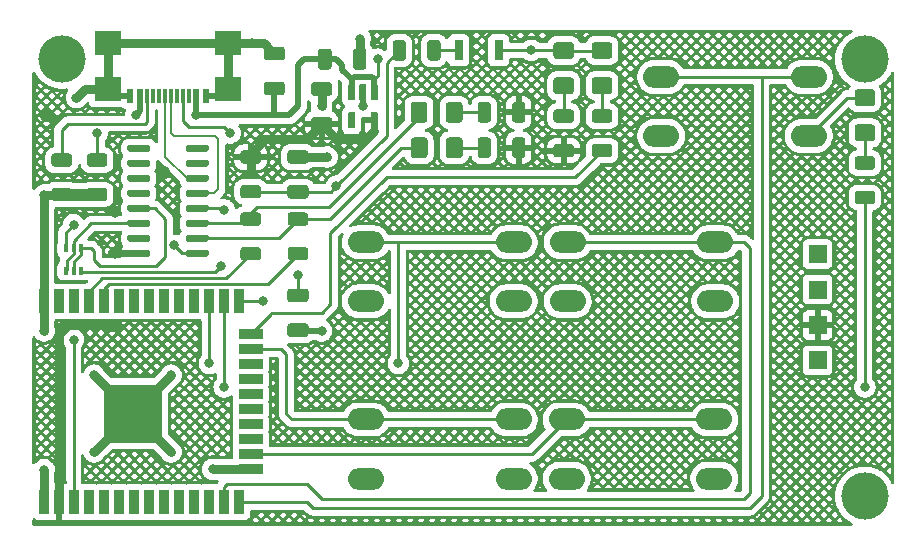
<source format=gtl>
G04 #@! TF.GenerationSoftware,KiCad,Pcbnew,(6.0.7)*
G04 #@! TF.CreationDate,2022-09-05T13:32:46-07:00*
G04 #@! TF.ProjectId,ElGato32,456c4761-746f-4333-922e-6b696361645f,rev?*
G04 #@! TF.SameCoordinates,Original*
G04 #@! TF.FileFunction,Copper,L1,Top*
G04 #@! TF.FilePolarity,Positive*
%FSLAX46Y46*%
G04 Gerber Fmt 4.6, Leading zero omitted, Abs format (unit mm)*
G04 Created by KiCad (PCBNEW (6.0.7)) date 2022-09-05 13:32:46*
%MOMM*%
%LPD*%
G01*
G04 APERTURE LIST*
G04 #@! TA.AperFunction,ComponentPad*
%ADD10R,1.500000X1.500000*%
G04 #@! TD*
G04 #@! TA.AperFunction,SMDPad,CuDef*
%ADD11R,0.800000X1.700000*%
G04 #@! TD*
G04 #@! TA.AperFunction,ComponentPad*
%ADD12O,3.048000X1.850000*%
G04 #@! TD*
G04 #@! TA.AperFunction,SMDPad,CuDef*
%ADD13R,0.600000X1.150000*%
G04 #@! TD*
G04 #@! TA.AperFunction,SMDPad,CuDef*
%ADD14R,0.300000X1.150000*%
G04 #@! TD*
G04 #@! TA.AperFunction,SMDPad,CuDef*
%ADD15R,2.180000X2.000000*%
G04 #@! TD*
G04 #@! TA.AperFunction,SMDPad,CuDef*
%ADD16R,0.400000X0.650000*%
G04 #@! TD*
G04 #@! TA.AperFunction,SMDPad,CuDef*
%ADD17R,0.900000X2.000000*%
G04 #@! TD*
G04 #@! TA.AperFunction,SMDPad,CuDef*
%ADD18R,2.000000X0.900000*%
G04 #@! TD*
G04 #@! TA.AperFunction,SMDPad,CuDef*
%ADD19R,5.000000X5.000000*%
G04 #@! TD*
G04 #@! TA.AperFunction,ViaPad*
%ADD20C,0.800000*%
G04 #@! TD*
G04 #@! TA.AperFunction,ViaPad*
%ADD21C,4.000000*%
G04 #@! TD*
G04 #@! TA.AperFunction,Conductor*
%ADD22C,0.750000*%
G04 #@! TD*
G04 #@! TA.AperFunction,Conductor*
%ADD23C,0.250000*%
G04 #@! TD*
G04 #@! TA.AperFunction,Conductor*
%ADD24C,0.500000*%
G04 #@! TD*
G04 #@! TA.AperFunction,Conductor*
%ADD25C,1.000000*%
G04 #@! TD*
G04 #@! TA.AperFunction,Conductor*
%ADD26C,0.200000*%
G04 #@! TD*
G04 APERTURE END LIST*
D10*
X147000000Y-115500000D03*
G04 #@! TA.AperFunction,SMDPad,CuDef*
G36*
G01*
X109192000Y-95140000D02*
X109708000Y-95140000D01*
G75*
G02*
X109750000Y-95182000I0J-42000D01*
G01*
X109750000Y-96448000D01*
G75*
G02*
X109708000Y-96490000I-42000J0D01*
G01*
X109192000Y-96490000D01*
G75*
G02*
X109150000Y-96448000I0J42000D01*
G01*
X109150000Y-95182000D01*
G75*
G02*
X109192000Y-95140000I42000J0D01*
G01*
G37*
G04 #@! TD.AperFunction*
G04 #@! TA.AperFunction,SMDPad,CuDef*
G36*
G01*
X108242000Y-95140000D02*
X108758000Y-95140000D01*
G75*
G02*
X108800000Y-95182000I0J-42000D01*
G01*
X108800000Y-96448000D01*
G75*
G02*
X108758000Y-96490000I-42000J0D01*
G01*
X108242000Y-96490000D01*
G75*
G02*
X108200000Y-96448000I0J42000D01*
G01*
X108200000Y-95182000D01*
G75*
G02*
X108242000Y-95140000I42000J0D01*
G01*
G37*
G04 #@! TD.AperFunction*
G04 #@! TA.AperFunction,SMDPad,CuDef*
G36*
G01*
X107292000Y-95140000D02*
X107808000Y-95140000D01*
G75*
G02*
X107850000Y-95182000I0J-42000D01*
G01*
X107850000Y-96448000D01*
G75*
G02*
X107808000Y-96490000I-42000J0D01*
G01*
X107292000Y-96490000D01*
G75*
G02*
X107250000Y-96448000I0J42000D01*
G01*
X107250000Y-95182000D01*
G75*
G02*
X107292000Y-95140000I42000J0D01*
G01*
G37*
G04 #@! TD.AperFunction*
G04 #@! TA.AperFunction,SMDPad,CuDef*
G36*
G01*
X107292000Y-97510000D02*
X107808000Y-97510000D01*
G75*
G02*
X107850000Y-97552000I0J-42000D01*
G01*
X107850000Y-98818000D01*
G75*
G02*
X107808000Y-98860000I-42000J0D01*
G01*
X107292000Y-98860000D01*
G75*
G02*
X107250000Y-98818000I0J42000D01*
G01*
X107250000Y-97552000D01*
G75*
G02*
X107292000Y-97510000I42000J0D01*
G01*
G37*
G04 #@! TD.AperFunction*
G04 #@! TA.AperFunction,SMDPad,CuDef*
G36*
G01*
X109192000Y-97510000D02*
X109708000Y-97510000D01*
G75*
G02*
X109750000Y-97552000I0J-42000D01*
G01*
X109750000Y-98818000D01*
G75*
G02*
X109708000Y-98860000I-42000J0D01*
G01*
X109192000Y-98860000D01*
G75*
G02*
X109150000Y-98818000I0J42000D01*
G01*
X109150000Y-97552000D01*
G75*
G02*
X109192000Y-97510000I42000J0D01*
G01*
G37*
G04 #@! TD.AperFunction*
G04 #@! TA.AperFunction,SMDPad,CuDef*
G36*
G01*
X105650000Y-99050000D02*
X104350000Y-99050000D01*
G75*
G02*
X104100000Y-98800000I0J250000D01*
G01*
X104100000Y-98150000D01*
G75*
G02*
X104350000Y-97900000I250000J0D01*
G01*
X105650000Y-97900000D01*
G75*
G02*
X105900000Y-98150000I0J-250000D01*
G01*
X105900000Y-98800000D01*
G75*
G02*
X105650000Y-99050000I-250000J0D01*
G01*
G37*
G04 #@! TD.AperFunction*
G04 #@! TA.AperFunction,SMDPad,CuDef*
G36*
G01*
X105650000Y-96100000D02*
X104350000Y-96100000D01*
G75*
G02*
X104100000Y-95850000I0J250000D01*
G01*
X104100000Y-95200000D01*
G75*
G02*
X104350000Y-94950000I250000J0D01*
G01*
X105650000Y-94950000D01*
G75*
G02*
X105900000Y-95200000I0J-250000D01*
G01*
X105900000Y-95850000D01*
G75*
G02*
X105650000Y-96100000I-250000J0D01*
G01*
G37*
G04 #@! TD.AperFunction*
G04 #@! TA.AperFunction,SMDPad,CuDef*
G36*
G01*
X150375000Y-101225000D02*
X151625000Y-101225000D01*
G75*
G02*
X151875000Y-101475000I0J-250000D01*
G01*
X151875000Y-102100000D01*
G75*
G02*
X151625000Y-102350000I-250000J0D01*
G01*
X150375000Y-102350000D01*
G75*
G02*
X150125000Y-102100000I0J250000D01*
G01*
X150125000Y-101475000D01*
G75*
G02*
X150375000Y-101225000I250000J0D01*
G01*
G37*
G04 #@! TD.AperFunction*
G04 #@! TA.AperFunction,SMDPad,CuDef*
G36*
G01*
X150375000Y-104150000D02*
X151625000Y-104150000D01*
G75*
G02*
X151875000Y-104400000I0J-250000D01*
G01*
X151875000Y-105025000D01*
G75*
G02*
X151625000Y-105275000I-250000J0D01*
G01*
X150375000Y-105275000D01*
G75*
G02*
X150125000Y-105025000I0J250000D01*
G01*
X150125000Y-104400000D01*
G75*
G02*
X150375000Y-104150000I250000J0D01*
G01*
G37*
G04 #@! TD.AperFunction*
G04 #@! TA.AperFunction,SMDPad,CuDef*
G36*
G01*
X150375001Y-95550000D02*
X151624999Y-95550000D01*
G75*
G02*
X151875000Y-95800001I0J-250001D01*
G01*
X151875000Y-96724999D01*
G75*
G02*
X151624999Y-96975000I-250001J0D01*
G01*
X150375001Y-96975000D01*
G75*
G02*
X150125000Y-96724999I0J250001D01*
G01*
X150125000Y-95800001D01*
G75*
G02*
X150375001Y-95550000I250001J0D01*
G01*
G37*
G04 #@! TD.AperFunction*
G04 #@! TA.AperFunction,SMDPad,CuDef*
G36*
G01*
X150375001Y-98525000D02*
X151624999Y-98525000D01*
G75*
G02*
X151875000Y-98775001I0J-250001D01*
G01*
X151875000Y-99699999D01*
G75*
G02*
X151624999Y-99950000I-250001J0D01*
G01*
X150375001Y-99950000D01*
G75*
G02*
X150125000Y-99699999I0J250001D01*
G01*
X150125000Y-98775001D01*
G75*
G02*
X150375001Y-98525000I250001J0D01*
G01*
G37*
G04 #@! TD.AperFunction*
D11*
X120000000Y-92250000D03*
X116600000Y-92250000D03*
D12*
X138330000Y-108500000D03*
X125830000Y-108500000D03*
X125830000Y-113500000D03*
X138330000Y-113500000D03*
G04 #@! TA.AperFunction,SMDPad,CuDef*
G36*
G01*
X86625000Y-105025000D02*
X85375000Y-105025000D01*
G75*
G02*
X85125000Y-104775000I0J250000D01*
G01*
X85125000Y-104150000D01*
G75*
G02*
X85375000Y-103900000I250000J0D01*
G01*
X86625000Y-103900000D01*
G75*
G02*
X86875000Y-104150000I0J-250000D01*
G01*
X86875000Y-104775000D01*
G75*
G02*
X86625000Y-105025000I-250000J0D01*
G01*
G37*
G04 #@! TD.AperFunction*
G04 #@! TA.AperFunction,SMDPad,CuDef*
G36*
G01*
X86625000Y-102100000D02*
X85375000Y-102100000D01*
G75*
G02*
X85125000Y-101850000I0J250000D01*
G01*
X85125000Y-101225000D01*
G75*
G02*
X85375000Y-100975000I250000J0D01*
G01*
X86625000Y-100975000D01*
G75*
G02*
X86875000Y-101225000I0J-250000D01*
G01*
X86875000Y-101850000D01*
G75*
G02*
X86625000Y-102100000I-250000J0D01*
G01*
G37*
G04 #@! TD.AperFunction*
G04 #@! TA.AperFunction,SMDPad,CuDef*
G36*
G01*
X99625000Y-104775000D02*
X98375000Y-104775000D01*
G75*
G02*
X98125000Y-104525000I0J250000D01*
G01*
X98125000Y-103900000D01*
G75*
G02*
X98375000Y-103650000I250000J0D01*
G01*
X99625000Y-103650000D01*
G75*
G02*
X99875000Y-103900000I0J-250000D01*
G01*
X99875000Y-104525000D01*
G75*
G02*
X99625000Y-104775000I-250000J0D01*
G01*
G37*
G04 #@! TD.AperFunction*
G04 #@! TA.AperFunction,SMDPad,CuDef*
G36*
G01*
X99625000Y-101850000D02*
X98375000Y-101850000D01*
G75*
G02*
X98125000Y-101600000I0J250000D01*
G01*
X98125000Y-100975000D01*
G75*
G02*
X98375000Y-100725000I250000J0D01*
G01*
X99625000Y-100725000D01*
G75*
G02*
X99875000Y-100975000I0J-250000D01*
G01*
X99875000Y-101600000D01*
G75*
G02*
X99625000Y-101850000I-250000J0D01*
G01*
G37*
G04 #@! TD.AperFunction*
D13*
X95200000Y-96137500D03*
X94400000Y-96137500D03*
D14*
X93250000Y-96137500D03*
X92250000Y-96137500D03*
X91750000Y-96137500D03*
X90750000Y-96137500D03*
D13*
X88800000Y-96137500D03*
X89600000Y-96137500D03*
D14*
X90250000Y-96137500D03*
X91250000Y-96137500D03*
X92750000Y-96137500D03*
X93750000Y-96137500D03*
D15*
X97110000Y-95562500D03*
X86890000Y-95562500D03*
X97110000Y-91632500D03*
X86890000Y-91632500D03*
G04 #@! TA.AperFunction,SMDPad,CuDef*
G36*
G01*
X104700000Y-93650000D02*
X104700000Y-92350000D01*
G75*
G02*
X104950000Y-92100000I250000J0D01*
G01*
X105600000Y-92100000D01*
G75*
G02*
X105850000Y-92350000I0J-250000D01*
G01*
X105850000Y-93650000D01*
G75*
G02*
X105600000Y-93900000I-250000J0D01*
G01*
X104950000Y-93900000D01*
G75*
G02*
X104700000Y-93650000I0J250000D01*
G01*
G37*
G04 #@! TD.AperFunction*
G04 #@! TA.AperFunction,SMDPad,CuDef*
G36*
G01*
X107650000Y-93650000D02*
X107650000Y-92350000D01*
G75*
G02*
X107900000Y-92100000I250000J0D01*
G01*
X108550000Y-92100000D01*
G75*
G02*
X108800000Y-92350000I0J-250000D01*
G01*
X108800000Y-93650000D01*
G75*
G02*
X108550000Y-93900000I-250000J0D01*
G01*
X107900000Y-93900000D01*
G75*
G02*
X107650000Y-93650000I0J250000D01*
G01*
G37*
G04 #@! TD.AperFunction*
D12*
X108760000Y-123500000D03*
X121260000Y-123500000D03*
X121260000Y-128500000D03*
X108760000Y-128500000D03*
G04 #@! TA.AperFunction,SMDPad,CuDef*
G36*
G01*
X95450000Y-109295000D02*
X95450000Y-109595000D01*
G75*
G02*
X95300000Y-109745000I-150000J0D01*
G01*
X93650000Y-109745000D01*
G75*
G02*
X93500000Y-109595000I0J150000D01*
G01*
X93500000Y-109295000D01*
G75*
G02*
X93650000Y-109145000I150000J0D01*
G01*
X95300000Y-109145000D01*
G75*
G02*
X95450000Y-109295000I0J-150000D01*
G01*
G37*
G04 #@! TD.AperFunction*
G04 #@! TA.AperFunction,SMDPad,CuDef*
G36*
G01*
X95450000Y-108025000D02*
X95450000Y-108325000D01*
G75*
G02*
X95300000Y-108475000I-150000J0D01*
G01*
X93650000Y-108475000D01*
G75*
G02*
X93500000Y-108325000I0J150000D01*
G01*
X93500000Y-108025000D01*
G75*
G02*
X93650000Y-107875000I150000J0D01*
G01*
X95300000Y-107875000D01*
G75*
G02*
X95450000Y-108025000I0J-150000D01*
G01*
G37*
G04 #@! TD.AperFunction*
G04 #@! TA.AperFunction,SMDPad,CuDef*
G36*
G01*
X95450000Y-106755000D02*
X95450000Y-107055000D01*
G75*
G02*
X95300000Y-107205000I-150000J0D01*
G01*
X93650000Y-107205000D01*
G75*
G02*
X93500000Y-107055000I0J150000D01*
G01*
X93500000Y-106755000D01*
G75*
G02*
X93650000Y-106605000I150000J0D01*
G01*
X95300000Y-106605000D01*
G75*
G02*
X95450000Y-106755000I0J-150000D01*
G01*
G37*
G04 #@! TD.AperFunction*
G04 #@! TA.AperFunction,SMDPad,CuDef*
G36*
G01*
X95450000Y-105485000D02*
X95450000Y-105785000D01*
G75*
G02*
X95300000Y-105935000I-150000J0D01*
G01*
X93650000Y-105935000D01*
G75*
G02*
X93500000Y-105785000I0J150000D01*
G01*
X93500000Y-105485000D01*
G75*
G02*
X93650000Y-105335000I150000J0D01*
G01*
X95300000Y-105335000D01*
G75*
G02*
X95450000Y-105485000I0J-150000D01*
G01*
G37*
G04 #@! TD.AperFunction*
G04 #@! TA.AperFunction,SMDPad,CuDef*
G36*
G01*
X95450000Y-104215000D02*
X95450000Y-104515000D01*
G75*
G02*
X95300000Y-104665000I-150000J0D01*
G01*
X93650000Y-104665000D01*
G75*
G02*
X93500000Y-104515000I0J150000D01*
G01*
X93500000Y-104215000D01*
G75*
G02*
X93650000Y-104065000I150000J0D01*
G01*
X95300000Y-104065000D01*
G75*
G02*
X95450000Y-104215000I0J-150000D01*
G01*
G37*
G04 #@! TD.AperFunction*
G04 #@! TA.AperFunction,SMDPad,CuDef*
G36*
G01*
X95450000Y-102945000D02*
X95450000Y-103245000D01*
G75*
G02*
X95300000Y-103395000I-150000J0D01*
G01*
X93650000Y-103395000D01*
G75*
G02*
X93500000Y-103245000I0J150000D01*
G01*
X93500000Y-102945000D01*
G75*
G02*
X93650000Y-102795000I150000J0D01*
G01*
X95300000Y-102795000D01*
G75*
G02*
X95450000Y-102945000I0J-150000D01*
G01*
G37*
G04 #@! TD.AperFunction*
G04 #@! TA.AperFunction,SMDPad,CuDef*
G36*
G01*
X95450000Y-101675000D02*
X95450000Y-101975000D01*
G75*
G02*
X95300000Y-102125000I-150000J0D01*
G01*
X93650000Y-102125000D01*
G75*
G02*
X93500000Y-101975000I0J150000D01*
G01*
X93500000Y-101675000D01*
G75*
G02*
X93650000Y-101525000I150000J0D01*
G01*
X95300000Y-101525000D01*
G75*
G02*
X95450000Y-101675000I0J-150000D01*
G01*
G37*
G04 #@! TD.AperFunction*
G04 #@! TA.AperFunction,SMDPad,CuDef*
G36*
G01*
X95450000Y-100405000D02*
X95450000Y-100705000D01*
G75*
G02*
X95300000Y-100855000I-150000J0D01*
G01*
X93650000Y-100855000D01*
G75*
G02*
X93500000Y-100705000I0J150000D01*
G01*
X93500000Y-100405000D01*
G75*
G02*
X93650000Y-100255000I150000J0D01*
G01*
X95300000Y-100255000D01*
G75*
G02*
X95450000Y-100405000I0J-150000D01*
G01*
G37*
G04 #@! TD.AperFunction*
G04 #@! TA.AperFunction,SMDPad,CuDef*
G36*
G01*
X90500000Y-100405000D02*
X90500000Y-100705000D01*
G75*
G02*
X90350000Y-100855000I-150000J0D01*
G01*
X88700000Y-100855000D01*
G75*
G02*
X88550000Y-100705000I0J150000D01*
G01*
X88550000Y-100405000D01*
G75*
G02*
X88700000Y-100255000I150000J0D01*
G01*
X90350000Y-100255000D01*
G75*
G02*
X90500000Y-100405000I0J-150000D01*
G01*
G37*
G04 #@! TD.AperFunction*
G04 #@! TA.AperFunction,SMDPad,CuDef*
G36*
G01*
X90500000Y-101675000D02*
X90500000Y-101975000D01*
G75*
G02*
X90350000Y-102125000I-150000J0D01*
G01*
X88700000Y-102125000D01*
G75*
G02*
X88550000Y-101975000I0J150000D01*
G01*
X88550000Y-101675000D01*
G75*
G02*
X88700000Y-101525000I150000J0D01*
G01*
X90350000Y-101525000D01*
G75*
G02*
X90500000Y-101675000I0J-150000D01*
G01*
G37*
G04 #@! TD.AperFunction*
G04 #@! TA.AperFunction,SMDPad,CuDef*
G36*
G01*
X90500000Y-102945000D02*
X90500000Y-103245000D01*
G75*
G02*
X90350000Y-103395000I-150000J0D01*
G01*
X88700000Y-103395000D01*
G75*
G02*
X88550000Y-103245000I0J150000D01*
G01*
X88550000Y-102945000D01*
G75*
G02*
X88700000Y-102795000I150000J0D01*
G01*
X90350000Y-102795000D01*
G75*
G02*
X90500000Y-102945000I0J-150000D01*
G01*
G37*
G04 #@! TD.AperFunction*
G04 #@! TA.AperFunction,SMDPad,CuDef*
G36*
G01*
X90500000Y-104215000D02*
X90500000Y-104515000D01*
G75*
G02*
X90350000Y-104665000I-150000J0D01*
G01*
X88700000Y-104665000D01*
G75*
G02*
X88550000Y-104515000I0J150000D01*
G01*
X88550000Y-104215000D01*
G75*
G02*
X88700000Y-104065000I150000J0D01*
G01*
X90350000Y-104065000D01*
G75*
G02*
X90500000Y-104215000I0J-150000D01*
G01*
G37*
G04 #@! TD.AperFunction*
G04 #@! TA.AperFunction,SMDPad,CuDef*
G36*
G01*
X90500000Y-105485000D02*
X90500000Y-105785000D01*
G75*
G02*
X90350000Y-105935000I-150000J0D01*
G01*
X88700000Y-105935000D01*
G75*
G02*
X88550000Y-105785000I0J150000D01*
G01*
X88550000Y-105485000D01*
G75*
G02*
X88700000Y-105335000I150000J0D01*
G01*
X90350000Y-105335000D01*
G75*
G02*
X90500000Y-105485000I0J-150000D01*
G01*
G37*
G04 #@! TD.AperFunction*
G04 #@! TA.AperFunction,SMDPad,CuDef*
G36*
G01*
X90500000Y-106755000D02*
X90500000Y-107055000D01*
G75*
G02*
X90350000Y-107205000I-150000J0D01*
G01*
X88700000Y-107205000D01*
G75*
G02*
X88550000Y-107055000I0J150000D01*
G01*
X88550000Y-106755000D01*
G75*
G02*
X88700000Y-106605000I150000J0D01*
G01*
X90350000Y-106605000D01*
G75*
G02*
X90500000Y-106755000I0J-150000D01*
G01*
G37*
G04 #@! TD.AperFunction*
G04 #@! TA.AperFunction,SMDPad,CuDef*
G36*
G01*
X90500000Y-108025000D02*
X90500000Y-108325000D01*
G75*
G02*
X90350000Y-108475000I-150000J0D01*
G01*
X88700000Y-108475000D01*
G75*
G02*
X88550000Y-108325000I0J150000D01*
G01*
X88550000Y-108025000D01*
G75*
G02*
X88700000Y-107875000I150000J0D01*
G01*
X90350000Y-107875000D01*
G75*
G02*
X90500000Y-108025000I0J-150000D01*
G01*
G37*
G04 #@! TD.AperFunction*
G04 #@! TA.AperFunction,SMDPad,CuDef*
G36*
G01*
X90500000Y-109295000D02*
X90500000Y-109595000D01*
G75*
G02*
X90350000Y-109745000I-150000J0D01*
G01*
X88700000Y-109745000D01*
G75*
G02*
X88550000Y-109595000I0J150000D01*
G01*
X88550000Y-109295000D01*
G75*
G02*
X88700000Y-109145000I150000J0D01*
G01*
X90350000Y-109145000D01*
G75*
G02*
X90500000Y-109295000I0J-150000D01*
G01*
G37*
G04 #@! TD.AperFunction*
G04 #@! TA.AperFunction,SMDPad,CuDef*
G36*
G01*
X115075000Y-91625000D02*
X115075000Y-92875000D01*
G75*
G02*
X114825000Y-93125000I-250000J0D01*
G01*
X114200000Y-93125000D01*
G75*
G02*
X113950000Y-92875000I0J250000D01*
G01*
X113950000Y-91625000D01*
G75*
G02*
X114200000Y-91375000I250000J0D01*
G01*
X114825000Y-91375000D01*
G75*
G02*
X115075000Y-91625000I0J-250000D01*
G01*
G37*
G04 #@! TD.AperFunction*
G04 #@! TA.AperFunction,SMDPad,CuDef*
G36*
G01*
X112150000Y-91625000D02*
X112150000Y-92875000D01*
G75*
G02*
X111900000Y-93125000I-250000J0D01*
G01*
X111275000Y-93125000D01*
G75*
G02*
X111025000Y-92875000I0J250000D01*
G01*
X111025000Y-91625000D01*
G75*
G02*
X111275000Y-91375000I250000J0D01*
G01*
X111900000Y-91375000D01*
G75*
G02*
X112150000Y-91625000I0J-250000D01*
G01*
G37*
G04 #@! TD.AperFunction*
X138260000Y-123500000D03*
X125760000Y-123500000D03*
X138260000Y-128500000D03*
X125760000Y-128500000D03*
X121260000Y-108500000D03*
X108760000Y-108500000D03*
X121260000Y-113500000D03*
X108760000Y-113500000D03*
D10*
X147000000Y-118500000D03*
D16*
X83350000Y-110900000D03*
X84000000Y-110900000D03*
X84650000Y-110900000D03*
X84650000Y-109000000D03*
X84000000Y-109000000D03*
X83350000Y-109000000D03*
G04 #@! TA.AperFunction,SMDPad,CuDef*
G36*
G01*
X128125000Y-97250000D02*
X129375000Y-97250000D01*
G75*
G02*
X129625000Y-97500000I0J-250000D01*
G01*
X129625000Y-98125000D01*
G75*
G02*
X129375000Y-98375000I-250000J0D01*
G01*
X128125000Y-98375000D01*
G75*
G02*
X127875000Y-98125000I0J250000D01*
G01*
X127875000Y-97500000D01*
G75*
G02*
X128125000Y-97250000I250000J0D01*
G01*
G37*
G04 #@! TD.AperFunction*
G04 #@! TA.AperFunction,SMDPad,CuDef*
G36*
G01*
X128125000Y-100175000D02*
X129375000Y-100175000D01*
G75*
G02*
X129625000Y-100425000I0J-250000D01*
G01*
X129625000Y-101050000D01*
G75*
G02*
X129375000Y-101300000I-250000J0D01*
G01*
X128125000Y-101300000D01*
G75*
G02*
X127875000Y-101050000I0J250000D01*
G01*
X127875000Y-100425000D01*
G75*
G02*
X128125000Y-100175000I250000J0D01*
G01*
G37*
G04 #@! TD.AperFunction*
G04 #@! TA.AperFunction,SMDPad,CuDef*
G36*
G01*
X103650000Y-104800000D02*
X102350000Y-104800000D01*
G75*
G02*
X102100000Y-104550000I0J250000D01*
G01*
X102100000Y-103900000D01*
G75*
G02*
X102350000Y-103650000I250000J0D01*
G01*
X103650000Y-103650000D01*
G75*
G02*
X103900000Y-103900000I0J-250000D01*
G01*
X103900000Y-104550000D01*
G75*
G02*
X103650000Y-104800000I-250000J0D01*
G01*
G37*
G04 #@! TD.AperFunction*
G04 #@! TA.AperFunction,SMDPad,CuDef*
G36*
G01*
X103650000Y-101850000D02*
X102350000Y-101850000D01*
G75*
G02*
X102100000Y-101600000I0J250000D01*
G01*
X102100000Y-100950000D01*
G75*
G02*
X102350000Y-100700000I250000J0D01*
G01*
X103650000Y-100700000D01*
G75*
G02*
X103900000Y-100950000I0J-250000D01*
G01*
X103900000Y-101600000D01*
G75*
G02*
X103650000Y-101850000I-250000J0D01*
G01*
G37*
G04 #@! TD.AperFunction*
D17*
X81500000Y-130500000D03*
X82770000Y-130500000D03*
X84040000Y-130500000D03*
X85310000Y-130500000D03*
X86580000Y-130500000D03*
X87850000Y-130500000D03*
X89120000Y-130500000D03*
X90390000Y-130500000D03*
X91660000Y-130500000D03*
X92930000Y-130500000D03*
X94200000Y-130500000D03*
X95470000Y-130500000D03*
X96740000Y-130500000D03*
X98010000Y-130500000D03*
D18*
X99010000Y-127715000D03*
X99010000Y-126445000D03*
X99010000Y-125175000D03*
X99010000Y-123905000D03*
X99010000Y-122635000D03*
X99010000Y-121365000D03*
X99010000Y-120095000D03*
X99010000Y-118825000D03*
X99010000Y-117555000D03*
X99010000Y-116285000D03*
D17*
X98010000Y-113500000D03*
X96740000Y-113500000D03*
X95470000Y-113500000D03*
X94200000Y-113500000D03*
X92930000Y-113500000D03*
X91660000Y-113500000D03*
X90390000Y-113500000D03*
X89120000Y-113500000D03*
X87850000Y-113500000D03*
X86580000Y-113500000D03*
X85310000Y-113500000D03*
X84040000Y-113500000D03*
X82770000Y-113500000D03*
X81500000Y-113500000D03*
D19*
X89000000Y-123000000D03*
G04 #@! TA.AperFunction,SMDPad,CuDef*
G36*
G01*
X124875001Y-91562500D02*
X126124999Y-91562500D01*
G75*
G02*
X126375000Y-91812501I0J-250001D01*
G01*
X126375000Y-92737499D01*
G75*
G02*
X126124999Y-92987500I-250001J0D01*
G01*
X124875001Y-92987500D01*
G75*
G02*
X124625000Y-92737499I0J250001D01*
G01*
X124625000Y-91812501D01*
G75*
G02*
X124875001Y-91562500I250001J0D01*
G01*
G37*
G04 #@! TD.AperFunction*
G04 #@! TA.AperFunction,SMDPad,CuDef*
G36*
G01*
X124875001Y-94537500D02*
X126124999Y-94537500D01*
G75*
G02*
X126375000Y-94787501I0J-250001D01*
G01*
X126375000Y-95712499D01*
G75*
G02*
X126124999Y-95962500I-250001J0D01*
G01*
X124875001Y-95962500D01*
G75*
G02*
X124625000Y-95712499I0J250001D01*
G01*
X124625000Y-94787501D01*
G75*
G02*
X124875001Y-94537500I250001J0D01*
G01*
G37*
G04 #@! TD.AperFunction*
G04 #@! TA.AperFunction,SMDPad,CuDef*
G36*
G01*
X124875000Y-97250000D02*
X126125000Y-97250000D01*
G75*
G02*
X126375000Y-97500000I0J-250000D01*
G01*
X126375000Y-98125000D01*
G75*
G02*
X126125000Y-98375000I-250000J0D01*
G01*
X124875000Y-98375000D01*
G75*
G02*
X124625000Y-98125000I0J250000D01*
G01*
X124625000Y-97500000D01*
G75*
G02*
X124875000Y-97250000I250000J0D01*
G01*
G37*
G04 #@! TD.AperFunction*
G04 #@! TA.AperFunction,SMDPad,CuDef*
G36*
G01*
X124875000Y-100175000D02*
X126125000Y-100175000D01*
G75*
G02*
X126375000Y-100425000I0J-250000D01*
G01*
X126375000Y-101050000D01*
G75*
G02*
X126125000Y-101300000I-250000J0D01*
G01*
X124875000Y-101300000D01*
G75*
G02*
X124625000Y-101050000I0J250000D01*
G01*
X124625000Y-100425000D01*
G75*
G02*
X124875000Y-100175000I250000J0D01*
G01*
G37*
G04 #@! TD.AperFunction*
G04 #@! TA.AperFunction,SMDPad,CuDef*
G36*
G01*
X112550000Y-101124999D02*
X112550000Y-99875001D01*
G75*
G02*
X112800001Y-99625000I250001J0D01*
G01*
X113724999Y-99625000D01*
G75*
G02*
X113975000Y-99875001I0J-250001D01*
G01*
X113975000Y-101124999D01*
G75*
G02*
X113724999Y-101375000I-250001J0D01*
G01*
X112800001Y-101375000D01*
G75*
G02*
X112550000Y-101124999I0J250001D01*
G01*
G37*
G04 #@! TD.AperFunction*
G04 #@! TA.AperFunction,SMDPad,CuDef*
G36*
G01*
X115525000Y-101124999D02*
X115525000Y-99875001D01*
G75*
G02*
X115775001Y-99625000I250001J0D01*
G01*
X116699999Y-99625000D01*
G75*
G02*
X116950000Y-99875001I0J-250001D01*
G01*
X116950000Y-101124999D01*
G75*
G02*
X116699999Y-101375000I-250001J0D01*
G01*
X115775001Y-101375000D01*
G75*
G02*
X115525000Y-101124999I0J250001D01*
G01*
G37*
G04 #@! TD.AperFunction*
G04 #@! TA.AperFunction,SMDPad,CuDef*
G36*
G01*
X101650000Y-96050000D02*
X100350000Y-96050000D01*
G75*
G02*
X100100000Y-95800000I0J250000D01*
G01*
X100100000Y-95150000D01*
G75*
G02*
X100350000Y-94900000I250000J0D01*
G01*
X101650000Y-94900000D01*
G75*
G02*
X101900000Y-95150000I0J-250000D01*
G01*
X101900000Y-95800000D01*
G75*
G02*
X101650000Y-96050000I-250000J0D01*
G01*
G37*
G04 #@! TD.AperFunction*
G04 #@! TA.AperFunction,SMDPad,CuDef*
G36*
G01*
X101650000Y-93100000D02*
X100350000Y-93100000D01*
G75*
G02*
X100100000Y-92850000I0J250000D01*
G01*
X100100000Y-92200000D01*
G75*
G02*
X100350000Y-91950000I250000J0D01*
G01*
X101650000Y-91950000D01*
G75*
G02*
X101900000Y-92200000I0J-250000D01*
G01*
X101900000Y-92850000D01*
G75*
G02*
X101650000Y-93100000I-250000J0D01*
G01*
G37*
G04 #@! TD.AperFunction*
G04 #@! TA.AperFunction,SMDPad,CuDef*
G36*
G01*
X82375000Y-100975000D02*
X83625000Y-100975000D01*
G75*
G02*
X83875000Y-101225000I0J-250000D01*
G01*
X83875000Y-101850000D01*
G75*
G02*
X83625000Y-102100000I-250000J0D01*
G01*
X82375000Y-102100000D01*
G75*
G02*
X82125000Y-101850000I0J250000D01*
G01*
X82125000Y-101225000D01*
G75*
G02*
X82375000Y-100975000I250000J0D01*
G01*
G37*
G04 #@! TD.AperFunction*
G04 #@! TA.AperFunction,SMDPad,CuDef*
G36*
G01*
X82375000Y-103900000D02*
X83625000Y-103900000D01*
G75*
G02*
X83875000Y-104150000I0J-250000D01*
G01*
X83875000Y-104775000D01*
G75*
G02*
X83625000Y-105025000I-250000J0D01*
G01*
X82375000Y-105025000D01*
G75*
G02*
X82125000Y-104775000I0J250000D01*
G01*
X82125000Y-104150000D01*
G75*
G02*
X82375000Y-103900000I250000J0D01*
G01*
G37*
G04 #@! TD.AperFunction*
G04 #@! TA.AperFunction,SMDPad,CuDef*
G36*
G01*
X128125001Y-91550000D02*
X129374999Y-91550000D01*
G75*
G02*
X129625000Y-91800001I0J-250001D01*
G01*
X129625000Y-92724999D01*
G75*
G02*
X129374999Y-92975000I-250001J0D01*
G01*
X128125001Y-92975000D01*
G75*
G02*
X127875000Y-92724999I0J250001D01*
G01*
X127875000Y-91800001D01*
G75*
G02*
X128125001Y-91550000I250001J0D01*
G01*
G37*
G04 #@! TD.AperFunction*
G04 #@! TA.AperFunction,SMDPad,CuDef*
G36*
G01*
X128125001Y-94525000D02*
X129374999Y-94525000D01*
G75*
G02*
X129625000Y-94775001I0J-250001D01*
G01*
X129625000Y-95699999D01*
G75*
G02*
X129374999Y-95950000I-250001J0D01*
G01*
X128125001Y-95950000D01*
G75*
G02*
X127875000Y-95699999I0J250001D01*
G01*
X127875000Y-94775001D01*
G75*
G02*
X128125001Y-94525000I250001J0D01*
G01*
G37*
G04 #@! TD.AperFunction*
D10*
X147000000Y-112500000D03*
X147000000Y-109500000D03*
G04 #@! TA.AperFunction,SMDPad,CuDef*
G36*
G01*
X118212500Y-101125000D02*
X118212500Y-99875000D01*
G75*
G02*
X118462500Y-99625000I250000J0D01*
G01*
X119087500Y-99625000D01*
G75*
G02*
X119337500Y-99875000I0J-250000D01*
G01*
X119337500Y-101125000D01*
G75*
G02*
X119087500Y-101375000I-250000J0D01*
G01*
X118462500Y-101375000D01*
G75*
G02*
X118212500Y-101125000I0J250000D01*
G01*
G37*
G04 #@! TD.AperFunction*
G04 #@! TA.AperFunction,SMDPad,CuDef*
G36*
G01*
X121137500Y-101125000D02*
X121137500Y-99875000D01*
G75*
G02*
X121387500Y-99625000I250000J0D01*
G01*
X122012500Y-99625000D01*
G75*
G02*
X122262500Y-99875000I0J-250000D01*
G01*
X122262500Y-101125000D01*
G75*
G02*
X122012500Y-101375000I-250000J0D01*
G01*
X121387500Y-101375000D01*
G75*
G02*
X121137500Y-101125000I0J250000D01*
G01*
G37*
G04 #@! TD.AperFunction*
G04 #@! TA.AperFunction,SMDPad,CuDef*
G36*
G01*
X98375000Y-105975000D02*
X99625000Y-105975000D01*
G75*
G02*
X99875000Y-106225000I0J-250000D01*
G01*
X99875000Y-106850000D01*
G75*
G02*
X99625000Y-107100000I-250000J0D01*
G01*
X98375000Y-107100000D01*
G75*
G02*
X98125000Y-106850000I0J250000D01*
G01*
X98125000Y-106225000D01*
G75*
G02*
X98375000Y-105975000I250000J0D01*
G01*
G37*
G04 #@! TD.AperFunction*
G04 #@! TA.AperFunction,SMDPad,CuDef*
G36*
G01*
X98375000Y-108900000D02*
X99625000Y-108900000D01*
G75*
G02*
X99875000Y-109150000I0J-250000D01*
G01*
X99875000Y-109775000D01*
G75*
G02*
X99625000Y-110025000I-250000J0D01*
G01*
X98375000Y-110025000D01*
G75*
G02*
X98125000Y-109775000I0J250000D01*
G01*
X98125000Y-109150000D01*
G75*
G02*
X98375000Y-108900000I250000J0D01*
G01*
G37*
G04 #@! TD.AperFunction*
D12*
X133760000Y-94500000D03*
X146260000Y-94500000D03*
X146260000Y-99500000D03*
X133760000Y-99500000D03*
G04 #@! TA.AperFunction,SMDPad,CuDef*
G36*
G01*
X102375000Y-105975000D02*
X103625000Y-105975000D01*
G75*
G02*
X103875000Y-106225000I0J-250000D01*
G01*
X103875000Y-106850000D01*
G75*
G02*
X103625000Y-107100000I-250000J0D01*
G01*
X102375000Y-107100000D01*
G75*
G02*
X102125000Y-106850000I0J250000D01*
G01*
X102125000Y-106225000D01*
G75*
G02*
X102375000Y-105975000I250000J0D01*
G01*
G37*
G04 #@! TD.AperFunction*
G04 #@! TA.AperFunction,SMDPad,CuDef*
G36*
G01*
X102375000Y-108900000D02*
X103625000Y-108900000D01*
G75*
G02*
X103875000Y-109150000I0J-250000D01*
G01*
X103875000Y-109775000D01*
G75*
G02*
X103625000Y-110025000I-250000J0D01*
G01*
X102375000Y-110025000D01*
G75*
G02*
X102125000Y-109775000I0J250000D01*
G01*
X102125000Y-109150000D01*
G75*
G02*
X102375000Y-108900000I250000J0D01*
G01*
G37*
G04 #@! TD.AperFunction*
G04 #@! TA.AperFunction,SMDPad,CuDef*
G36*
G01*
X102350000Y-112425000D02*
X103650000Y-112425000D01*
G75*
G02*
X103900000Y-112675000I0J-250000D01*
G01*
X103900000Y-113325000D01*
G75*
G02*
X103650000Y-113575000I-250000J0D01*
G01*
X102350000Y-113575000D01*
G75*
G02*
X102100000Y-113325000I0J250000D01*
G01*
X102100000Y-112675000D01*
G75*
G02*
X102350000Y-112425000I250000J0D01*
G01*
G37*
G04 #@! TD.AperFunction*
G04 #@! TA.AperFunction,SMDPad,CuDef*
G36*
G01*
X102350000Y-115375000D02*
X103650000Y-115375000D01*
G75*
G02*
X103900000Y-115625000I0J-250000D01*
G01*
X103900000Y-116275000D01*
G75*
G02*
X103650000Y-116525000I-250000J0D01*
G01*
X102350000Y-116525000D01*
G75*
G02*
X102100000Y-116275000I0J250000D01*
G01*
X102100000Y-115625000D01*
G75*
G02*
X102350000Y-115375000I250000J0D01*
G01*
G37*
G04 #@! TD.AperFunction*
G04 #@! TA.AperFunction,SMDPad,CuDef*
G36*
G01*
X118212500Y-98125000D02*
X118212500Y-96875000D01*
G75*
G02*
X118462500Y-96625000I250000J0D01*
G01*
X119087500Y-96625000D01*
G75*
G02*
X119337500Y-96875000I0J-250000D01*
G01*
X119337500Y-98125000D01*
G75*
G02*
X119087500Y-98375000I-250000J0D01*
G01*
X118462500Y-98375000D01*
G75*
G02*
X118212500Y-98125000I0J250000D01*
G01*
G37*
G04 #@! TD.AperFunction*
G04 #@! TA.AperFunction,SMDPad,CuDef*
G36*
G01*
X121137500Y-98125000D02*
X121137500Y-96875000D01*
G75*
G02*
X121387500Y-96625000I250000J0D01*
G01*
X122012500Y-96625000D01*
G75*
G02*
X122262500Y-96875000I0J-250000D01*
G01*
X122262500Y-98125000D01*
G75*
G02*
X122012500Y-98375000I-250000J0D01*
G01*
X121387500Y-98375000D01*
G75*
G02*
X121137500Y-98125000I0J250000D01*
G01*
G37*
G04 #@! TD.AperFunction*
G04 #@! TA.AperFunction,SMDPad,CuDef*
G36*
G01*
X112537500Y-98124999D02*
X112537500Y-96875001D01*
G75*
G02*
X112787501Y-96625000I250001J0D01*
G01*
X113712499Y-96625000D01*
G75*
G02*
X113962500Y-96875001I0J-250001D01*
G01*
X113962500Y-98124999D01*
G75*
G02*
X113712499Y-98375000I-250001J0D01*
G01*
X112787501Y-98375000D01*
G75*
G02*
X112537500Y-98124999I0J250001D01*
G01*
G37*
G04 #@! TD.AperFunction*
G04 #@! TA.AperFunction,SMDPad,CuDef*
G36*
G01*
X115512500Y-98124999D02*
X115512500Y-96875001D01*
G75*
G02*
X115762501Y-96625000I250001J0D01*
G01*
X116687499Y-96625000D01*
G75*
G02*
X116937500Y-96875001I0J-250001D01*
G01*
X116937500Y-98124999D01*
G75*
G02*
X116687499Y-98375000I-250001J0D01*
G01*
X115762501Y-98375000D01*
G75*
G02*
X115512500Y-98124999I0J250001D01*
G01*
G37*
G04 #@! TD.AperFunction*
D20*
X81500000Y-127750000D03*
X105475000Y-101275000D03*
X92250000Y-119750000D03*
X108250000Y-91250000D03*
D21*
X151000000Y-93000000D03*
D20*
X84250000Y-96250000D03*
X108500000Y-97000000D03*
X95785000Y-127715000D03*
X81500000Y-116000000D03*
X99117500Y-91632500D03*
X105000000Y-116000000D03*
X92250000Y-126250000D03*
D21*
X151000000Y-130000000D03*
D20*
X105000000Y-97000000D03*
X122750000Y-92250000D03*
X92500000Y-108750000D03*
X85750000Y-119750000D03*
D21*
X83000000Y-93000000D03*
D20*
X81500000Y-104500000D03*
X85750000Y-126250000D03*
X87500000Y-115500000D03*
X99000000Y-102500000D03*
X87500000Y-106000000D03*
X91750000Y-102500000D03*
X81750000Y-97750000D03*
X87500000Y-109500000D03*
X109750000Y-93000000D03*
X89250000Y-97750500D03*
X94400000Y-97750000D03*
X96750000Y-105750000D03*
X103000000Y-111250000D03*
X86000000Y-99250000D03*
X97250000Y-99250000D03*
X106250000Y-103750000D03*
X84000000Y-116750000D03*
X84000000Y-107000000D03*
X96500000Y-110500000D03*
X100000000Y-113500000D03*
X111500000Y-118750000D03*
X95500000Y-118750000D03*
X96750000Y-120750000D03*
X151000000Y-120750000D03*
D22*
X81537500Y-104462500D02*
X83000000Y-104462500D01*
D23*
X151000000Y-96262500D02*
X149497500Y-96262500D01*
D24*
X88800000Y-96137500D02*
X87465000Y-96137500D01*
D22*
X84937500Y-95562500D02*
X86890000Y-95562500D01*
D23*
X107975000Y-127715000D02*
X108760000Y-128500000D01*
X87465000Y-96137500D02*
X86890000Y-95562500D01*
X125475000Y-92250000D02*
X125500000Y-92275000D01*
D22*
X81500000Y-113500000D02*
X81500000Y-116000000D01*
X89000000Y-123000000D02*
X92250000Y-119750000D01*
D23*
X94475000Y-109445000D02*
X93195000Y-109445000D01*
D22*
X103000000Y-101275000D02*
X105475000Y-101275000D01*
D23*
X128737500Y-92275000D02*
X128750000Y-92262500D01*
D24*
X108500000Y-95815000D02*
X108500000Y-97000000D01*
D22*
X97110000Y-91632500D02*
X99117500Y-91632500D01*
D23*
X149497500Y-96262500D02*
X146260000Y-99500000D01*
D22*
X100107500Y-91632500D02*
X101000000Y-92525000D01*
X97110000Y-91632500D02*
X86890000Y-91632500D01*
D23*
X122750000Y-92250000D02*
X125475000Y-92250000D01*
D22*
X81500000Y-130500000D02*
X81500000Y-127750000D01*
X89000000Y-123000000D02*
X85750000Y-119750000D01*
X97110000Y-91632500D02*
X97110000Y-95562500D01*
X86890000Y-91632500D02*
X86890000Y-95562500D01*
X81500000Y-113500000D02*
X81500000Y-104500000D01*
X99117500Y-91632500D02*
X100107500Y-91632500D01*
D23*
X103050000Y-116000000D02*
X103000000Y-115950000D01*
X120000000Y-92250000D02*
X122750000Y-92250000D01*
D22*
X81500000Y-104500000D02*
X81537500Y-104462500D01*
D25*
X83000000Y-104462500D02*
X86000000Y-104462500D01*
D22*
X108250000Y-93000000D02*
X108250000Y-91250000D01*
D23*
X96535000Y-96137500D02*
X97110000Y-95562500D01*
D22*
X99010000Y-127715000D02*
X95785000Y-127715000D01*
D23*
X125500000Y-92275000D02*
X128737500Y-92275000D01*
D22*
X89000000Y-123000000D02*
X92250000Y-126250000D01*
X105000000Y-95525000D02*
X105000000Y-97000000D01*
X89000000Y-123000000D02*
X85750000Y-126250000D01*
D23*
X93195000Y-109445000D02*
X92500000Y-108750000D01*
D22*
X84250000Y-96250000D02*
X84937500Y-95562500D01*
D24*
X95200000Y-96137500D02*
X96535000Y-96137500D01*
X105000000Y-116000000D02*
X103050000Y-116000000D01*
D22*
X99000000Y-101287500D02*
X99000000Y-102500000D01*
X103725000Y-99750000D02*
X105000000Y-98475000D01*
X83500000Y-115500000D02*
X82770000Y-116230000D01*
X82770000Y-116230000D02*
X82770000Y-130500000D01*
D24*
X89580000Y-109500000D02*
X87500000Y-109500000D01*
D22*
X105000000Y-98500000D02*
X106250000Y-99750000D01*
D23*
X99000000Y-101287500D02*
X99000000Y-101000000D01*
X89580000Y-109500000D02*
X89525000Y-109445000D01*
D22*
X106250000Y-99750000D02*
X108750000Y-99750000D01*
X100250000Y-99750000D02*
X103725000Y-99750000D01*
X105000000Y-98475000D02*
X105000000Y-98500000D01*
X87500000Y-115500000D02*
X83500000Y-115500000D01*
X99000000Y-101000000D02*
X100250000Y-99750000D01*
D24*
X109450000Y-98185000D02*
X109450000Y-99050000D01*
D22*
X109450000Y-99050000D02*
X108750000Y-99750000D01*
D26*
X91750000Y-101250000D02*
X93595000Y-103095000D01*
X91750000Y-96137500D02*
X91750000Y-101250000D01*
X93595000Y-103095000D02*
X94475000Y-103095000D01*
X92500000Y-99500000D02*
X92250000Y-99250000D01*
X96000000Y-99500000D02*
X92500000Y-99500000D01*
X92250000Y-99250000D02*
X92250000Y-96137500D01*
X94475000Y-104365000D02*
X95885000Y-104365000D01*
X96250000Y-104000000D02*
X96250000Y-99750000D01*
X96250000Y-99750000D02*
X96000000Y-99500000D01*
X95885000Y-104365000D02*
X96250000Y-104000000D01*
D24*
X89600000Y-97400500D02*
X89600000Y-96137500D01*
X106750000Y-93500000D02*
X106750000Y-93900000D01*
X89250000Y-97750500D02*
X89600000Y-97400500D01*
D23*
X103525000Y-93000000D02*
X103525000Y-93025000D01*
D24*
X107750000Y-94500000D02*
X109250000Y-94500000D01*
X106250000Y-93000000D02*
X106750000Y-93500000D01*
X107550000Y-94700000D02*
X107750000Y-94500000D01*
X109450000Y-94700000D02*
X109450000Y-95815000D01*
X105275000Y-93000000D02*
X105275000Y-92775000D01*
X94400000Y-96137500D02*
X94400000Y-97750000D01*
X103000000Y-93525000D02*
X103525000Y-93000000D01*
X109250000Y-94500000D02*
X109450000Y-94700000D01*
X101000000Y-97750000D02*
X94400000Y-97750000D01*
X106750000Y-93900000D02*
X107550000Y-94700000D01*
X101000000Y-95475000D02*
X101000000Y-97750000D01*
X103525000Y-93000000D02*
X105275000Y-93000000D01*
X105275000Y-93000000D02*
X106250000Y-93000000D01*
X107550000Y-95815000D02*
X107550000Y-94700000D01*
X103000000Y-97000000D02*
X103000000Y-93525000D01*
X101000000Y-97750000D02*
X102250000Y-97750000D01*
D23*
X109750000Y-93000000D02*
X109750000Y-94400000D01*
D24*
X102250000Y-97750000D02*
X103000000Y-97000000D01*
D23*
X109750000Y-94400000D02*
X109450000Y-94700000D01*
X96635000Y-105635000D02*
X96750000Y-105750000D01*
X103000000Y-113000000D02*
X103000000Y-111250000D01*
X94475000Y-105635000D02*
X96635000Y-105635000D01*
X96750000Y-98750000D02*
X93750000Y-98750000D01*
X97250000Y-99250000D02*
X96750000Y-98750000D01*
X93750000Y-98750000D02*
X93250000Y-98250000D01*
X86000000Y-101537500D02*
X86000000Y-99250000D01*
X93250000Y-98250000D02*
X93250000Y-96137500D01*
X83000000Y-101537500D02*
X83000000Y-99000000D01*
X83000000Y-99000000D02*
X83525000Y-98475000D01*
X83525000Y-98475000D02*
X90050305Y-98475000D01*
X90250000Y-98275305D02*
X90250000Y-96137500D01*
X90050305Y-98475000D02*
X90250000Y-98275305D01*
X106250000Y-103750000D02*
X105775000Y-104225000D01*
X99000000Y-104212500D02*
X102987500Y-104212500D01*
X84000000Y-128500000D02*
X84040000Y-128540000D01*
X102987500Y-104212500D02*
X103000000Y-104225000D01*
X84040000Y-128540000D02*
X84040000Y-130500000D01*
X84000000Y-116750000D02*
X84000000Y-128500000D01*
X106250000Y-103750000D02*
X110500000Y-99500000D01*
X105775000Y-104225000D02*
X103000000Y-104225000D01*
X83350000Y-107650000D02*
X83350000Y-109000000D01*
X84000000Y-107000000D02*
X83350000Y-107650000D01*
X110500000Y-99500000D02*
X110500000Y-93337500D01*
X110500000Y-93337500D02*
X111587500Y-92250000D01*
X96500000Y-110500000D02*
X96000000Y-111000000D01*
X84750000Y-111000000D02*
X84650000Y-110900000D01*
X100000000Y-113500000D02*
X98010000Y-113500000D01*
X96000000Y-111000000D02*
X84750000Y-111000000D01*
X103000000Y-106537500D02*
X105712500Y-106537500D01*
X105712500Y-106537500D02*
X111750000Y-100500000D01*
X101362500Y-108175000D02*
X103000000Y-106537500D01*
X111750000Y-100500000D02*
X113275000Y-100500000D01*
X94475000Y-108175000D02*
X101362500Y-108175000D01*
X86580000Y-112420000D02*
X87000000Y-112000000D01*
X86580000Y-113500000D02*
X86580000Y-112420000D01*
X100462500Y-112000000D02*
X103000000Y-109462500D01*
X87000000Y-112000000D02*
X100462500Y-112000000D01*
X96912500Y-111550000D02*
X86430000Y-111550000D01*
X85310000Y-112670000D02*
X85310000Y-113500000D01*
X86430000Y-111550000D02*
X85310000Y-112670000D01*
X99000000Y-109462500D02*
X96912500Y-111550000D01*
X114512500Y-92250000D02*
X116600000Y-92250000D01*
X104250000Y-131000000D02*
X141250000Y-131000000D01*
X103750000Y-130500000D02*
X104250000Y-131000000D01*
X142250000Y-94500000D02*
X146260000Y-94500000D01*
X133760000Y-94500000D02*
X146260000Y-94500000D01*
X141250000Y-131000000D02*
X142250000Y-130000000D01*
X142250000Y-130000000D02*
X142250000Y-94500000D01*
X98010000Y-130500000D02*
X103750000Y-130500000D01*
X125760000Y-123500000D02*
X138260000Y-123500000D01*
X122815000Y-126445000D02*
X125760000Y-123500000D01*
X99010000Y-126445000D02*
X122815000Y-126445000D01*
X141250000Y-129750000D02*
X141250000Y-109000000D01*
X105000000Y-130250000D02*
X140750000Y-130250000D01*
X141250000Y-109000000D02*
X140750000Y-108500000D01*
X138330000Y-108500000D02*
X125830000Y-108500000D01*
X103750000Y-129000000D02*
X105000000Y-130250000D01*
X140750000Y-108500000D02*
X138330000Y-108500000D01*
X140750000Y-130250000D02*
X141250000Y-129750000D01*
X96740000Y-130500000D02*
X96740000Y-129250000D01*
X96740000Y-129250000D02*
X96990000Y-129000000D01*
X96990000Y-129000000D02*
X103750000Y-129000000D01*
X102500000Y-123500000D02*
X102000000Y-123000000D01*
X102000000Y-118000000D02*
X101555000Y-117555000D01*
X108760000Y-123500000D02*
X102500000Y-123500000D01*
X108760000Y-123500000D02*
X121260000Y-123500000D01*
X101555000Y-117555000D02*
X99010000Y-117555000D01*
X102000000Y-123000000D02*
X102000000Y-118000000D01*
X121260000Y-108500000D02*
X108760000Y-108500000D01*
X95470000Y-118720000D02*
X95470000Y-113500000D01*
X111500000Y-108500000D02*
X108760000Y-108500000D01*
X111500000Y-118750000D02*
X111500000Y-108500000D01*
X95500000Y-118750000D02*
X95470000Y-118720000D01*
X125500000Y-97812500D02*
X125500000Y-95250000D01*
X105625000Y-105500000D02*
X113250000Y-97875000D01*
X113275000Y-97750000D02*
X113275000Y-97500000D01*
X98632500Y-106905000D02*
X99000000Y-106537500D01*
X99500000Y-105500000D02*
X105525305Y-105500000D01*
X94475000Y-106905000D02*
X98632500Y-106905000D01*
X105500000Y-105500000D02*
X105625000Y-105500000D01*
X99000000Y-106537500D02*
X99000000Y-106000000D01*
X113250000Y-97500000D02*
X113275000Y-97500000D01*
X99000000Y-106000000D02*
X99500000Y-105500000D01*
X113250000Y-97875000D02*
X113250000Y-97500000D01*
X128750000Y-95237500D02*
X128750000Y-97812500D01*
X84000000Y-109000000D02*
X84000000Y-108425000D01*
X83350000Y-110900000D02*
X83475000Y-110775000D01*
X85520000Y-106905000D02*
X89525000Y-106905000D01*
X83475000Y-110775000D02*
X83475000Y-110025000D01*
X84000000Y-108425000D02*
X85520000Y-106905000D01*
X84000000Y-109500000D02*
X84000000Y-109000000D01*
X83475000Y-110025000D02*
X84000000Y-109500000D01*
X84650000Y-109486396D02*
X84650000Y-109000000D01*
X91750000Y-109750000D02*
X91000000Y-110500000D01*
X84000000Y-110900000D02*
X84000000Y-110136396D01*
X85500000Y-109000000D02*
X84650000Y-109000000D01*
X89525000Y-105635000D02*
X90885000Y-105635000D01*
X90885000Y-105635000D02*
X91750000Y-106500000D01*
X86250000Y-110500000D02*
X85750000Y-110000000D01*
X85750000Y-110000000D02*
X85750000Y-109250000D01*
X84000000Y-110136396D02*
X84650000Y-109486396D01*
X91000000Y-110500000D02*
X86250000Y-110500000D01*
X91750000Y-106500000D02*
X91750000Y-109750000D01*
X85750000Y-109250000D02*
X85500000Y-109000000D01*
X151000000Y-99237500D02*
X151000000Y-101787500D01*
X116250000Y-97500000D02*
X118775000Y-97500000D01*
X100750000Y-114500000D02*
X105000000Y-114500000D01*
X105750000Y-107750000D02*
X110500000Y-103000000D01*
X126487500Y-103000000D02*
X128750000Y-100737500D01*
X105000000Y-114500000D02*
X105750000Y-113750000D01*
X100750000Y-114545000D02*
X100750000Y-114500000D01*
X110500000Y-103000000D02*
X126487500Y-103000000D01*
X99010000Y-116285000D02*
X100750000Y-114545000D01*
X105750000Y-113750000D02*
X105750000Y-107750000D01*
X116250000Y-100500000D02*
X118775000Y-100500000D01*
X96740000Y-120740000D02*
X96740000Y-113500000D01*
X96750000Y-120750000D02*
X96740000Y-120740000D01*
X151000000Y-104712500D02*
X151000000Y-120750000D01*
G04 #@! TA.AperFunction,Conductor*
G36*
X149902387Y-90528502D02*
G01*
X149948880Y-90582158D01*
X149958984Y-90652432D01*
X149929490Y-90717012D01*
X149894967Y-90744914D01*
X149656693Y-90875907D01*
X149653221Y-90877816D01*
X149478136Y-91005022D01*
X149406679Y-91056939D01*
X149397860Y-91063346D01*
X149167767Y-91279418D01*
X149165243Y-91282469D01*
X149165242Y-91282470D01*
X149123457Y-91332979D01*
X148966568Y-91522625D01*
X148797438Y-91789131D01*
X148795754Y-91792710D01*
X148795750Y-91792717D01*
X148674357Y-92050692D01*
X148663044Y-92074734D01*
X148565505Y-92374928D01*
X148506359Y-92684980D01*
X148486540Y-93000000D01*
X148506359Y-93315020D01*
X148565505Y-93625072D01*
X148593245Y-93710447D01*
X148643225Y-93864268D01*
X148663044Y-93925266D01*
X148664731Y-93928852D01*
X148664733Y-93928856D01*
X148795750Y-94207283D01*
X148795754Y-94207290D01*
X148797438Y-94210869D01*
X148799562Y-94214215D01*
X148799562Y-94214216D01*
X148802229Y-94218419D01*
X148966568Y-94477375D01*
X149011044Y-94531137D01*
X149164618Y-94716775D01*
X149167767Y-94720582D01*
X149170657Y-94723296D01*
X149170658Y-94723297D01*
X149196772Y-94747820D01*
X149397860Y-94936654D01*
X149401062Y-94938981D01*
X149401064Y-94938982D01*
X149650012Y-95119853D01*
X149650017Y-95119856D01*
X149653221Y-95122184D01*
X149656686Y-95124089D01*
X149656705Y-95124101D01*
X149722804Y-95160439D01*
X149772863Y-95210784D01*
X149787756Y-95280201D01*
X149769363Y-95336969D01*
X149691615Y-95463100D01*
X149682885Y-95477262D01*
X149672689Y-95508003D01*
X149661781Y-95540889D01*
X149621350Y-95599248D01*
X149555786Y-95626485D01*
X149546152Y-95627159D01*
X149493906Y-95628801D01*
X149489532Y-95628938D01*
X149485575Y-95629000D01*
X149457644Y-95629000D01*
X149453729Y-95629495D01*
X149453725Y-95629495D01*
X149453667Y-95629503D01*
X149453638Y-95629506D01*
X149441796Y-95630439D01*
X149397610Y-95631827D01*
X149380244Y-95636872D01*
X149378158Y-95637478D01*
X149358806Y-95641486D01*
X149346568Y-95643032D01*
X149346566Y-95643033D01*
X149338703Y-95644026D01*
X149297586Y-95660306D01*
X149286385Y-95664141D01*
X149243906Y-95676482D01*
X149237087Y-95680515D01*
X149237082Y-95680517D01*
X149226471Y-95686793D01*
X149208721Y-95695490D01*
X149189883Y-95702948D01*
X149183467Y-95707609D01*
X149183466Y-95707610D01*
X149154125Y-95728928D01*
X149144201Y-95735447D01*
X149112960Y-95753922D01*
X149112955Y-95753926D01*
X149106137Y-95757958D01*
X149091813Y-95772282D01*
X149076781Y-95785121D01*
X149060393Y-95797028D01*
X149032212Y-95831093D01*
X149024222Y-95839873D01*
X146834500Y-98029595D01*
X146772188Y-98063621D01*
X146745405Y-98066500D01*
X145601243Y-98066500D01*
X145598670Y-98066712D01*
X145598659Y-98066712D01*
X145431221Y-98080478D01*
X145431215Y-98080479D01*
X145426070Y-98080902D01*
X145197449Y-98138327D01*
X144981277Y-98232322D01*
X144783359Y-98360360D01*
X144779536Y-98363839D01*
X144779533Y-98363841D01*
X144614752Y-98513781D01*
X144609011Y-98519005D01*
X144605812Y-98523056D01*
X144605808Y-98523060D01*
X144466425Y-98699549D01*
X144462915Y-98703994D01*
X144460419Y-98708515D01*
X144460418Y-98708517D01*
X144436905Y-98751112D01*
X144348995Y-98910361D01*
X144347271Y-98915230D01*
X144347269Y-98915234D01*
X144272363Y-99126763D01*
X144270309Y-99132564D01*
X144269402Y-99137657D01*
X144269401Y-99137660D01*
X144230206Y-99357701D01*
X144228971Y-99364633D01*
X144228243Y-99424206D01*
X144226594Y-99559209D01*
X144226091Y-99600339D01*
X144261747Y-99833349D01*
X144334980Y-100057407D01*
X144354613Y-100095122D01*
X144439637Y-100258450D01*
X144443825Y-100266496D01*
X144446928Y-100270629D01*
X144446930Y-100270632D01*
X144580281Y-100448238D01*
X144585358Y-100455000D01*
X144641070Y-100508240D01*
X144739721Y-100602513D01*
X144755777Y-100617857D01*
X144950508Y-100750693D01*
X144955192Y-100752867D01*
X144955195Y-100752869D01*
X145159628Y-100847764D01*
X145159633Y-100847766D01*
X145164319Y-100849941D01*
X145391468Y-100912935D01*
X145396605Y-100913484D01*
X145580563Y-100933144D01*
X145580571Y-100933144D01*
X145583898Y-100933500D01*
X146918757Y-100933500D01*
X146921330Y-100933288D01*
X146921341Y-100933288D01*
X147088779Y-100919522D01*
X147088785Y-100919521D01*
X147093930Y-100919098D01*
X147322551Y-100861673D01*
X147538723Y-100767678D01*
X147541133Y-100766119D01*
X148151691Y-100766119D01*
X148435948Y-101050376D01*
X148720205Y-100766119D01*
X149085072Y-100766119D01*
X149369329Y-101050376D01*
X149500962Y-100918743D01*
X149539553Y-100856137D01*
X149543574Y-100850020D01*
X149545263Y-100847606D01*
X149549620Y-100841747D01*
X149567707Y-100818845D01*
X149572389Y-100813256D01*
X149574346Y-100811053D01*
X149579373Y-100805716D01*
X149636228Y-100748761D01*
X149369329Y-100481862D01*
X149085072Y-100766119D01*
X148720205Y-100766119D01*
X148435948Y-100481862D01*
X148151691Y-100766119D01*
X147541133Y-100766119D01*
X147736641Y-100639640D01*
X147746284Y-100630866D01*
X147907167Y-100484473D01*
X147907168Y-100484471D01*
X147910989Y-100480995D01*
X147914188Y-100476944D01*
X147914192Y-100476940D01*
X148053883Y-100300061D01*
X148053885Y-100300057D01*
X148054381Y-100299429D01*
X148618381Y-100299429D01*
X148902638Y-100583686D01*
X149186895Y-100299429D01*
X148902638Y-100015172D01*
X148618381Y-100299429D01*
X148054381Y-100299429D01*
X148057085Y-100296006D01*
X148061637Y-100287761D01*
X148093149Y-100230675D01*
X148171005Y-100089639D01*
X148172091Y-100086572D01*
X148466371Y-100086572D01*
X148720205Y-99832738D01*
X149085072Y-99832738D01*
X149369329Y-100116995D01*
X149408870Y-100077454D01*
X149364332Y-99943956D01*
X149362341Y-99937398D01*
X149361607Y-99934721D01*
X149359961Y-99928000D01*
X149354158Y-99901128D01*
X149352883Y-99894324D01*
X149352447Y-99891583D01*
X149351556Y-99884794D01*
X149340582Y-99779029D01*
X149340290Y-99775821D01*
X149340188Y-99774513D01*
X149339975Y-99771229D01*
X149339302Y-99758225D01*
X149339176Y-99754975D01*
X149339142Y-99753662D01*
X149339100Y-99750400D01*
X149339100Y-99578709D01*
X149085072Y-99832738D01*
X148720205Y-99832738D01*
X148565104Y-99677637D01*
X148564929Y-99678922D01*
X148564129Y-99684013D01*
X148522791Y-99916082D01*
X148521792Y-99921101D01*
X148521344Y-99923134D01*
X148520117Y-99928201D01*
X148514843Y-99948165D01*
X148513415Y-99953152D01*
X148512800Y-99955144D01*
X148511180Y-99960035D01*
X148466371Y-100086572D01*
X148172091Y-100086572D01*
X148172864Y-100084391D01*
X148247965Y-99872311D01*
X148247966Y-99872307D01*
X148249691Y-99867436D01*
X148252863Y-99849629D01*
X148290123Y-99640456D01*
X148290124Y-99640450D01*
X148291029Y-99635367D01*
X148292762Y-99493552D01*
X148293846Y-99404830D01*
X148293846Y-99404828D01*
X148293909Y-99399661D01*
X148288765Y-99366048D01*
X148618381Y-99366048D01*
X148902638Y-99650305D01*
X149186895Y-99366048D01*
X148902638Y-99081791D01*
X148618381Y-99366048D01*
X148288765Y-99366048D01*
X148258253Y-99166651D01*
X148185020Y-98942593D01*
X148138673Y-98853562D01*
X148078564Y-98738093D01*
X148078563Y-98738092D01*
X148076175Y-98733504D01*
X148073070Y-98729368D01*
X148070314Y-98724992D01*
X148072371Y-98723697D01*
X148058433Y-98686570D01*
X148364477Y-98686570D01*
X148431076Y-98814505D01*
X148433368Y-98819137D01*
X148434253Y-98821022D01*
X148436352Y-98825741D01*
X148444354Y-98844776D01*
X148446257Y-98849576D01*
X148446985Y-98851528D01*
X148448693Y-98856412D01*
X148521926Y-99080470D01*
X148523422Y-99085384D01*
X148523988Y-99087389D01*
X148525297Y-99092421D01*
X148525652Y-99093910D01*
X148720205Y-98899357D01*
X149085072Y-98899357D01*
X149339100Y-99153386D01*
X149339100Y-98724600D01*
X149339141Y-98721393D01*
X149339174Y-98720097D01*
X149339297Y-98716876D01*
X149339953Y-98704033D01*
X149340157Y-98700842D01*
X149340256Y-98699549D01*
X149340544Y-98696325D01*
X149346530Y-98637898D01*
X149085072Y-98899357D01*
X148720205Y-98899357D01*
X148435948Y-98615100D01*
X148364477Y-98686570D01*
X148058433Y-98686570D01*
X148050978Y-98666711D01*
X148065923Y-98597305D01*
X148087543Y-98568361D01*
X148223238Y-98432666D01*
X148618381Y-98432666D01*
X148902638Y-98716923D01*
X149186895Y-98432666D01*
X148902638Y-98148409D01*
X148618381Y-98432666D01*
X148223238Y-98432666D01*
X148689928Y-97965976D01*
X149085072Y-97965976D01*
X149369329Y-98250233D01*
X149653586Y-97965976D01*
X149506337Y-97818727D01*
X152032462Y-97818727D01*
X152035068Y-97819591D01*
X152041931Y-97822090D01*
X152044669Y-97823178D01*
X152051388Y-97826077D01*
X152077837Y-97838410D01*
X152084365Y-97841688D01*
X152086959Y-97843086D01*
X152093298Y-97846743D01*
X152243863Y-97939553D01*
X152249980Y-97943574D01*
X152252394Y-97945263D01*
X152258253Y-97949620D01*
X152281155Y-97967707D01*
X152286744Y-97972389D01*
X152288947Y-97974346D01*
X152294284Y-97979373D01*
X152367372Y-98052333D01*
X152453729Y-97965976D01*
X152818594Y-97965976D01*
X153102852Y-98250234D01*
X153214100Y-98138986D01*
X153214100Y-97792966D01*
X153102852Y-97681718D01*
X152818594Y-97965976D01*
X152453729Y-97965976D01*
X152169471Y-97681718D01*
X152032462Y-97818727D01*
X149506337Y-97818727D01*
X149369329Y-97681719D01*
X149085072Y-97965976D01*
X148689928Y-97965976D01*
X149156619Y-97499285D01*
X149551762Y-97499285D01*
X149836019Y-97783542D01*
X149946584Y-97672977D01*
X149922163Y-97661590D01*
X149915635Y-97658312D01*
X149913041Y-97656914D01*
X149906702Y-97653257D01*
X149756137Y-97560447D01*
X149750020Y-97556426D01*
X149747606Y-97554737D01*
X149741747Y-97550380D01*
X149718845Y-97532293D01*
X149713256Y-97527611D01*
X149711053Y-97525654D01*
X149705716Y-97520627D01*
X149684337Y-97499285D01*
X152351905Y-97499285D01*
X152636162Y-97783542D01*
X152920419Y-97499285D01*
X152636162Y-97215028D01*
X152351905Y-97499285D01*
X149684337Y-97499285D01*
X149617992Y-97433055D01*
X149551762Y-97499285D01*
X149156619Y-97499285D01*
X149541699Y-97114205D01*
X149604011Y-97080179D01*
X149674826Y-97085244D01*
X149731662Y-97127791D01*
X149737938Y-97136997D01*
X149751253Y-97158513D01*
X149776522Y-97199348D01*
X149901697Y-97324305D01*
X149907927Y-97328145D01*
X149907928Y-97328146D01*
X150045090Y-97412694D01*
X150052262Y-97417115D01*
X150126610Y-97441775D01*
X150213611Y-97470632D01*
X150213613Y-97470632D01*
X150220139Y-97472797D01*
X150226975Y-97473497D01*
X150226978Y-97473498D01*
X150270031Y-97477909D01*
X150324600Y-97483500D01*
X151675400Y-97483500D01*
X151678646Y-97483163D01*
X151678650Y-97483163D01*
X151774307Y-97473238D01*
X151774311Y-97473237D01*
X151781165Y-97472526D01*
X151787701Y-97470345D01*
X151787703Y-97470345D01*
X151940244Y-97419453D01*
X151948945Y-97416550D01*
X152099348Y-97323478D01*
X152224305Y-97198303D01*
X152228146Y-97192072D01*
X152313275Y-97053968D01*
X152313276Y-97053966D01*
X152317115Y-97047738D01*
X152322138Y-97032595D01*
X152818594Y-97032595D01*
X153102852Y-97316853D01*
X153214100Y-97205605D01*
X153214100Y-96859585D01*
X153102852Y-96748337D01*
X152818594Y-97032595D01*
X152322138Y-97032595D01*
X152364172Y-96905866D01*
X152370632Y-96886389D01*
X152370632Y-96886387D01*
X152372797Y-96879861D01*
X152373541Y-96872606D01*
X152377955Y-96829515D01*
X152656808Y-96829515D01*
X152920419Y-96565904D01*
X152660900Y-96306385D01*
X152660900Y-96775400D01*
X152660859Y-96778607D01*
X152660826Y-96779903D01*
X152660703Y-96783124D01*
X152660047Y-96795967D01*
X152659843Y-96799158D01*
X152659744Y-96800451D01*
X152659456Y-96803675D01*
X152656808Y-96829515D01*
X152377955Y-96829515D01*
X152379778Y-96811725D01*
X152383500Y-96775400D01*
X152383500Y-96099214D01*
X152818594Y-96099214D01*
X153102852Y-96383472D01*
X153214100Y-96272224D01*
X153214100Y-95926204D01*
X153102852Y-95814956D01*
X152818594Y-96099214D01*
X152383500Y-96099214D01*
X152383500Y-95749600D01*
X152383026Y-95745025D01*
X152373238Y-95650693D01*
X152373237Y-95650689D01*
X152372526Y-95643835D01*
X152368753Y-95632524D01*
X152318868Y-95483003D01*
X152316550Y-95476055D01*
X152269866Y-95400615D01*
X152583813Y-95400615D01*
X152635668Y-95556044D01*
X152637659Y-95562602D01*
X152638393Y-95565279D01*
X152640039Y-95572000D01*
X152645842Y-95598872D01*
X152647117Y-95605676D01*
X152647553Y-95608417D01*
X152648444Y-95615206D01*
X152659418Y-95720971D01*
X152659710Y-95724179D01*
X152659812Y-95725487D01*
X152660025Y-95728771D01*
X152660698Y-95741775D01*
X152660824Y-95745025D01*
X152660858Y-95746338D01*
X152660900Y-95749600D01*
X152660900Y-95892044D01*
X152920420Y-95632524D01*
X152636162Y-95348266D01*
X152583813Y-95400615D01*
X152269866Y-95400615D01*
X152230636Y-95337219D01*
X152211798Y-95268768D01*
X152232959Y-95200998D01*
X152271271Y-95165833D01*
X152818594Y-95165833D01*
X153102852Y-95450091D01*
X153214100Y-95338843D01*
X153214100Y-94992823D01*
X153102852Y-94881575D01*
X152818594Y-95165833D01*
X152271271Y-95165833D01*
X152277079Y-95160502D01*
X152343310Y-95124091D01*
X152346779Y-95122184D01*
X152349983Y-95119856D01*
X152349988Y-95119853D01*
X152598936Y-94938982D01*
X152598938Y-94938981D01*
X152602140Y-94936654D01*
X152803228Y-94747820D01*
X152829342Y-94723297D01*
X152829343Y-94723296D01*
X152832233Y-94720582D01*
X152835383Y-94716775D01*
X152988956Y-94531137D01*
X153033432Y-94477375D01*
X153197771Y-94218419D01*
X153200438Y-94214216D01*
X153200438Y-94214215D01*
X153202562Y-94210869D01*
X153251492Y-94106887D01*
X153298594Y-94053766D01*
X153366939Y-94034543D01*
X153434827Y-94055322D01*
X153480704Y-94109505D01*
X153491500Y-94160535D01*
X153491500Y-128839465D01*
X153471498Y-128907586D01*
X153417842Y-128954079D01*
X153347568Y-128964183D01*
X153282988Y-128934689D01*
X153251492Y-128893113D01*
X153223402Y-128833419D01*
X153202562Y-128789131D01*
X153033432Y-128522625D01*
X152832233Y-128279418D01*
X152826381Y-128273922D01*
X152790607Y-128240329D01*
X152602140Y-128063346D01*
X152586297Y-128051835D01*
X152502275Y-127990790D01*
X152346779Y-127877816D01*
X152316428Y-127861130D01*
X152267381Y-127834166D01*
X152818595Y-127834166D01*
X153102852Y-128118423D01*
X153214100Y-128007176D01*
X153214100Y-127661157D01*
X153102852Y-127549909D01*
X152818595Y-127834166D01*
X152267381Y-127834166D01*
X152073648Y-127727660D01*
X152073647Y-127727659D01*
X152070179Y-127725753D01*
X152066510Y-127724300D01*
X152066505Y-127724298D01*
X151780372Y-127611010D01*
X151780371Y-127611010D01*
X151776702Y-127609557D01*
X151470975Y-127531060D01*
X151157821Y-127491500D01*
X150842179Y-127491500D01*
X150529025Y-127531060D01*
X150223298Y-127609557D01*
X150219629Y-127611010D01*
X150219628Y-127611010D01*
X149933495Y-127724298D01*
X149933490Y-127724300D01*
X149929821Y-127725753D01*
X149926353Y-127727659D01*
X149926352Y-127727660D01*
X149683573Y-127861130D01*
X149653221Y-127877816D01*
X149497725Y-127990790D01*
X149413704Y-128051835D01*
X149397860Y-128063346D01*
X149209393Y-128240329D01*
X149173620Y-128273922D01*
X149167767Y-128279418D01*
X148966568Y-128522625D01*
X148797438Y-128789131D01*
X148795754Y-128792710D01*
X148795750Y-128792717D01*
X148671197Y-129057407D01*
X148663044Y-129074734D01*
X148565505Y-129374928D01*
X148506359Y-129684980D01*
X148486540Y-130000000D01*
X148506359Y-130315020D01*
X148565505Y-130625072D01*
X148663044Y-130925266D01*
X148664731Y-130928852D01*
X148664733Y-130928856D01*
X148795750Y-131207283D01*
X148795754Y-131207290D01*
X148797438Y-131210869D01*
X148966568Y-131477375D01*
X149047916Y-131575707D01*
X149157553Y-131708235D01*
X149167767Y-131720582D01*
X149170657Y-131723296D01*
X149170658Y-131723297D01*
X149187391Y-131739010D01*
X149397860Y-131936654D01*
X149401062Y-131938981D01*
X149401064Y-131938982D01*
X149417076Y-131950615D01*
X149653221Y-132122184D01*
X149656690Y-132124091D01*
X149656693Y-132124093D01*
X149894967Y-132255086D01*
X149945026Y-132305431D01*
X149959919Y-132374848D01*
X149934918Y-132441297D01*
X149877961Y-132483681D01*
X149834266Y-132491500D01*
X80634500Y-132491500D01*
X80566379Y-132471498D01*
X80519886Y-132417842D01*
X80508500Y-132365500D01*
X80508500Y-132214100D01*
X82697635Y-132214100D01*
X82737129Y-132214100D01*
X82792524Y-132158705D01*
X82786572Y-132150452D01*
X82781979Y-132141670D01*
X82772735Y-132118774D01*
X82771249Y-132113714D01*
X82764206Y-132130712D01*
X82759302Y-132139324D01*
X82745035Y-132159487D01*
X82698542Y-132213143D01*
X82697635Y-132214100D01*
X80508500Y-132214100D01*
X80508500Y-132034381D01*
X99149191Y-132034381D01*
X99328909Y-132214100D01*
X99537986Y-132214100D01*
X99717705Y-132034381D01*
X100082572Y-132034381D01*
X100262290Y-132214100D01*
X100471367Y-132214100D01*
X100651086Y-132034381D01*
X101015953Y-132034381D01*
X101195671Y-132214100D01*
X101404748Y-132214100D01*
X101584467Y-132034381D01*
X101949334Y-132034381D01*
X102129052Y-132214100D01*
X102338129Y-132214100D01*
X102517848Y-132034381D01*
X102882713Y-132034381D01*
X103062432Y-132214100D01*
X103271510Y-132214100D01*
X103451229Y-132034381D01*
X103816094Y-132034381D01*
X103995813Y-132214100D01*
X104204891Y-132214100D01*
X104384610Y-132034381D01*
X104749475Y-132034381D01*
X104929194Y-132214100D01*
X105138272Y-132214100D01*
X105317991Y-132034381D01*
X105682856Y-132034381D01*
X105862575Y-132214100D01*
X106071653Y-132214100D01*
X106251372Y-132034381D01*
X106616237Y-132034381D01*
X106795956Y-132214100D01*
X107005034Y-132214100D01*
X107184753Y-132034381D01*
X107549618Y-132034381D01*
X107729337Y-132214100D01*
X107938415Y-132214100D01*
X108118134Y-132034381D01*
X108482999Y-132034381D01*
X108662718Y-132214100D01*
X108871796Y-132214100D01*
X109051515Y-132034381D01*
X109416380Y-132034381D01*
X109596099Y-132214100D01*
X109805177Y-132214100D01*
X109984896Y-132034381D01*
X110349761Y-132034381D01*
X110529480Y-132214100D01*
X110738558Y-132214100D01*
X110918277Y-132034381D01*
X111283142Y-132034381D01*
X111462861Y-132214100D01*
X111671939Y-132214100D01*
X111851658Y-132034381D01*
X112216523Y-132034381D01*
X112396242Y-132214100D01*
X112605320Y-132214100D01*
X112785039Y-132034381D01*
X113149904Y-132034381D01*
X113329623Y-132214100D01*
X113538701Y-132214100D01*
X113718420Y-132034381D01*
X114083285Y-132034381D01*
X114263004Y-132214100D01*
X114472082Y-132214100D01*
X114651801Y-132034381D01*
X115016666Y-132034381D01*
X115196385Y-132214100D01*
X115405462Y-132214100D01*
X115585180Y-132034381D01*
X115950047Y-132034381D01*
X116129766Y-132214100D01*
X116338843Y-132214100D01*
X116518561Y-132034381D01*
X116883428Y-132034381D01*
X117063147Y-132214100D01*
X117272224Y-132214100D01*
X117451942Y-132034381D01*
X117816809Y-132034381D01*
X117996528Y-132214100D01*
X118205605Y-132214100D01*
X118385323Y-132034381D01*
X118750191Y-132034381D01*
X118929909Y-132214100D01*
X119138986Y-132214100D01*
X119318705Y-132034381D01*
X119683572Y-132034381D01*
X119863290Y-132214100D01*
X120072367Y-132214100D01*
X120252086Y-132034381D01*
X120616953Y-132034381D01*
X120796671Y-132214100D01*
X121005748Y-132214100D01*
X121185467Y-132034381D01*
X121550332Y-132034381D01*
X121730051Y-132214100D01*
X121939129Y-132214100D01*
X122118848Y-132034381D01*
X122483713Y-132034381D01*
X122663432Y-132214100D01*
X122872510Y-132214100D01*
X123052229Y-132034381D01*
X123417094Y-132034381D01*
X123596813Y-132214100D01*
X123805891Y-132214100D01*
X123985610Y-132034381D01*
X124350475Y-132034381D01*
X124530194Y-132214100D01*
X124739272Y-132214100D01*
X124918991Y-132034381D01*
X125283856Y-132034381D01*
X125463575Y-132214100D01*
X125672653Y-132214100D01*
X125852372Y-132034381D01*
X126217237Y-132034381D01*
X126396956Y-132214100D01*
X126606034Y-132214100D01*
X126785753Y-132034381D01*
X127150618Y-132034381D01*
X127330337Y-132214100D01*
X127539415Y-132214100D01*
X127719134Y-132034381D01*
X128083999Y-132034381D01*
X128263718Y-132214100D01*
X128472796Y-132214100D01*
X128652515Y-132034381D01*
X129017380Y-132034381D01*
X129197099Y-132214100D01*
X129406177Y-132214100D01*
X129585896Y-132034381D01*
X129950761Y-132034381D01*
X130130480Y-132214100D01*
X130339558Y-132214100D01*
X130519277Y-132034381D01*
X130884142Y-132034381D01*
X131063861Y-132214100D01*
X131272939Y-132214100D01*
X131452658Y-132034381D01*
X131817523Y-132034381D01*
X131997242Y-132214100D01*
X132206320Y-132214100D01*
X132386039Y-132034381D01*
X132750904Y-132034381D01*
X132930623Y-132214100D01*
X133139701Y-132214100D01*
X133319420Y-132034381D01*
X133684285Y-132034381D01*
X133864004Y-132214100D01*
X134073082Y-132214100D01*
X134252801Y-132034381D01*
X134617666Y-132034381D01*
X134797385Y-132214100D01*
X135006462Y-132214100D01*
X135186180Y-132034381D01*
X135551047Y-132034381D01*
X135730766Y-132214100D01*
X135939843Y-132214100D01*
X136119561Y-132034381D01*
X136484428Y-132034381D01*
X136664147Y-132214100D01*
X136873224Y-132214100D01*
X137052942Y-132034381D01*
X137417810Y-132034381D01*
X137597528Y-132214100D01*
X137806605Y-132214100D01*
X137986324Y-132034381D01*
X138351191Y-132034381D01*
X138530909Y-132214100D01*
X138739986Y-132214100D01*
X138919705Y-132034381D01*
X139284572Y-132034381D01*
X139464290Y-132214100D01*
X139673367Y-132214100D01*
X139853086Y-132034381D01*
X140217953Y-132034381D01*
X140397671Y-132214100D01*
X140606748Y-132214100D01*
X140786467Y-132034381D01*
X141151332Y-132034381D01*
X141331051Y-132214100D01*
X141540129Y-132214100D01*
X141719848Y-132034381D01*
X142084713Y-132034381D01*
X142264432Y-132214100D01*
X142473510Y-132214100D01*
X142653229Y-132034381D01*
X143018094Y-132034381D01*
X143197813Y-132214100D01*
X143406891Y-132214100D01*
X143586610Y-132034381D01*
X143951475Y-132034381D01*
X144131194Y-132214100D01*
X144340272Y-132214100D01*
X144519991Y-132034381D01*
X144884856Y-132034381D01*
X145064575Y-132214100D01*
X145273653Y-132214100D01*
X145453372Y-132034381D01*
X145818237Y-132034381D01*
X145997956Y-132214100D01*
X146207034Y-132214100D01*
X146386753Y-132034381D01*
X146751618Y-132034381D01*
X146931337Y-132214100D01*
X147140415Y-132214100D01*
X147320134Y-132034381D01*
X147684999Y-132034381D01*
X147864718Y-132214100D01*
X148073796Y-132214100D01*
X148253515Y-132034381D01*
X148618380Y-132034381D01*
X148798099Y-132214100D01*
X149007177Y-132214100D01*
X149143214Y-132078063D01*
X148977873Y-131922798D01*
X148974991Y-131920004D01*
X148973864Y-131918876D01*
X148971152Y-131916077D01*
X148960320Y-131904543D01*
X148957681Y-131901642D01*
X148956625Y-131900445D01*
X148954026Y-131897404D01*
X148864081Y-131788680D01*
X148618380Y-132034381D01*
X148253515Y-132034381D01*
X147969257Y-131750123D01*
X147684999Y-132034381D01*
X147320134Y-132034381D01*
X147035876Y-131750123D01*
X146751618Y-132034381D01*
X146386753Y-132034381D01*
X146102495Y-131750123D01*
X145818237Y-132034381D01*
X145453372Y-132034381D01*
X145169114Y-131750123D01*
X144884856Y-132034381D01*
X144519991Y-132034381D01*
X144235733Y-131750123D01*
X143951475Y-132034381D01*
X143586610Y-132034381D01*
X143302352Y-131750123D01*
X143018094Y-132034381D01*
X142653229Y-132034381D01*
X142368971Y-131750123D01*
X142084713Y-132034381D01*
X141719848Y-132034381D01*
X141547576Y-131862109D01*
X141545397Y-131862742D01*
X141510915Y-131876394D01*
X141503474Y-131879073D01*
X141500440Y-131880059D01*
X141492830Y-131882270D01*
X141462239Y-131890124D01*
X141454537Y-131891846D01*
X141451405Y-131892444D01*
X141443565Y-131893687D01*
X141435283Y-131894733D01*
X141427281Y-131897058D01*
X141419628Y-131899023D01*
X141416516Y-131899719D01*
X141408728Y-131901205D01*
X141377535Y-131906146D01*
X141369671Y-131907140D01*
X141366495Y-131907440D01*
X141358603Y-131907936D01*
X141320939Y-131909120D01*
X141320736Y-131909142D01*
X141319145Y-131909293D01*
X141315148Y-131909609D01*
X141299358Y-131910602D01*
X141295400Y-131910788D01*
X141293806Y-131910838D01*
X141289856Y-131910900D01*
X141274813Y-131910900D01*
X141151332Y-132034381D01*
X140786467Y-132034381D01*
X140662986Y-131910900D01*
X140341433Y-131910900D01*
X140217953Y-132034381D01*
X139853086Y-132034381D01*
X139729605Y-131910900D01*
X139408052Y-131910900D01*
X139284572Y-132034381D01*
X138919705Y-132034381D01*
X138796224Y-131910900D01*
X138474671Y-131910900D01*
X138351191Y-132034381D01*
X137986324Y-132034381D01*
X137862843Y-131910900D01*
X137541290Y-131910900D01*
X137417810Y-132034381D01*
X137052942Y-132034381D01*
X136929462Y-131910900D01*
X136607909Y-131910900D01*
X136484428Y-132034381D01*
X136119561Y-132034381D01*
X135996081Y-131910900D01*
X135674528Y-131910900D01*
X135551047Y-132034381D01*
X135186180Y-132034381D01*
X135062700Y-131910900D01*
X134741147Y-131910900D01*
X134617666Y-132034381D01*
X134252801Y-132034381D01*
X134129320Y-131910900D01*
X133807766Y-131910900D01*
X133684285Y-132034381D01*
X133319420Y-132034381D01*
X133195939Y-131910900D01*
X132874385Y-131910900D01*
X132750904Y-132034381D01*
X132386039Y-132034381D01*
X132262558Y-131910900D01*
X131941004Y-131910900D01*
X131817523Y-132034381D01*
X131452658Y-132034381D01*
X131329177Y-131910900D01*
X131007623Y-131910900D01*
X130884142Y-132034381D01*
X130519277Y-132034381D01*
X130395796Y-131910900D01*
X130074242Y-131910900D01*
X129950761Y-132034381D01*
X129585896Y-132034381D01*
X129462415Y-131910900D01*
X129140861Y-131910900D01*
X129017380Y-132034381D01*
X128652515Y-132034381D01*
X128529034Y-131910900D01*
X128207480Y-131910900D01*
X128083999Y-132034381D01*
X127719134Y-132034381D01*
X127595653Y-131910900D01*
X127274099Y-131910900D01*
X127150618Y-132034381D01*
X126785753Y-132034381D01*
X126662272Y-131910900D01*
X126340718Y-131910900D01*
X126217237Y-132034381D01*
X125852372Y-132034381D01*
X125728891Y-131910900D01*
X125407337Y-131910900D01*
X125283856Y-132034381D01*
X124918991Y-132034381D01*
X124795510Y-131910900D01*
X124473956Y-131910900D01*
X124350475Y-132034381D01*
X123985610Y-132034381D01*
X123862129Y-131910900D01*
X123540575Y-131910900D01*
X123417094Y-132034381D01*
X123052229Y-132034381D01*
X122928748Y-131910900D01*
X122607194Y-131910900D01*
X122483713Y-132034381D01*
X122118848Y-132034381D01*
X121995367Y-131910900D01*
X121673813Y-131910900D01*
X121550332Y-132034381D01*
X121185467Y-132034381D01*
X121061986Y-131910900D01*
X120740433Y-131910900D01*
X120616953Y-132034381D01*
X120252086Y-132034381D01*
X120128605Y-131910900D01*
X119807052Y-131910900D01*
X119683572Y-132034381D01*
X119318705Y-132034381D01*
X119195224Y-131910900D01*
X118873671Y-131910900D01*
X118750191Y-132034381D01*
X118385323Y-132034381D01*
X118261843Y-131910900D01*
X117940290Y-131910900D01*
X117816809Y-132034381D01*
X117451942Y-132034381D01*
X117328462Y-131910900D01*
X117006909Y-131910900D01*
X116883428Y-132034381D01*
X116518561Y-132034381D01*
X116395081Y-131910900D01*
X116073528Y-131910900D01*
X115950047Y-132034381D01*
X115585180Y-132034381D01*
X115461700Y-131910900D01*
X115140147Y-131910900D01*
X115016666Y-132034381D01*
X114651801Y-132034381D01*
X114528320Y-131910900D01*
X114206766Y-131910900D01*
X114083285Y-132034381D01*
X113718420Y-132034381D01*
X113594939Y-131910900D01*
X113273385Y-131910900D01*
X113149904Y-132034381D01*
X112785039Y-132034381D01*
X112661558Y-131910900D01*
X112340004Y-131910900D01*
X112216523Y-132034381D01*
X111851658Y-132034381D01*
X111728177Y-131910900D01*
X111406623Y-131910900D01*
X111283142Y-132034381D01*
X110918277Y-132034381D01*
X110794796Y-131910900D01*
X110473242Y-131910900D01*
X110349761Y-132034381D01*
X109984896Y-132034381D01*
X109861415Y-131910900D01*
X109539861Y-131910900D01*
X109416380Y-132034381D01*
X109051515Y-132034381D01*
X108928034Y-131910900D01*
X108606480Y-131910900D01*
X108482999Y-132034381D01*
X108118134Y-132034381D01*
X107994653Y-131910900D01*
X107673099Y-131910900D01*
X107549618Y-132034381D01*
X107184753Y-132034381D01*
X107061272Y-131910900D01*
X106739718Y-131910900D01*
X106616237Y-132034381D01*
X106251372Y-132034381D01*
X106127891Y-131910900D01*
X105806337Y-131910900D01*
X105682856Y-132034381D01*
X105317991Y-132034381D01*
X105194510Y-131910900D01*
X104872956Y-131910900D01*
X104749475Y-132034381D01*
X104384610Y-132034381D01*
X104263878Y-131913649D01*
X104256049Y-131914389D01*
X104248141Y-131914886D01*
X104244953Y-131914986D01*
X104237046Y-131914986D01*
X104205477Y-131913994D01*
X104197581Y-131913497D01*
X104194406Y-131913197D01*
X104186548Y-131912205D01*
X104178309Y-131910900D01*
X104169970Y-131910900D01*
X104162069Y-131910652D01*
X104158886Y-131910452D01*
X104150997Y-131909707D01*
X104119663Y-131905749D01*
X104111830Y-131904508D01*
X104108697Y-131903910D01*
X104100988Y-131902186D01*
X104065075Y-131892966D01*
X104028455Y-131887165D01*
X104020677Y-131885681D01*
X104017564Y-131884985D01*
X104009900Y-131883017D01*
X103979572Y-131874205D01*
X103977080Y-131873395D01*
X103816094Y-132034381D01*
X103451229Y-132034381D01*
X103166971Y-131750123D01*
X102882713Y-132034381D01*
X102517848Y-132034381D01*
X102233591Y-131750124D01*
X101949334Y-132034381D01*
X101584467Y-132034381D01*
X101300210Y-131750124D01*
X101015953Y-132034381D01*
X100651086Y-132034381D01*
X100366829Y-131750124D01*
X100082572Y-132034381D01*
X99717705Y-132034381D01*
X99433448Y-131750124D01*
X99149191Y-132034381D01*
X80508500Y-132034381D01*
X80508500Y-131981569D01*
X80528502Y-131913448D01*
X80582158Y-131866955D01*
X80652432Y-131856851D01*
X80710065Y-131880743D01*
X80713099Y-131883017D01*
X80803295Y-131950615D01*
X80939684Y-132001745D01*
X81001866Y-132008500D01*
X81998134Y-132008500D01*
X82060316Y-132001745D01*
X82091483Y-131990061D01*
X82162288Y-131984878D01*
X82179943Y-131990061D01*
X82202398Y-131998479D01*
X82217649Y-132002105D01*
X82268514Y-132007631D01*
X82275328Y-132008000D01*
X82497885Y-132008000D01*
X82513124Y-132003525D01*
X82514329Y-132002135D01*
X82516000Y-131994452D01*
X82516000Y-129010116D01*
X82511525Y-128994877D01*
X82510135Y-128993672D01*
X82489217Y-128989122D01*
X82489846Y-128986230D01*
X82441379Y-128971999D01*
X82394886Y-128918343D01*
X82383500Y-128866001D01*
X82383500Y-128767548D01*
X82815024Y-128767548D01*
X82838150Y-128790674D01*
X82841458Y-128786857D01*
X82849174Y-128778715D01*
X82852432Y-128775570D01*
X82881547Y-128754572D01*
X82890329Y-128749979D01*
X82913225Y-128740735D01*
X82981346Y-128720733D01*
X82998910Y-128716912D01*
X83006066Y-128715883D01*
X83024000Y-128714600D01*
X83110482Y-128714600D01*
X83109876Y-128712239D01*
X83108154Y-128704537D01*
X83107556Y-128701405D01*
X83106313Y-128693565D01*
X83105267Y-128685283D01*
X83102942Y-128677281D01*
X83100977Y-128669628D01*
X83100281Y-128666516D01*
X83098795Y-128658728D01*
X83093854Y-128627535D01*
X83092860Y-128619671D01*
X83092560Y-128616495D01*
X83092064Y-128608603D01*
X83090880Y-128570939D01*
X83090858Y-128570736D01*
X83090707Y-128569145D01*
X83090391Y-128565148D01*
X83089398Y-128549358D01*
X83089212Y-128545400D01*
X83089162Y-128543806D01*
X83089100Y-128539856D01*
X83089100Y-128514316D01*
X83088465Y-128494107D01*
X82815024Y-128767548D01*
X82383500Y-128767548D01*
X82383500Y-128044909D01*
X82660900Y-128044909D01*
X82660900Y-128556805D01*
X82916848Y-128300857D01*
X82660900Y-128044909D01*
X82383500Y-128044909D01*
X82383500Y-127990790D01*
X82389667Y-127951854D01*
X82391502Y-127946206D01*
X82393542Y-127939928D01*
X82396138Y-127915234D01*
X82404658Y-127834166D01*
X82815024Y-127834166D01*
X83089100Y-128108242D01*
X83089100Y-127560090D01*
X82815024Y-127834166D01*
X82404658Y-127834166D01*
X82412814Y-127756565D01*
X82413504Y-127750000D01*
X82396428Y-127587528D01*
X82394232Y-127566635D01*
X82394232Y-127566633D01*
X82393542Y-127560072D01*
X82334527Y-127378444D01*
X82322465Y-127357551D01*
X82285036Y-127292723D01*
X82239040Y-127213056D01*
X82218614Y-127190370D01*
X82206731Y-127177173D01*
X82538637Y-127177173D01*
X82574762Y-127239744D01*
X82577911Y-127245544D01*
X82579118Y-127247913D01*
X82581957Y-127253864D01*
X82592671Y-127277928D01*
X82595191Y-127284012D01*
X82596144Y-127286494D01*
X82598350Y-127292723D01*
X82657365Y-127474351D01*
X82659240Y-127480680D01*
X82659928Y-127483248D01*
X82661466Y-127489657D01*
X82666943Y-127515423D01*
X82668145Y-127521906D01*
X82668561Y-127524532D01*
X82669423Y-127531077D01*
X82677395Y-127606929D01*
X82916848Y-127367476D01*
X82632591Y-127083219D01*
X82538637Y-127177173D01*
X82206731Y-127177173D01*
X82115675Y-127076045D01*
X82115674Y-127076044D01*
X82111253Y-127071134D01*
X81990420Y-126983343D01*
X81962094Y-126962763D01*
X81962093Y-126962762D01*
X81956752Y-126958882D01*
X81950724Y-126956198D01*
X81950722Y-126956197D01*
X81788319Y-126883891D01*
X81788318Y-126883891D01*
X81782288Y-126881206D01*
X81666936Y-126856687D01*
X81601944Y-126842872D01*
X81601939Y-126842872D01*
X81595487Y-126841500D01*
X81404513Y-126841500D01*
X81398061Y-126842872D01*
X81398056Y-126842872D01*
X81333064Y-126856687D01*
X81217712Y-126881206D01*
X81211682Y-126883891D01*
X81211681Y-126883891D01*
X81049278Y-126956197D01*
X81049276Y-126956198D01*
X81043248Y-126958882D01*
X81037907Y-126962762D01*
X81037906Y-126962763D01*
X81009580Y-126983343D01*
X80888747Y-127071134D01*
X80884326Y-127076044D01*
X80884325Y-127076045D01*
X80781387Y-127190370D01*
X80760960Y-127213056D01*
X80743619Y-127243092D01*
X80692236Y-127292085D01*
X80622522Y-127305520D01*
X80556611Y-127279133D01*
X80515430Y-127221301D01*
X80508500Y-127180091D01*
X80508500Y-126707849D01*
X82074579Y-126707849D01*
X82075532Y-126708303D01*
X82077901Y-126709510D01*
X82083703Y-126712660D01*
X82106515Y-126725831D01*
X82112132Y-126729273D01*
X82114362Y-126730721D01*
X82119804Y-126734461D01*
X82274305Y-126846713D01*
X82279538Y-126850728D01*
X82281604Y-126852401D01*
X82286622Y-126856687D01*
X82306197Y-126874313D01*
X82310980Y-126878853D01*
X82312860Y-126880733D01*
X82317401Y-126885518D01*
X82387534Y-126963409D01*
X82450157Y-126900785D01*
X82815024Y-126900785D01*
X83089100Y-127174861D01*
X83089100Y-126626709D01*
X82815024Y-126900785D01*
X82450157Y-126900785D01*
X82165900Y-126616528D01*
X82074579Y-126707849D01*
X80508500Y-126707849D01*
X80508500Y-126169909D01*
X80785900Y-126169909D01*
X80785900Y-126698281D01*
X81050086Y-126434095D01*
X81414953Y-126434095D01*
X81544957Y-126564100D01*
X81595487Y-126564100D01*
X81602075Y-126564272D01*
X81604730Y-126564411D01*
X81611311Y-126564929D01*
X81637508Y-126567682D01*
X81644054Y-126568544D01*
X81646680Y-126568960D01*
X81653162Y-126570161D01*
X81813351Y-126604211D01*
X81983467Y-126434095D01*
X82348334Y-126434095D01*
X82632591Y-126718352D01*
X82916848Y-126434095D01*
X82632591Y-126149838D01*
X82348334Y-126434095D01*
X81983467Y-126434095D01*
X81699210Y-126149838D01*
X81414953Y-126434095D01*
X81050086Y-126434095D01*
X80785900Y-126169909D01*
X80508500Y-126169909D01*
X80508500Y-125967404D01*
X80948262Y-125967404D01*
X81232519Y-126251661D01*
X81516776Y-125967404D01*
X81881643Y-125967404D01*
X82165900Y-126251661D01*
X82450157Y-125967404D01*
X82815024Y-125967404D01*
X83089100Y-126241480D01*
X83089100Y-125693328D01*
X82815024Y-125967404D01*
X82450157Y-125967404D01*
X82165900Y-125683147D01*
X81881643Y-125967404D01*
X81516776Y-125967404D01*
X81232519Y-125683147D01*
X80948262Y-125967404D01*
X80508500Y-125967404D01*
X80508500Y-125236528D01*
X80785900Y-125236528D01*
X80785900Y-125764900D01*
X81050086Y-125500714D01*
X81414953Y-125500714D01*
X81699210Y-125784971D01*
X81983467Y-125500714D01*
X82348334Y-125500714D01*
X82632591Y-125784971D01*
X82916848Y-125500714D01*
X82632591Y-125216457D01*
X82348334Y-125500714D01*
X81983467Y-125500714D01*
X81699210Y-125216457D01*
X81414953Y-125500714D01*
X81050086Y-125500714D01*
X80785900Y-125236528D01*
X80508500Y-125236528D01*
X80508500Y-125034023D01*
X80948262Y-125034023D01*
X81232519Y-125318280D01*
X81516776Y-125034023D01*
X81881643Y-125034023D01*
X82165900Y-125318280D01*
X82450157Y-125034023D01*
X82815024Y-125034023D01*
X83089100Y-125308099D01*
X83089100Y-124759947D01*
X82815024Y-125034023D01*
X82450157Y-125034023D01*
X82165900Y-124749766D01*
X81881643Y-125034023D01*
X81516776Y-125034023D01*
X81232519Y-124749766D01*
X80948262Y-125034023D01*
X80508500Y-125034023D01*
X80508500Y-124303147D01*
X80785900Y-124303147D01*
X80785900Y-124831519D01*
X81050086Y-124567333D01*
X81414953Y-124567333D01*
X81699210Y-124851590D01*
X81983467Y-124567333D01*
X82348334Y-124567333D01*
X82632591Y-124851590D01*
X82916848Y-124567333D01*
X82632591Y-124283076D01*
X82348334Y-124567333D01*
X81983467Y-124567333D01*
X81699210Y-124283076D01*
X81414953Y-124567333D01*
X81050086Y-124567333D01*
X80785900Y-124303147D01*
X80508500Y-124303147D01*
X80508500Y-124100643D01*
X80948261Y-124100643D01*
X81232519Y-124384901D01*
X81516777Y-124100643D01*
X81881642Y-124100643D01*
X82165900Y-124384901D01*
X82450158Y-124100643D01*
X82815023Y-124100643D01*
X83089100Y-124374720D01*
X83089100Y-123826566D01*
X82815023Y-124100643D01*
X82450158Y-124100643D01*
X82165900Y-123816385D01*
X81881642Y-124100643D01*
X81516777Y-124100643D01*
X81232519Y-123816385D01*
X80948261Y-124100643D01*
X80508500Y-124100643D01*
X80508500Y-123369766D01*
X80785900Y-123369766D01*
X80785900Y-123898138D01*
X81050086Y-123633952D01*
X81414953Y-123633952D01*
X81699210Y-123918209D01*
X81983467Y-123633952D01*
X82348334Y-123633952D01*
X82632591Y-123918209D01*
X82916848Y-123633952D01*
X82632591Y-123349695D01*
X82348334Y-123633952D01*
X81983467Y-123633952D01*
X81699210Y-123349695D01*
X81414953Y-123633952D01*
X81050086Y-123633952D01*
X80785900Y-123369766D01*
X80508500Y-123369766D01*
X80508500Y-123167262D01*
X80948261Y-123167262D01*
X81232519Y-123451520D01*
X81516777Y-123167262D01*
X81881642Y-123167262D01*
X82165900Y-123451520D01*
X82450158Y-123167262D01*
X82815023Y-123167262D01*
X83089100Y-123441339D01*
X83089100Y-122893185D01*
X82815023Y-123167262D01*
X82450158Y-123167262D01*
X82165900Y-122883004D01*
X81881642Y-123167262D01*
X81516777Y-123167262D01*
X81232519Y-122883004D01*
X80948261Y-123167262D01*
X80508500Y-123167262D01*
X80508500Y-122436385D01*
X80785900Y-122436385D01*
X80785900Y-122964757D01*
X81050086Y-122700571D01*
X81414953Y-122700571D01*
X81699210Y-122984828D01*
X81983467Y-122700571D01*
X82348334Y-122700571D01*
X82632591Y-122984828D01*
X82916848Y-122700571D01*
X82632591Y-122416314D01*
X82348334Y-122700571D01*
X81983467Y-122700571D01*
X81699210Y-122416314D01*
X81414953Y-122700571D01*
X81050086Y-122700571D01*
X80785900Y-122436385D01*
X80508500Y-122436385D01*
X80508500Y-122233881D01*
X80948261Y-122233881D01*
X81232519Y-122518139D01*
X81516777Y-122233881D01*
X81881642Y-122233881D01*
X82165900Y-122518139D01*
X82450158Y-122233881D01*
X82815023Y-122233881D01*
X83089100Y-122507958D01*
X83089100Y-121959804D01*
X82815023Y-122233881D01*
X82450158Y-122233881D01*
X82165900Y-121949623D01*
X81881642Y-122233881D01*
X81516777Y-122233881D01*
X81232519Y-121949623D01*
X80948261Y-122233881D01*
X80508500Y-122233881D01*
X80508500Y-121503004D01*
X80785900Y-121503004D01*
X80785900Y-122031376D01*
X81050086Y-121767190D01*
X81414953Y-121767190D01*
X81699210Y-122051447D01*
X81983467Y-121767190D01*
X82348334Y-121767190D01*
X82632591Y-122051447D01*
X82916848Y-121767190D01*
X82632591Y-121482933D01*
X82348334Y-121767190D01*
X81983467Y-121767190D01*
X81699210Y-121482933D01*
X81414953Y-121767190D01*
X81050086Y-121767190D01*
X80785900Y-121503004D01*
X80508500Y-121503004D01*
X80508500Y-121300500D01*
X80948261Y-121300500D01*
X81232519Y-121584758D01*
X81516777Y-121300500D01*
X81881642Y-121300500D01*
X82165900Y-121584758D01*
X82450158Y-121300500D01*
X82815023Y-121300500D01*
X83089100Y-121574577D01*
X83089100Y-121026423D01*
X82815023Y-121300500D01*
X82450158Y-121300500D01*
X82165900Y-121016242D01*
X81881642Y-121300500D01*
X81516777Y-121300500D01*
X81232519Y-121016242D01*
X80948261Y-121300500D01*
X80508500Y-121300500D01*
X80508500Y-120569625D01*
X80785900Y-120569625D01*
X80785900Y-121097995D01*
X81050085Y-120833810D01*
X81050084Y-120833809D01*
X81414952Y-120833809D01*
X81699210Y-121118066D01*
X81983466Y-120833810D01*
X81983465Y-120833809D01*
X82348333Y-120833809D01*
X82632591Y-121118066D01*
X82916847Y-120833810D01*
X82632590Y-120549552D01*
X82348333Y-120833809D01*
X81983465Y-120833809D01*
X81699209Y-120549552D01*
X81414952Y-120833809D01*
X81050084Y-120833809D01*
X80785900Y-120569625D01*
X80508500Y-120569625D01*
X80508500Y-120367119D01*
X80948261Y-120367119D01*
X81232519Y-120651377D01*
X81516777Y-120367119D01*
X81881642Y-120367119D01*
X82165900Y-120651377D01*
X82450158Y-120367119D01*
X82815023Y-120367119D01*
X83089100Y-120641196D01*
X83089100Y-120093042D01*
X82815023Y-120367119D01*
X82450158Y-120367119D01*
X82165900Y-120082861D01*
X81881642Y-120367119D01*
X81516777Y-120367119D01*
X81232519Y-120082861D01*
X80948261Y-120367119D01*
X80508500Y-120367119D01*
X80508500Y-119636244D01*
X80785900Y-119636244D01*
X80785900Y-120164614D01*
X81050085Y-119900429D01*
X81050084Y-119900428D01*
X81414952Y-119900428D01*
X81699210Y-120184685D01*
X81983466Y-119900429D01*
X81983465Y-119900428D01*
X82348333Y-119900428D01*
X82632591Y-120184685D01*
X82916847Y-119900429D01*
X82632590Y-119616171D01*
X82348333Y-119900428D01*
X81983465Y-119900428D01*
X81699209Y-119616171D01*
X81414952Y-119900428D01*
X81050084Y-119900428D01*
X80785900Y-119636244D01*
X80508500Y-119636244D01*
X80508500Y-119433738D01*
X80948261Y-119433738D01*
X81232519Y-119717996D01*
X81516777Y-119433738D01*
X81881642Y-119433738D01*
X82165900Y-119717996D01*
X82450158Y-119433738D01*
X82815023Y-119433738D01*
X83089100Y-119707815D01*
X83089100Y-119159661D01*
X82815023Y-119433738D01*
X82450158Y-119433738D01*
X82165900Y-119149480D01*
X81881642Y-119433738D01*
X81516777Y-119433738D01*
X81232519Y-119149480D01*
X80948261Y-119433738D01*
X80508500Y-119433738D01*
X80508500Y-118702863D01*
X80785900Y-118702863D01*
X80785900Y-119231233D01*
X81050085Y-118967048D01*
X81050084Y-118967047D01*
X81414952Y-118967047D01*
X81699210Y-119251304D01*
X81983466Y-118967048D01*
X81983465Y-118967047D01*
X82348333Y-118967047D01*
X82632591Y-119251304D01*
X82916847Y-118967048D01*
X82632590Y-118682790D01*
X82348333Y-118967047D01*
X81983465Y-118967047D01*
X81699209Y-118682790D01*
X81414952Y-118967047D01*
X81050084Y-118967047D01*
X80785900Y-118702863D01*
X80508500Y-118702863D01*
X80508500Y-118500357D01*
X80948261Y-118500357D01*
X81232519Y-118784615D01*
X81516777Y-118500357D01*
X81881642Y-118500357D01*
X82165900Y-118784615D01*
X82450158Y-118500357D01*
X82815023Y-118500357D01*
X83089100Y-118774434D01*
X83089100Y-118226280D01*
X82815023Y-118500357D01*
X82450158Y-118500357D01*
X82165900Y-118216099D01*
X81881642Y-118500357D01*
X81516777Y-118500357D01*
X81232519Y-118216099D01*
X80948261Y-118500357D01*
X80508500Y-118500357D01*
X80508500Y-117769481D01*
X80785900Y-117769481D01*
X80785900Y-118297851D01*
X81050084Y-118033667D01*
X81414952Y-118033667D01*
X81699209Y-118317924D01*
X81983465Y-118033667D01*
X82348333Y-118033667D01*
X82632590Y-118317924D01*
X82916847Y-118033666D01*
X82632591Y-117749410D01*
X82348333Y-118033667D01*
X81983465Y-118033667D01*
X81983466Y-118033666D01*
X81699210Y-117749410D01*
X81414952Y-118033667D01*
X81050084Y-118033667D01*
X81050085Y-118033666D01*
X80785900Y-117769481D01*
X80508500Y-117769481D01*
X80508500Y-117566976D01*
X80948261Y-117566976D01*
X81232519Y-117851234D01*
X81516777Y-117566976D01*
X81881642Y-117566976D01*
X82165900Y-117851234D01*
X82450158Y-117566976D01*
X82815023Y-117566976D01*
X83089100Y-117841053D01*
X83089100Y-117510641D01*
X83054812Y-117472561D01*
X83050527Y-117467544D01*
X83048854Y-117465478D01*
X83044840Y-117460246D01*
X83029357Y-117438936D01*
X83025616Y-117433493D01*
X83024168Y-117431263D01*
X83020725Y-117425644D01*
X82997164Y-117384835D01*
X82815023Y-117566976D01*
X82450158Y-117566976D01*
X82165900Y-117282718D01*
X81881642Y-117566976D01*
X81516777Y-117566976D01*
X81232519Y-117282718D01*
X80948261Y-117566976D01*
X80508500Y-117566976D01*
X80508500Y-116947029D01*
X80785900Y-116947029D01*
X80785900Y-117364470D01*
X80964470Y-117185900D01*
X81500566Y-117185900D01*
X81699209Y-117384543D01*
X81983465Y-117100286D01*
X82348333Y-117100286D01*
X82632590Y-117384543D01*
X82879139Y-117137994D01*
X82842839Y-117026277D01*
X82632591Y-116816029D01*
X82348333Y-117100286D01*
X81983465Y-117100286D01*
X81983466Y-117100285D01*
X81971420Y-117088239D01*
X81895116Y-117122212D01*
X81889033Y-117124732D01*
X81886551Y-117125685D01*
X81880323Y-117127891D01*
X81855271Y-117136031D01*
X81848941Y-117137906D01*
X81846373Y-117138594D01*
X81839963Y-117140133D01*
X81653162Y-117179839D01*
X81646680Y-117181040D01*
X81644054Y-117181456D01*
X81637508Y-117182318D01*
X81611311Y-117185071D01*
X81604730Y-117185589D01*
X81602075Y-117185728D01*
X81595487Y-117185900D01*
X81500566Y-117185900D01*
X80964470Y-117185900D01*
X81050085Y-117100285D01*
X81045632Y-117095832D01*
X80930419Y-117044536D01*
X80924468Y-117041697D01*
X80922099Y-117040490D01*
X80916297Y-117037340D01*
X80893485Y-117024169D01*
X80887868Y-117020727D01*
X80885638Y-117019279D01*
X80880196Y-117015539D01*
X80785900Y-116947029D01*
X80508500Y-116947029D01*
X80508500Y-116569909D01*
X80528502Y-116501788D01*
X80582158Y-116455295D01*
X80652432Y-116445191D01*
X80717012Y-116474685D01*
X80743618Y-116506907D01*
X80760960Y-116536944D01*
X80765378Y-116541851D01*
X80765379Y-116541852D01*
X80874304Y-116662825D01*
X80888747Y-116678866D01*
X80972731Y-116739884D01*
X81037904Y-116787235D01*
X81043248Y-116791118D01*
X81049276Y-116793802D01*
X81049278Y-116793803D01*
X81211681Y-116866109D01*
X81217712Y-116868794D01*
X81311113Y-116888647D01*
X81398056Y-116907128D01*
X81398061Y-116907128D01*
X81404513Y-116908500D01*
X81595487Y-116908500D01*
X81601939Y-116907128D01*
X81601944Y-116907128D01*
X81688887Y-116888647D01*
X81782288Y-116868794D01*
X81788319Y-116866109D01*
X81950722Y-116793803D01*
X81950724Y-116793802D01*
X81956752Y-116791118D01*
X81962097Y-116787235D01*
X82027269Y-116739884D01*
X82111253Y-116678866D01*
X82125696Y-116662825D01*
X82234621Y-116541852D01*
X82234622Y-116541851D01*
X82239040Y-116536944D01*
X82302621Y-116426819D01*
X82608247Y-116426819D01*
X82632590Y-116451162D01*
X82916847Y-116166904D01*
X82685678Y-115935735D01*
X82689385Y-115971005D01*
X82689903Y-115977587D01*
X82690042Y-115980242D01*
X82690214Y-115986830D01*
X82690214Y-116013170D01*
X82690042Y-116019758D01*
X82689903Y-116022413D01*
X82689385Y-116028995D01*
X82669423Y-116218923D01*
X82668561Y-116225468D01*
X82668145Y-116228094D01*
X82666943Y-116234577D01*
X82661466Y-116260343D01*
X82659928Y-116266752D01*
X82659240Y-116269320D01*
X82657365Y-116275649D01*
X82608247Y-116426819D01*
X82302621Y-116426819D01*
X82334527Y-116371556D01*
X82393542Y-116189928D01*
X82402368Y-116105958D01*
X82412814Y-116006565D01*
X82413504Y-116000000D01*
X82401170Y-115882647D01*
X82394232Y-115816635D01*
X82394232Y-115816633D01*
X82393542Y-115810072D01*
X82389667Y-115798146D01*
X82383500Y-115759210D01*
X82383500Y-115700214D01*
X82815023Y-115700214D01*
X83096239Y-115981430D01*
X83182599Y-115885518D01*
X83187140Y-115880733D01*
X83189020Y-115878853D01*
X83193803Y-115874313D01*
X83213378Y-115856687D01*
X83218396Y-115852401D01*
X83220462Y-115850728D01*
X83225695Y-115846713D01*
X83267182Y-115816571D01*
X83383539Y-115700214D01*
X84681785Y-115700214D01*
X84966043Y-115984472D01*
X85250301Y-115700214D01*
X85615166Y-115700214D01*
X85899424Y-115984472D01*
X86183682Y-115700214D01*
X86548547Y-115700214D01*
X86832804Y-115984471D01*
X86987723Y-115829553D01*
X86973489Y-115806686D01*
X86926640Y-115700214D01*
X88415309Y-115700214D01*
X88699566Y-115984471D01*
X88983823Y-115700214D01*
X89348690Y-115700214D01*
X89632947Y-115984471D01*
X89917204Y-115700214D01*
X90282072Y-115700214D01*
X90566329Y-115984471D01*
X90850586Y-115700214D01*
X91215453Y-115700214D01*
X91499710Y-115984471D01*
X91783967Y-115700214D01*
X92148834Y-115700214D01*
X92433091Y-115984471D01*
X92717348Y-115700214D01*
X93082213Y-115700214D01*
X93366471Y-115984472D01*
X93650729Y-115700214D01*
X94015594Y-115700214D01*
X94299852Y-115984472D01*
X94559100Y-115725224D01*
X94559100Y-115675204D01*
X94299852Y-115415956D01*
X94015594Y-115700214D01*
X93650729Y-115700214D01*
X93366471Y-115415956D01*
X93082213Y-115700214D01*
X92717348Y-115700214D01*
X92433091Y-115415957D01*
X92148834Y-115700214D01*
X91783967Y-115700214D01*
X91499710Y-115415957D01*
X91215453Y-115700214D01*
X90850586Y-115700214D01*
X90566329Y-115415957D01*
X90282072Y-115700214D01*
X89917204Y-115700214D01*
X89632947Y-115415957D01*
X89348690Y-115700214D01*
X88983823Y-115700214D01*
X88699566Y-115415957D01*
X88415309Y-115700214D01*
X86926640Y-115700214D01*
X86918182Y-115680993D01*
X86908575Y-115646583D01*
X86890770Y-115510420D01*
X86891206Y-115474698D01*
X86891252Y-115474403D01*
X86832805Y-115415956D01*
X86548547Y-115700214D01*
X86183682Y-115700214D01*
X85899424Y-115415956D01*
X85615166Y-115700214D01*
X85250301Y-115700214D01*
X84966043Y-115415956D01*
X84681785Y-115700214D01*
X83383539Y-115700214D01*
X83248841Y-115565516D01*
X83883102Y-115565516D01*
X83888689Y-115564929D01*
X83895270Y-115564411D01*
X83897925Y-115564272D01*
X83904513Y-115564100D01*
X84095487Y-115564100D01*
X84102075Y-115564272D01*
X84104730Y-115564411D01*
X84111311Y-115564929D01*
X84137508Y-115567682D01*
X84144054Y-115568544D01*
X84146680Y-115568960D01*
X84153162Y-115570161D01*
X84195965Y-115579259D01*
X84032662Y-115415956D01*
X83883102Y-115565516D01*
X83248841Y-115565516D01*
X83099281Y-115415956D01*
X82815023Y-115700214D01*
X82383500Y-115700214D01*
X82383500Y-115489470D01*
X82660900Y-115489470D01*
X82864471Y-115285900D01*
X82660900Y-115285900D01*
X82660900Y-115489470D01*
X82383500Y-115489470D01*
X82383500Y-115280909D01*
X83329099Y-115280909D01*
X83565971Y-115517780D01*
X83797852Y-115285900D01*
X84267471Y-115285900D01*
X84499352Y-115517780D01*
X84731233Y-115285900D01*
X85200852Y-115285900D01*
X85432733Y-115517780D01*
X85664614Y-115285900D01*
X86134233Y-115285900D01*
X86366114Y-115517780D01*
X86597995Y-115285900D01*
X88067735Y-115285900D01*
X88079563Y-115311914D01*
X88089589Y-115346202D01*
X88094318Y-115379223D01*
X88232876Y-115517781D01*
X88464757Y-115285900D01*
X88934376Y-115285900D01*
X89166257Y-115517780D01*
X89398138Y-115285900D01*
X88934376Y-115285900D01*
X88464757Y-115285900D01*
X88465955Y-115284702D01*
X89866559Y-115284702D01*
X90099638Y-115517780D01*
X90331519Y-115285900D01*
X90801138Y-115285900D01*
X91033019Y-115517780D01*
X91264900Y-115285900D01*
X91734519Y-115285900D01*
X91966400Y-115517780D01*
X92198281Y-115285900D01*
X92667900Y-115285900D01*
X92899781Y-115517780D01*
X93131662Y-115285900D01*
X92667900Y-115285900D01*
X92198281Y-115285900D01*
X92201343Y-115282838D01*
X92188093Y-115284277D01*
X92184759Y-115284594D01*
X92183390Y-115284706D01*
X92179930Y-115284942D01*
X92166322Y-115285679D01*
X92162900Y-115285817D01*
X92161526Y-115285854D01*
X92158134Y-115285900D01*
X91734519Y-115285900D01*
X91264900Y-115285900D01*
X91161866Y-115285900D01*
X91158474Y-115285854D01*
X91157100Y-115285817D01*
X91153678Y-115285679D01*
X91140070Y-115284942D01*
X91136610Y-115284706D01*
X91135241Y-115284594D01*
X91131907Y-115284277D01*
X91069725Y-115277522D01*
X91061931Y-115276428D01*
X91058798Y-115275888D01*
X91051054Y-115274302D01*
X91049254Y-115273874D01*
X93589256Y-115273874D01*
X93833162Y-115517780D01*
X94065043Y-115285900D01*
X93701866Y-115285900D01*
X93698474Y-115285854D01*
X93697100Y-115285817D01*
X93693678Y-115285679D01*
X93680070Y-115284942D01*
X93676610Y-115284706D01*
X93675241Y-115284594D01*
X93671907Y-115284277D01*
X93609725Y-115277522D01*
X93601931Y-115276428D01*
X93598798Y-115275888D01*
X93591054Y-115274302D01*
X93589256Y-115273874D01*
X91049254Y-115273874D01*
X91025000Y-115268107D01*
X90998946Y-115274302D01*
X90991202Y-115275888D01*
X90988069Y-115276428D01*
X90980275Y-115277522D01*
X90918093Y-115284277D01*
X90914759Y-115284594D01*
X90913390Y-115284706D01*
X90909930Y-115284942D01*
X90896322Y-115285679D01*
X90892900Y-115285817D01*
X90891526Y-115285854D01*
X90888134Y-115285900D01*
X90801138Y-115285900D01*
X90331519Y-115285900D01*
X89891866Y-115285900D01*
X89888474Y-115285854D01*
X89887100Y-115285817D01*
X89883678Y-115285679D01*
X89870070Y-115284942D01*
X89866610Y-115284706D01*
X89866559Y-115284702D01*
X88465955Y-115284702D01*
X88481785Y-115268872D01*
X88458946Y-115274302D01*
X88451202Y-115275888D01*
X88448069Y-115276428D01*
X88440275Y-115277522D01*
X88378093Y-115284277D01*
X88374759Y-115284594D01*
X88373390Y-115284706D01*
X88369930Y-115284942D01*
X88356322Y-115285679D01*
X88352900Y-115285817D01*
X88351526Y-115285854D01*
X88348134Y-115285900D01*
X88067735Y-115285900D01*
X86597995Y-115285900D01*
X86134233Y-115285900D01*
X85664614Y-115285900D01*
X85200852Y-115285900D01*
X84731233Y-115285900D01*
X84737662Y-115279471D01*
X84719725Y-115277522D01*
X84711931Y-115276428D01*
X84708798Y-115275888D01*
X84701054Y-115274302D01*
X84675000Y-115268107D01*
X84648946Y-115274302D01*
X84641202Y-115275888D01*
X84638069Y-115276428D01*
X84630275Y-115277522D01*
X84568093Y-115284277D01*
X84564759Y-115284594D01*
X84563390Y-115284706D01*
X84559930Y-115284942D01*
X84546322Y-115285679D01*
X84542900Y-115285817D01*
X84541526Y-115285854D01*
X84538134Y-115285900D01*
X84267471Y-115285900D01*
X83797852Y-115285900D01*
X83541866Y-115285900D01*
X83538474Y-115285854D01*
X83537100Y-115285817D01*
X83533678Y-115285679D01*
X83520070Y-115284942D01*
X83516610Y-115284706D01*
X83515241Y-115284594D01*
X83511907Y-115284277D01*
X83449725Y-115277522D01*
X83441931Y-115276428D01*
X83438798Y-115275888D01*
X83431054Y-115274302D01*
X83405000Y-115268107D01*
X83378946Y-115274302D01*
X83371202Y-115275888D01*
X83368069Y-115276428D01*
X83360275Y-115277522D01*
X83329099Y-115280909D01*
X82383500Y-115280909D01*
X82383500Y-115134500D01*
X82403502Y-115066379D01*
X82457158Y-115019886D01*
X82509500Y-115008500D01*
X83268134Y-115008500D01*
X83330316Y-115001745D01*
X83360771Y-114990328D01*
X83431577Y-114985145D01*
X83449224Y-114990326D01*
X83479684Y-115001745D01*
X83541866Y-115008500D01*
X84538134Y-115008500D01*
X84600316Y-115001745D01*
X84630771Y-114990328D01*
X84701577Y-114985145D01*
X84719224Y-114990326D01*
X84749684Y-115001745D01*
X84811866Y-115008500D01*
X85808134Y-115008500D01*
X85870316Y-115001745D01*
X85900771Y-114990328D01*
X85971577Y-114985145D01*
X85989224Y-114990326D01*
X86019684Y-115001745D01*
X86081866Y-115008500D01*
X87078134Y-115008500D01*
X87140316Y-115001745D01*
X87170771Y-114990328D01*
X87241577Y-114985145D01*
X87259224Y-114990326D01*
X87289684Y-115001745D01*
X87351866Y-115008500D01*
X88348134Y-115008500D01*
X88410316Y-115001745D01*
X88440771Y-114990328D01*
X88511577Y-114985145D01*
X88529224Y-114990326D01*
X88559684Y-115001745D01*
X88621866Y-115008500D01*
X89618134Y-115008500D01*
X89680316Y-115001745D01*
X89710771Y-114990328D01*
X89781577Y-114985145D01*
X89799224Y-114990326D01*
X89829684Y-115001745D01*
X89891866Y-115008500D01*
X90888134Y-115008500D01*
X90950316Y-115001745D01*
X90980771Y-114990328D01*
X91051577Y-114985145D01*
X91069224Y-114990326D01*
X91099684Y-115001745D01*
X91161866Y-115008500D01*
X92158134Y-115008500D01*
X92220316Y-115001745D01*
X92250771Y-114990328D01*
X92321577Y-114985145D01*
X92339224Y-114990326D01*
X92369684Y-115001745D01*
X92431866Y-115008500D01*
X93428134Y-115008500D01*
X93490316Y-115001745D01*
X93520771Y-114990328D01*
X93591577Y-114985145D01*
X93609224Y-114990326D01*
X93639684Y-115001745D01*
X93701866Y-115008500D01*
X94698134Y-115008500D01*
X94701520Y-115008132D01*
X94703683Y-115008015D01*
X94772786Y-115024302D01*
X94822114Y-115075364D01*
X94836500Y-115133830D01*
X94836500Y-118080794D01*
X94816498Y-118148915D01*
X94804136Y-118165104D01*
X94760960Y-118213056D01*
X94665473Y-118378444D01*
X94606458Y-118560072D01*
X94605768Y-118566633D01*
X94605768Y-118566635D01*
X94600830Y-118613618D01*
X94586496Y-118750000D01*
X94606458Y-118939928D01*
X94665473Y-119121556D01*
X94668776Y-119127278D01*
X94668777Y-119127279D01*
X94687473Y-119159661D01*
X94760960Y-119286944D01*
X94765378Y-119291851D01*
X94765379Y-119291852D01*
X94876954Y-119415769D01*
X94888747Y-119428866D01*
X95043248Y-119541118D01*
X95049276Y-119543802D01*
X95049278Y-119543803D01*
X95211681Y-119616109D01*
X95217712Y-119618794D01*
X95311112Y-119638647D01*
X95398056Y-119657128D01*
X95398061Y-119657128D01*
X95404513Y-119658500D01*
X95595487Y-119658500D01*
X95601939Y-119657128D01*
X95601944Y-119657128D01*
X95688888Y-119638647D01*
X95782288Y-119618794D01*
X95793858Y-119613643D01*
X95855965Y-119585991D01*
X95929252Y-119553362D01*
X95999618Y-119543928D01*
X96063915Y-119574034D01*
X96101729Y-119634123D01*
X96106500Y-119668469D01*
X96106500Y-120058582D01*
X96086498Y-120126703D01*
X96074137Y-120142891D01*
X96010960Y-120213056D01*
X95968301Y-120286944D01*
X95922012Y-120367119D01*
X95915473Y-120378444D01*
X95856458Y-120560072D01*
X95855768Y-120566633D01*
X95855768Y-120566635D01*
X95845741Y-120662036D01*
X95836496Y-120750000D01*
X95837186Y-120756565D01*
X95852993Y-120906956D01*
X95856458Y-120939928D01*
X95915473Y-121121556D01*
X96010960Y-121286944D01*
X96138747Y-121428866D01*
X96165723Y-121448465D01*
X96277416Y-121529615D01*
X96293248Y-121541118D01*
X96299276Y-121543802D01*
X96299278Y-121543803D01*
X96438019Y-121605574D01*
X96467712Y-121618794D01*
X96561112Y-121638647D01*
X96648056Y-121657128D01*
X96648061Y-121657128D01*
X96654513Y-121658500D01*
X96845487Y-121658500D01*
X96851939Y-121657128D01*
X96851944Y-121657128D01*
X96938888Y-121638647D01*
X97032288Y-121618794D01*
X97061981Y-121605574D01*
X97200722Y-121543803D01*
X97200724Y-121543802D01*
X97206752Y-121541118D01*
X97212094Y-121537237D01*
X97301439Y-121472324D01*
X97368307Y-121448465D01*
X97437458Y-121464546D01*
X97486939Y-121515460D01*
X97501500Y-121574260D01*
X97501500Y-121863134D01*
X97508255Y-121925316D01*
X97519672Y-121955771D01*
X97524855Y-122026577D01*
X97519674Y-122044224D01*
X97508255Y-122074684D01*
X97501500Y-122136866D01*
X97501500Y-123133134D01*
X97508255Y-123195316D01*
X97519672Y-123225771D01*
X97524855Y-123296577D01*
X97519674Y-123314224D01*
X97508255Y-123344684D01*
X97501500Y-123406866D01*
X97501500Y-124403134D01*
X97508255Y-124465316D01*
X97519672Y-124495771D01*
X97524855Y-124566577D01*
X97519674Y-124584224D01*
X97508255Y-124614684D01*
X97501500Y-124676866D01*
X97501500Y-125673134D01*
X97508255Y-125735316D01*
X97519672Y-125765771D01*
X97524855Y-125836577D01*
X97519674Y-125854224D01*
X97508255Y-125884684D01*
X97501500Y-125946866D01*
X97501500Y-126705500D01*
X97481498Y-126773621D01*
X97427842Y-126820114D01*
X97375500Y-126831500D01*
X96011347Y-126831500D01*
X95985150Y-126828747D01*
X95886944Y-126807872D01*
X95886939Y-126807872D01*
X95880487Y-126806500D01*
X95689513Y-126806500D01*
X95683061Y-126807872D01*
X95683056Y-126807872D01*
X95596113Y-126826353D01*
X95502712Y-126846206D01*
X95496682Y-126848891D01*
X95496681Y-126848891D01*
X95334278Y-126921197D01*
X95334276Y-126921198D01*
X95328248Y-126923882D01*
X95322907Y-126927762D01*
X95322906Y-126927763D01*
X95312641Y-126935221D01*
X95173747Y-127036134D01*
X95169326Y-127041044D01*
X95169325Y-127041045D01*
X95064804Y-127157128D01*
X95045960Y-127178056D01*
X94998018Y-127261094D01*
X94953814Y-127337658D01*
X94950473Y-127343444D01*
X94891458Y-127525072D01*
X94890768Y-127531633D01*
X94890768Y-127531635D01*
X94878145Y-127651734D01*
X94871496Y-127715000D01*
X94872186Y-127721565D01*
X94886194Y-127854840D01*
X94891458Y-127904928D01*
X94950473Y-128086556D01*
X95045960Y-128251944D01*
X95050378Y-128256851D01*
X95050379Y-128256852D01*
X95167402Y-128386819D01*
X95173747Y-128393866D01*
X95268628Y-128462801D01*
X95320026Y-128500144D01*
X95328248Y-128506118D01*
X95334276Y-128508802D01*
X95334278Y-128508803D01*
X95473383Y-128570736D01*
X95502712Y-128583794D01*
X95578433Y-128599889D01*
X95683056Y-128622128D01*
X95683061Y-128622128D01*
X95689513Y-128623500D01*
X95880487Y-128623500D01*
X95886939Y-128622128D01*
X95886944Y-128622128D01*
X95985150Y-128601253D01*
X96011347Y-128598500D01*
X96191405Y-128598500D01*
X96259526Y-128618502D01*
X96306019Y-128672158D01*
X96316123Y-128742432D01*
X96286629Y-128807012D01*
X96280500Y-128813595D01*
X96263865Y-128830230D01*
X96261385Y-128833427D01*
X96253682Y-128842447D01*
X96223414Y-128874679D01*
X96219595Y-128881625D01*
X96219593Y-128881628D01*
X96213652Y-128892434D01*
X96202801Y-128908953D01*
X96190386Y-128924959D01*
X96187239Y-128932230D01*
X96183202Y-128939057D01*
X96181466Y-128938030D01*
X96142855Y-128984432D01*
X96075148Y-129005792D01*
X96043483Y-129002400D01*
X96037714Y-129001028D01*
X96030316Y-128998255D01*
X95968134Y-128991500D01*
X94971866Y-128991500D01*
X94909684Y-128998255D01*
X94879229Y-129009672D01*
X94808423Y-129014855D01*
X94790776Y-129009674D01*
X94760316Y-128998255D01*
X94698134Y-128991500D01*
X93701866Y-128991500D01*
X93639684Y-128998255D01*
X93609229Y-129009672D01*
X93538423Y-129014855D01*
X93520776Y-129009674D01*
X93490316Y-128998255D01*
X93428134Y-128991500D01*
X92431866Y-128991500D01*
X92369684Y-128998255D01*
X92339229Y-129009672D01*
X92268423Y-129014855D01*
X92250776Y-129009674D01*
X92220316Y-128998255D01*
X92158134Y-128991500D01*
X91161866Y-128991500D01*
X91099684Y-128998255D01*
X91069229Y-129009672D01*
X90998423Y-129014855D01*
X90980776Y-129009674D01*
X90950316Y-128998255D01*
X90888134Y-128991500D01*
X89891866Y-128991500D01*
X89829684Y-128998255D01*
X89799229Y-129009672D01*
X89728423Y-129014855D01*
X89710776Y-129009674D01*
X89680316Y-128998255D01*
X89618134Y-128991500D01*
X88621866Y-128991500D01*
X88559684Y-128998255D01*
X88529229Y-129009672D01*
X88458423Y-129014855D01*
X88440776Y-129009674D01*
X88410316Y-128998255D01*
X88348134Y-128991500D01*
X87351866Y-128991500D01*
X87289684Y-128998255D01*
X87259229Y-129009672D01*
X87188423Y-129014855D01*
X87170776Y-129009674D01*
X87140316Y-128998255D01*
X87078134Y-128991500D01*
X86081866Y-128991500D01*
X86019684Y-128998255D01*
X85989229Y-129009672D01*
X85918423Y-129014855D01*
X85900776Y-129009674D01*
X85870316Y-128998255D01*
X85808134Y-128991500D01*
X84811866Y-128991500D01*
X84808480Y-128991868D01*
X84806317Y-128991985D01*
X84737214Y-128975698D01*
X84687886Y-128924636D01*
X84673500Y-128866170D01*
X84673500Y-128618768D01*
X84674027Y-128607585D01*
X84675702Y-128600092D01*
X84674108Y-128549358D01*
X84673562Y-128532002D01*
X84673500Y-128528044D01*
X84673500Y-128500144D01*
X84673287Y-128498459D01*
X84950874Y-128498459D01*
X84950900Y-128500144D01*
X84950900Y-128525675D01*
X84952965Y-128591378D01*
X84952965Y-128599285D01*
X84952865Y-128602474D01*
X84952368Y-128610385D01*
X84950900Y-128625912D01*
X84950900Y-128714100D01*
X85196853Y-128714100D01*
X85668614Y-128714100D01*
X85808134Y-128714100D01*
X85811526Y-128714146D01*
X85812900Y-128714183D01*
X85816322Y-128714321D01*
X85829930Y-128715058D01*
X85833390Y-128715294D01*
X85834759Y-128715406D01*
X85838093Y-128715723D01*
X85900275Y-128722478D01*
X85908069Y-128723572D01*
X85911202Y-128724112D01*
X85918946Y-128725698D01*
X85945000Y-128731893D01*
X85971054Y-128725698D01*
X85972538Y-128725394D01*
X88457463Y-128725394D01*
X88458946Y-128725698D01*
X88485000Y-128731893D01*
X88511054Y-128725698D01*
X88518798Y-128724112D01*
X88521931Y-128723572D01*
X88529725Y-128722478D01*
X88591907Y-128715723D01*
X88595241Y-128715406D01*
X88596610Y-128715294D01*
X88600070Y-128715058D01*
X88613678Y-128714321D01*
X88617100Y-128714183D01*
X88618474Y-128714146D01*
X88621866Y-128714100D01*
X88930377Y-128714100D01*
X89402138Y-128714100D01*
X89618134Y-128714100D01*
X89621526Y-128714146D01*
X89622900Y-128714183D01*
X89626322Y-128714321D01*
X89639930Y-128715058D01*
X89643390Y-128715294D01*
X89644759Y-128715406D01*
X89648093Y-128715723D01*
X89710275Y-128722478D01*
X89718069Y-128723572D01*
X89721202Y-128724112D01*
X89728946Y-128725698D01*
X89755000Y-128731893D01*
X89781054Y-128725698D01*
X89788798Y-128724112D01*
X89791931Y-128723572D01*
X89799725Y-128722478D01*
X89850575Y-128716954D01*
X92199426Y-128716954D01*
X92250275Y-128722478D01*
X92258069Y-128723572D01*
X92261202Y-128724112D01*
X92268946Y-128725698D01*
X92295000Y-128731893D01*
X92321054Y-128725698D01*
X92328798Y-128724112D01*
X92331931Y-128723572D01*
X92339725Y-128722478D01*
X92401907Y-128715723D01*
X92405241Y-128715406D01*
X92406610Y-128715294D01*
X92410070Y-128715058D01*
X92423678Y-128714321D01*
X92427100Y-128714183D01*
X92428474Y-128714146D01*
X92431866Y-128714100D01*
X92663900Y-128714100D01*
X93135661Y-128714100D01*
X93428134Y-128714100D01*
X93431526Y-128714146D01*
X93432900Y-128714183D01*
X93436322Y-128714321D01*
X93449930Y-128715058D01*
X93453390Y-128715294D01*
X93454759Y-128715406D01*
X93458093Y-128715723D01*
X93520275Y-128722478D01*
X93528069Y-128723572D01*
X93531202Y-128724112D01*
X93538946Y-128725698D01*
X93565000Y-128731893D01*
X93591054Y-128725698D01*
X93598798Y-128724112D01*
X93601931Y-128723572D01*
X93606159Y-128722979D01*
X93597280Y-128714100D01*
X94069042Y-128714100D01*
X94530662Y-128714100D01*
X95002422Y-128714100D01*
X95142570Y-128714100D01*
X95061397Y-128655125D01*
X95002422Y-128714100D01*
X94530662Y-128714100D01*
X94299852Y-128483291D01*
X94069042Y-128714100D01*
X93597280Y-128714100D01*
X93366471Y-128483291D01*
X93135661Y-128714100D01*
X92663900Y-128714100D01*
X92433090Y-128483290D01*
X92199426Y-128716954D01*
X89850575Y-128716954D01*
X89861907Y-128715723D01*
X89865079Y-128715421D01*
X89863758Y-128714100D01*
X90335518Y-128714100D01*
X90797138Y-128714100D01*
X91268899Y-128714100D01*
X91730519Y-128714100D01*
X91499709Y-128483290D01*
X91268899Y-128714100D01*
X90797138Y-128714100D01*
X90566328Y-128483290D01*
X90335518Y-128714100D01*
X89863758Y-128714100D01*
X89632948Y-128483290D01*
X89402138Y-128714100D01*
X88930377Y-128714100D01*
X88699567Y-128483290D01*
X88457463Y-128725394D01*
X85972538Y-128725394D01*
X85978798Y-128724112D01*
X85981931Y-128723572D01*
X85989725Y-128722478D01*
X86051907Y-128715723D01*
X86055241Y-128715406D01*
X86056610Y-128715294D01*
X86060070Y-128715058D01*
X86073678Y-128714321D01*
X86077100Y-128714183D01*
X86078474Y-128714146D01*
X86081866Y-128714100D01*
X86130234Y-128714100D01*
X86601995Y-128714100D01*
X87063615Y-128714100D01*
X87535376Y-128714100D01*
X87996996Y-128714100D01*
X87766186Y-128483290D01*
X87535376Y-128714100D01*
X87063615Y-128714100D01*
X86832805Y-128483290D01*
X86601995Y-128714100D01*
X86130234Y-128714100D01*
X85899424Y-128483291D01*
X85668614Y-128714100D01*
X85196853Y-128714100D01*
X84966043Y-128483290D01*
X84950874Y-128498459D01*
X84673287Y-128498459D01*
X84672996Y-128496153D01*
X84672063Y-128484311D01*
X84671823Y-128476650D01*
X84670674Y-128440111D01*
X84668461Y-128432493D01*
X84665021Y-128420652D01*
X84661012Y-128401293D01*
X84660564Y-128397749D01*
X84658474Y-128381203D01*
X84653434Y-128368472D01*
X84642348Y-128340474D01*
X84634791Y-128300857D01*
X85148475Y-128300857D01*
X85432733Y-128585115D01*
X85716991Y-128300857D01*
X86081856Y-128300857D01*
X86366114Y-128585115D01*
X86650372Y-128300857D01*
X87015237Y-128300857D01*
X87299495Y-128585115D01*
X87583753Y-128300857D01*
X87948618Y-128300857D01*
X88232876Y-128585115D01*
X88517134Y-128300857D01*
X88881999Y-128300857D01*
X89166257Y-128585115D01*
X89450515Y-128300857D01*
X89815380Y-128300857D01*
X90099638Y-128585115D01*
X90383896Y-128300857D01*
X90748761Y-128300857D01*
X91033019Y-128585115D01*
X91317277Y-128300857D01*
X91682142Y-128300857D01*
X91966400Y-128585115D01*
X92250658Y-128300857D01*
X92615523Y-128300857D01*
X92899781Y-128585115D01*
X93184039Y-128300857D01*
X93548904Y-128300857D01*
X93833162Y-128585115D01*
X94117420Y-128300857D01*
X94482285Y-128300857D01*
X94766543Y-128585115D01*
X94875008Y-128476650D01*
X94839811Y-128437560D01*
X94835527Y-128432544D01*
X94833854Y-128430478D01*
X94829840Y-128425246D01*
X94814357Y-128403936D01*
X94810616Y-128398493D01*
X94809168Y-128396263D01*
X94805725Y-128390644D01*
X94710238Y-128225256D01*
X94707089Y-128219456D01*
X94705882Y-128217087D01*
X94703043Y-128211136D01*
X94692329Y-128187072D01*
X94689809Y-128180988D01*
X94688856Y-128178506D01*
X94686650Y-128172277D01*
X94668065Y-128115077D01*
X94482285Y-128300857D01*
X94117420Y-128300857D01*
X93833162Y-128016599D01*
X93548904Y-128300857D01*
X93184039Y-128300857D01*
X92899781Y-128016599D01*
X92615523Y-128300857D01*
X92250658Y-128300857D01*
X91966400Y-128016599D01*
X91682142Y-128300857D01*
X91317277Y-128300857D01*
X91033019Y-128016599D01*
X90748761Y-128300857D01*
X90383896Y-128300857D01*
X90099638Y-128016599D01*
X89815380Y-128300857D01*
X89450515Y-128300857D01*
X89166257Y-128016599D01*
X88881999Y-128300857D01*
X88517134Y-128300857D01*
X88232876Y-128016599D01*
X87948618Y-128300857D01*
X87583753Y-128300857D01*
X87299495Y-128016599D01*
X87015237Y-128300857D01*
X86650372Y-128300857D01*
X86366114Y-128016599D01*
X86081856Y-128300857D01*
X85716991Y-128300857D01*
X85432733Y-128016599D01*
X85148475Y-128300857D01*
X84634791Y-128300857D01*
X84633500Y-128294090D01*
X84633500Y-128063281D01*
X84910900Y-128063281D01*
X84966043Y-128118424D01*
X85250300Y-127834166D01*
X85615167Y-127834166D01*
X85899424Y-128118423D01*
X86183681Y-127834166D01*
X86548548Y-127834166D01*
X86832805Y-128118424D01*
X87117062Y-127834167D01*
X87117061Y-127834166D01*
X87481929Y-127834166D01*
X87766186Y-128118424D01*
X88050443Y-127834167D01*
X88050442Y-127834166D01*
X88415310Y-127834166D01*
X88699567Y-128118424D01*
X88983824Y-127834167D01*
X88983823Y-127834166D01*
X89348691Y-127834166D01*
X89632948Y-128118424D01*
X89917205Y-127834167D01*
X90282071Y-127834167D01*
X90566328Y-128118424D01*
X90850584Y-127834167D01*
X91215452Y-127834167D01*
X91499709Y-128118424D01*
X91783965Y-127834167D01*
X92148833Y-127834167D01*
X92433090Y-128118424D01*
X92717347Y-127834166D01*
X93082214Y-127834166D01*
X93366471Y-128118423D01*
X93650728Y-127834166D01*
X94015595Y-127834166D01*
X94299852Y-128118423D01*
X94584109Y-127834166D01*
X94299852Y-127549909D01*
X94015595Y-127834166D01*
X93650728Y-127834166D01*
X93366471Y-127549909D01*
X93082214Y-127834166D01*
X92717347Y-127834166D01*
X92433091Y-127549910D01*
X92148833Y-127834167D01*
X91783965Y-127834167D01*
X91783966Y-127834166D01*
X91499710Y-127549910D01*
X91215452Y-127834167D01*
X90850584Y-127834167D01*
X90850585Y-127834166D01*
X90566329Y-127549910D01*
X90282071Y-127834167D01*
X89917205Y-127834167D01*
X89632947Y-127549910D01*
X89348691Y-127834166D01*
X88983823Y-127834166D01*
X88699566Y-127549910D01*
X88415310Y-127834166D01*
X88050442Y-127834166D01*
X87766185Y-127549910D01*
X87481929Y-127834166D01*
X87117061Y-127834166D01*
X86832804Y-127549910D01*
X86548548Y-127834166D01*
X86183681Y-127834166D01*
X85899424Y-127549909D01*
X85615167Y-127834166D01*
X85250300Y-127834166D01*
X84966043Y-127549909D01*
X84910900Y-127605052D01*
X84910900Y-128063281D01*
X84633500Y-128063281D01*
X84633500Y-127367476D01*
X85148475Y-127367476D01*
X85432733Y-127651734D01*
X85648718Y-127435749D01*
X85647925Y-127435728D01*
X85645270Y-127435589D01*
X85638689Y-127435071D01*
X85612492Y-127432318D01*
X85605946Y-127431456D01*
X85603320Y-127431040D01*
X85596838Y-127429839D01*
X85410037Y-127390133D01*
X85403627Y-127388594D01*
X85401059Y-127387906D01*
X85398480Y-127387142D01*
X86101522Y-127387142D01*
X86366114Y-127651734D01*
X86650372Y-127367476D01*
X87015237Y-127367476D01*
X87299495Y-127651734D01*
X87583753Y-127367476D01*
X87948618Y-127367476D01*
X88232876Y-127651734D01*
X88517134Y-127367476D01*
X88881999Y-127367476D01*
X89166257Y-127651734D01*
X89450515Y-127367476D01*
X89815380Y-127367476D01*
X90099638Y-127651734D01*
X90383896Y-127367476D01*
X90748761Y-127367476D01*
X91033019Y-127651734D01*
X91317277Y-127367476D01*
X91682142Y-127367476D01*
X91966400Y-127651734D01*
X92182234Y-127435900D01*
X92154513Y-127435900D01*
X92147925Y-127435728D01*
X92145270Y-127435589D01*
X92138689Y-127435071D01*
X92112492Y-127432318D01*
X92105946Y-127431456D01*
X92103320Y-127431040D01*
X92096838Y-127429839D01*
X91910037Y-127390133D01*
X91903627Y-127388594D01*
X91901059Y-127387906D01*
X91894729Y-127386031D01*
X91872985Y-127378966D01*
X92627013Y-127378966D01*
X92899781Y-127651734D01*
X93184039Y-127367476D01*
X93548904Y-127367476D01*
X93833162Y-127651734D01*
X94117420Y-127367476D01*
X94482285Y-127367476D01*
X94615131Y-127500322D01*
X94615577Y-127496077D01*
X94616439Y-127489532D01*
X94616855Y-127486906D01*
X94618057Y-127480423D01*
X94623534Y-127454657D01*
X94625072Y-127448248D01*
X94625760Y-127445680D01*
X94627635Y-127439351D01*
X94686650Y-127257723D01*
X94688856Y-127251494D01*
X94689809Y-127249012D01*
X94692329Y-127242928D01*
X94703043Y-127218864D01*
X94705882Y-127212913D01*
X94707089Y-127210544D01*
X94710238Y-127204744D01*
X94775329Y-127092004D01*
X94766543Y-127083218D01*
X94482285Y-127367476D01*
X94117420Y-127367476D01*
X93833162Y-127083218D01*
X93548904Y-127367476D01*
X93184039Y-127367476D01*
X92992765Y-127176202D01*
X92869804Y-127265539D01*
X92864362Y-127269279D01*
X92862132Y-127270727D01*
X92856515Y-127274169D01*
X92833703Y-127287340D01*
X92827901Y-127290490D01*
X92825532Y-127291697D01*
X92819581Y-127294536D01*
X92645117Y-127372212D01*
X92639033Y-127374732D01*
X92636551Y-127375685D01*
X92630323Y-127377891D01*
X92627013Y-127378966D01*
X91872985Y-127378966D01*
X91869677Y-127377891D01*
X91863449Y-127375685D01*
X91860967Y-127374732D01*
X91854883Y-127372212D01*
X91732081Y-127317537D01*
X91682142Y-127367476D01*
X91317277Y-127367476D01*
X91033019Y-127083218D01*
X90748761Y-127367476D01*
X90383896Y-127367476D01*
X90099638Y-127083218D01*
X89815380Y-127367476D01*
X89450515Y-127367476D01*
X89166257Y-127083218D01*
X88881999Y-127367476D01*
X88517134Y-127367476D01*
X88232876Y-127083218D01*
X87948618Y-127367476D01*
X87583753Y-127367476D01*
X87299495Y-127083218D01*
X87015237Y-127367476D01*
X86650372Y-127367476D01*
X86473266Y-127190370D01*
X86369804Y-127265539D01*
X86364362Y-127269279D01*
X86362132Y-127270727D01*
X86356515Y-127274169D01*
X86333703Y-127287340D01*
X86327901Y-127290490D01*
X86325532Y-127291697D01*
X86319581Y-127294536D01*
X86145117Y-127372212D01*
X86139033Y-127374732D01*
X86136551Y-127375685D01*
X86130323Y-127377891D01*
X86105271Y-127386031D01*
X86101522Y-127387142D01*
X85398480Y-127387142D01*
X85394729Y-127386031D01*
X85369677Y-127377891D01*
X85363449Y-127375685D01*
X85360967Y-127374732D01*
X85354883Y-127372212D01*
X85208785Y-127307166D01*
X85148475Y-127367476D01*
X84633500Y-127367476D01*
X84633500Y-126549265D01*
X84653502Y-126481144D01*
X84707158Y-126434651D01*
X84777432Y-126424547D01*
X84842012Y-126454041D01*
X84879333Y-126510329D01*
X84915473Y-126621556D01*
X85010960Y-126786944D01*
X85015378Y-126791851D01*
X85015379Y-126791852D01*
X85094258Y-126879456D01*
X85138747Y-126928866D01*
X85198888Y-126972561D01*
X85281044Y-127032251D01*
X85293248Y-127041118D01*
X85299276Y-127043802D01*
X85299278Y-127043803D01*
X85407540Y-127092004D01*
X85467712Y-127118794D01*
X85552235Y-127136760D01*
X85648056Y-127157128D01*
X85648061Y-127157128D01*
X85654513Y-127158500D01*
X85845487Y-127158500D01*
X85851939Y-127157128D01*
X85851944Y-127157128D01*
X85947765Y-127136760D01*
X86032288Y-127118794D01*
X86092460Y-127092004D01*
X86200722Y-127043803D01*
X86200724Y-127043802D01*
X86206752Y-127041118D01*
X86218957Y-127032251D01*
X86246892Y-127011955D01*
X86659717Y-127011955D01*
X86832805Y-127185043D01*
X87117062Y-126900786D01*
X87117061Y-126900785D01*
X87481929Y-126900785D01*
X87766186Y-127185043D01*
X88050443Y-126900786D01*
X88050442Y-126900785D01*
X88415310Y-126900785D01*
X88699567Y-127185043D01*
X88983824Y-126900786D01*
X88983823Y-126900785D01*
X89348691Y-126900785D01*
X89632948Y-127185043D01*
X89917205Y-126900786D01*
X90282071Y-126900786D01*
X90566328Y-127185043D01*
X90850584Y-126900786D01*
X91215452Y-126900786D01*
X91499709Y-127185043D01*
X91507996Y-127176755D01*
X91475695Y-127153287D01*
X91470462Y-127149272D01*
X91468396Y-127147599D01*
X91463378Y-127143313D01*
X91443803Y-127125687D01*
X91439020Y-127121147D01*
X91437140Y-127119267D01*
X91432599Y-127114482D01*
X91304812Y-126972560D01*
X91300527Y-126967544D01*
X91298854Y-126965478D01*
X91294840Y-126960246D01*
X91279357Y-126938936D01*
X91275616Y-126933493D01*
X91274168Y-126931263D01*
X91270725Y-126925644D01*
X91252749Y-126894509D01*
X91237239Y-126878999D01*
X91215452Y-126900786D01*
X90850584Y-126900786D01*
X90850585Y-126900785D01*
X90566329Y-126616529D01*
X90282071Y-126900786D01*
X89917205Y-126900786D01*
X89632947Y-126616529D01*
X89348691Y-126900785D01*
X88983823Y-126900785D01*
X88699566Y-126616529D01*
X88415310Y-126900785D01*
X88050442Y-126900785D01*
X87766185Y-126616529D01*
X87481929Y-126900785D01*
X87117061Y-126900785D01*
X86929018Y-126712742D01*
X86747251Y-126894509D01*
X86729275Y-126925644D01*
X86725832Y-126931263D01*
X86724384Y-126933493D01*
X86720643Y-126938936D01*
X86705160Y-126960246D01*
X86701146Y-126965478D01*
X86699473Y-126967544D01*
X86695188Y-126972561D01*
X86659717Y-127011955D01*
X86246892Y-127011955D01*
X86301112Y-126972561D01*
X86361253Y-126928866D01*
X86405742Y-126879456D01*
X86484621Y-126791852D01*
X86484622Y-126791851D01*
X86489040Y-126786944D01*
X86513856Y-126743961D01*
X86516982Y-126738547D01*
X86537006Y-126712452D01*
X86719149Y-126530309D01*
X87111451Y-126530309D01*
X87299495Y-126718353D01*
X87583753Y-126434095D01*
X87948618Y-126434095D01*
X88232876Y-126718353D01*
X88517134Y-126434095D01*
X88881999Y-126434095D01*
X89166257Y-126718353D01*
X89450515Y-126434095D01*
X89815380Y-126434095D01*
X90099638Y-126718353D01*
X90383896Y-126434095D01*
X90748761Y-126434095D01*
X91033019Y-126718353D01*
X91054806Y-126696566D01*
X90770548Y-126412308D01*
X90748761Y-126434095D01*
X90383896Y-126434095D01*
X90235701Y-126285900D01*
X89963575Y-126285900D01*
X89815380Y-126434095D01*
X89450515Y-126434095D01*
X89302320Y-126285900D01*
X89030194Y-126285900D01*
X88881999Y-126434095D01*
X88517134Y-126434095D01*
X88368939Y-126285900D01*
X88096813Y-126285900D01*
X87948618Y-126434095D01*
X87583753Y-126434095D01*
X87435558Y-126285900D01*
X87355860Y-126285900D01*
X87111451Y-126530309D01*
X86719149Y-126530309D01*
X87204053Y-126045405D01*
X87266365Y-126011379D01*
X87293148Y-126008500D01*
X90706852Y-126008500D01*
X90774973Y-126028502D01*
X90795947Y-126045405D01*
X91462994Y-126712452D01*
X91483018Y-126738547D01*
X91486144Y-126743961D01*
X91510960Y-126786944D01*
X91515378Y-126791851D01*
X91515379Y-126791852D01*
X91594258Y-126879456D01*
X91638747Y-126928866D01*
X91698888Y-126972561D01*
X91781044Y-127032251D01*
X91793248Y-127041118D01*
X91799276Y-127043802D01*
X91799278Y-127043803D01*
X91907540Y-127092004D01*
X91967712Y-127118794D01*
X92052235Y-127136760D01*
X92148056Y-127157128D01*
X92148061Y-127157128D01*
X92154513Y-127158500D01*
X92345487Y-127158500D01*
X92351939Y-127157128D01*
X92351944Y-127157128D01*
X92447765Y-127136760D01*
X92532288Y-127118794D01*
X92592460Y-127092004D01*
X92700722Y-127043803D01*
X92700724Y-127043802D01*
X92706752Y-127041118D01*
X92718957Y-127032251D01*
X92771275Y-126994239D01*
X93175668Y-126994239D01*
X93366471Y-127185042D01*
X93650728Y-126900785D01*
X94015595Y-126900785D01*
X94299852Y-127185042D01*
X94584109Y-126900785D01*
X94422362Y-126739038D01*
X95110723Y-126739038D01*
X95165196Y-126699461D01*
X95170638Y-126695721D01*
X95172868Y-126694273D01*
X95178485Y-126690831D01*
X95201297Y-126677660D01*
X95207099Y-126674510D01*
X95209468Y-126673303D01*
X95215419Y-126670464D01*
X95265065Y-126648360D01*
X95233233Y-126616528D01*
X95110723Y-126739038D01*
X94422362Y-126739038D01*
X94299852Y-126616528D01*
X94015595Y-126900785D01*
X93650728Y-126900785D01*
X93375049Y-126625106D01*
X93348350Y-126707277D01*
X93346144Y-126713506D01*
X93345191Y-126715988D01*
X93342671Y-126722072D01*
X93331957Y-126746136D01*
X93329118Y-126752087D01*
X93327911Y-126754456D01*
X93324762Y-126760256D01*
X93229275Y-126925644D01*
X93225832Y-126931263D01*
X93224384Y-126933493D01*
X93220643Y-126938936D01*
X93205160Y-126960246D01*
X93201146Y-126965478D01*
X93199473Y-126967544D01*
X93195188Y-126972560D01*
X93175668Y-126994239D01*
X92771275Y-126994239D01*
X92801112Y-126972561D01*
X92861253Y-126928866D01*
X92905742Y-126879456D01*
X92984621Y-126791852D01*
X92984622Y-126791851D01*
X92989040Y-126786944D01*
X93084527Y-126621556D01*
X93143542Y-126439928D01*
X93144155Y-126434095D01*
X93548904Y-126434095D01*
X93833162Y-126718353D01*
X94117420Y-126434095D01*
X94482285Y-126434095D01*
X94766543Y-126718353D01*
X95050801Y-126434095D01*
X95415666Y-126434095D01*
X95536910Y-126555339D01*
X95631838Y-126535161D01*
X95638320Y-126533960D01*
X95640946Y-126533544D01*
X95647492Y-126532682D01*
X95673689Y-126529929D01*
X95680270Y-126529411D01*
X95682925Y-126529272D01*
X95689513Y-126529100D01*
X95880487Y-126529100D01*
X95887075Y-126529272D01*
X95888909Y-126529368D01*
X95984182Y-126434095D01*
X96349047Y-126434095D01*
X96469052Y-126554100D01*
X96797557Y-126554100D01*
X96917561Y-126434095D01*
X96633304Y-126149838D01*
X96349047Y-126434095D01*
X95984182Y-126434095D01*
X95699924Y-126149837D01*
X95415666Y-126434095D01*
X95050801Y-126434095D01*
X94766543Y-126149837D01*
X94482285Y-126434095D01*
X94117420Y-126434095D01*
X93833162Y-126149837D01*
X93548904Y-126434095D01*
X93144155Y-126434095D01*
X93163504Y-126250000D01*
X93143542Y-126060072D01*
X93084527Y-125878444D01*
X92998999Y-125730305D01*
X93319313Y-125730305D01*
X93324762Y-125739744D01*
X93327911Y-125745544D01*
X93329118Y-125747913D01*
X93331957Y-125753864D01*
X93342671Y-125777928D01*
X93345191Y-125784012D01*
X93346144Y-125786494D01*
X93348350Y-125792723D01*
X93407365Y-125974351D01*
X93409240Y-125980680D01*
X93409928Y-125983248D01*
X93411466Y-125989657D01*
X93416943Y-126015423D01*
X93418145Y-126021906D01*
X93418561Y-126024532D01*
X93419423Y-126031077D01*
X93435366Y-126182766D01*
X93650728Y-125967404D01*
X94015595Y-125967404D01*
X94299852Y-126251661D01*
X94584109Y-125967404D01*
X94948976Y-125967404D01*
X95233233Y-126251661D01*
X95517490Y-125967404D01*
X95882357Y-125967404D01*
X96166614Y-126251661D01*
X96450871Y-125967404D01*
X96815738Y-125967404D01*
X97099995Y-126251661D01*
X97224100Y-126127557D01*
X97224100Y-125946866D01*
X97224146Y-125943474D01*
X97224183Y-125942100D01*
X97224321Y-125938678D01*
X97225058Y-125925070D01*
X97225294Y-125921610D01*
X97225406Y-125920241D01*
X97225723Y-125916907D01*
X97232478Y-125854725D01*
X97233572Y-125846931D01*
X97234112Y-125843798D01*
X97235698Y-125836054D01*
X97239003Y-125822155D01*
X97099995Y-125683147D01*
X96815738Y-125967404D01*
X96450871Y-125967404D01*
X96166614Y-125683147D01*
X95882357Y-125967404D01*
X95517490Y-125967404D01*
X95233233Y-125683147D01*
X94948976Y-125967404D01*
X94584109Y-125967404D01*
X94299852Y-125683147D01*
X94015595Y-125967404D01*
X93650728Y-125967404D01*
X93366471Y-125683147D01*
X93319313Y-125730305D01*
X92998999Y-125730305D01*
X92989040Y-125713056D01*
X92958091Y-125678683D01*
X92865675Y-125576045D01*
X92865674Y-125576044D01*
X92861253Y-125571134D01*
X92720578Y-125468927D01*
X92705545Y-125456087D01*
X92486697Y-125237239D01*
X92878999Y-125237239D01*
X92893271Y-125251511D01*
X93024305Y-125346713D01*
X93029538Y-125350728D01*
X93031604Y-125352401D01*
X93036622Y-125356687D01*
X93056197Y-125374313D01*
X93060980Y-125378853D01*
X93062860Y-125380733D01*
X93067401Y-125385518D01*
X93177243Y-125507510D01*
X93184039Y-125500714D01*
X93548904Y-125500714D01*
X93833162Y-125784972D01*
X94117420Y-125500714D01*
X94482285Y-125500714D01*
X94766543Y-125784972D01*
X95050801Y-125500714D01*
X95415666Y-125500714D01*
X95699924Y-125784972D01*
X95984182Y-125500714D01*
X96349047Y-125500714D01*
X96633304Y-125784971D01*
X96917561Y-125500714D01*
X96633304Y-125216457D01*
X96349047Y-125500714D01*
X95984182Y-125500714D01*
X95699924Y-125216456D01*
X95415666Y-125500714D01*
X95050801Y-125500714D01*
X94766543Y-125216456D01*
X94482285Y-125500714D01*
X94117420Y-125500714D01*
X93833162Y-125216456D01*
X93548904Y-125500714D01*
X93184039Y-125500714D01*
X92899782Y-125216457D01*
X92878999Y-125237239D01*
X92486697Y-125237239D01*
X92045405Y-124795947D01*
X92031536Y-124770548D01*
X92412308Y-124770548D01*
X92696566Y-125054806D01*
X92717348Y-125034024D01*
X92717347Y-125034023D01*
X93082214Y-125034023D01*
X93366471Y-125318280D01*
X93650728Y-125034023D01*
X94015595Y-125034023D01*
X94299852Y-125318280D01*
X94584109Y-125034023D01*
X94948976Y-125034023D01*
X95233233Y-125318280D01*
X95517490Y-125034023D01*
X95882357Y-125034023D01*
X96166614Y-125318280D01*
X96450871Y-125034023D01*
X96815738Y-125034023D01*
X97099995Y-125318280D01*
X97224100Y-125194176D01*
X97224100Y-124873871D01*
X97099995Y-124749766D01*
X96815738Y-125034023D01*
X96450871Y-125034023D01*
X96166614Y-124749766D01*
X95882357Y-125034023D01*
X95517490Y-125034023D01*
X95233233Y-124749766D01*
X94948976Y-125034023D01*
X94584109Y-125034023D01*
X94299852Y-124749766D01*
X94015595Y-125034023D01*
X93650728Y-125034023D01*
X93366471Y-124749766D01*
X93082214Y-125034023D01*
X92717347Y-125034023D01*
X92433090Y-124749766D01*
X92412308Y-124770548D01*
X92031536Y-124770548D01*
X92011379Y-124733635D01*
X92008500Y-124706852D01*
X92008500Y-124567333D01*
X92615523Y-124567333D01*
X92899781Y-124851591D01*
X93184039Y-124567333D01*
X93548904Y-124567333D01*
X93833162Y-124851591D01*
X94117420Y-124567333D01*
X94482285Y-124567333D01*
X94766543Y-124851591D01*
X95050801Y-124567333D01*
X95415666Y-124567333D01*
X95699924Y-124851591D01*
X95984182Y-124567333D01*
X96349047Y-124567333D01*
X96633304Y-124851590D01*
X96917561Y-124567333D01*
X96633304Y-124283076D01*
X96349047Y-124567333D01*
X95984182Y-124567333D01*
X95699924Y-124283075D01*
X95415666Y-124567333D01*
X95050801Y-124567333D01*
X94766543Y-124283075D01*
X94482285Y-124567333D01*
X94117420Y-124567333D01*
X93833162Y-124283075D01*
X93548904Y-124567333D01*
X93184039Y-124567333D01*
X92899781Y-124283075D01*
X92615523Y-124567333D01*
X92008500Y-124567333D01*
X92008500Y-124237709D01*
X92285900Y-124237709D01*
X92433091Y-124384900D01*
X92717348Y-124100643D01*
X93082213Y-124100643D01*
X93366471Y-124384901D01*
X93650729Y-124100643D01*
X94015594Y-124100643D01*
X94299852Y-124384901D01*
X94584110Y-124100643D01*
X94948975Y-124100643D01*
X95233233Y-124384901D01*
X95517491Y-124100643D01*
X95882356Y-124100643D01*
X96166614Y-124384901D01*
X96450872Y-124100643D01*
X96815737Y-124100643D01*
X97099995Y-124384901D01*
X97224100Y-124260796D01*
X97224100Y-123940490D01*
X97099995Y-123816385D01*
X96815737Y-124100643D01*
X96450872Y-124100643D01*
X96166614Y-123816385D01*
X95882356Y-124100643D01*
X95517491Y-124100643D01*
X95233233Y-123816385D01*
X94948975Y-124100643D01*
X94584110Y-124100643D01*
X94299852Y-123816385D01*
X94015594Y-124100643D01*
X93650729Y-124100643D01*
X93366471Y-123816385D01*
X93082213Y-124100643D01*
X92717348Y-124100643D01*
X92433091Y-123816386D01*
X92285900Y-123963577D01*
X92285900Y-124237709D01*
X92008500Y-124237709D01*
X92008500Y-123633952D01*
X92615523Y-123633952D01*
X92899781Y-123918210D01*
X93184039Y-123633952D01*
X93548904Y-123633952D01*
X93833162Y-123918210D01*
X94117420Y-123633952D01*
X94482285Y-123633952D01*
X94766543Y-123918210D01*
X95050801Y-123633952D01*
X95415666Y-123633952D01*
X95699924Y-123918210D01*
X95984182Y-123633952D01*
X96349047Y-123633952D01*
X96633304Y-123918209D01*
X96917561Y-123633952D01*
X96633304Y-123349695D01*
X96349047Y-123633952D01*
X95984182Y-123633952D01*
X95699924Y-123349694D01*
X95415666Y-123633952D01*
X95050801Y-123633952D01*
X94766543Y-123349694D01*
X94482285Y-123633952D01*
X94117420Y-123633952D01*
X93833162Y-123349694D01*
X93548904Y-123633952D01*
X93184039Y-123633952D01*
X92899781Y-123349694D01*
X92615523Y-123633952D01*
X92008500Y-123633952D01*
X92008500Y-123304328D01*
X92285900Y-123304328D01*
X92433091Y-123451519D01*
X92717348Y-123167262D01*
X93082213Y-123167262D01*
X93366471Y-123451520D01*
X93650729Y-123167262D01*
X94015594Y-123167262D01*
X94299852Y-123451520D01*
X94584110Y-123167262D01*
X94948975Y-123167262D01*
X95233233Y-123451520D01*
X95517491Y-123167262D01*
X95882356Y-123167262D01*
X96166614Y-123451520D01*
X96450872Y-123167262D01*
X96815737Y-123167262D01*
X97099995Y-123451520D01*
X97231953Y-123319562D01*
X97232478Y-123314726D01*
X97233572Y-123306931D01*
X97234112Y-123303798D01*
X97235698Y-123296054D01*
X97241893Y-123270000D01*
X97235698Y-123243946D01*
X97234112Y-123236202D01*
X97233572Y-123233069D01*
X97232478Y-123225275D01*
X97225723Y-123163093D01*
X97225406Y-123159759D01*
X97225294Y-123158390D01*
X97225058Y-123154930D01*
X97224321Y-123141322D01*
X97224183Y-123137900D01*
X97224146Y-123136526D01*
X97224100Y-123133134D01*
X97224100Y-123007109D01*
X97099995Y-122883004D01*
X96815737Y-123167262D01*
X96450872Y-123167262D01*
X96166614Y-122883004D01*
X95882356Y-123167262D01*
X95517491Y-123167262D01*
X95233233Y-122883004D01*
X94948975Y-123167262D01*
X94584110Y-123167262D01*
X94299852Y-122883004D01*
X94015594Y-123167262D01*
X93650729Y-123167262D01*
X93366471Y-122883004D01*
X93082213Y-123167262D01*
X92717348Y-123167262D01*
X92433091Y-122883005D01*
X92285900Y-123030196D01*
X92285900Y-123304328D01*
X92008500Y-123304328D01*
X92008500Y-122700571D01*
X92615523Y-122700571D01*
X92899781Y-122984829D01*
X93184039Y-122700571D01*
X93548904Y-122700571D01*
X93833162Y-122984829D01*
X94117420Y-122700571D01*
X94482285Y-122700571D01*
X94766543Y-122984829D01*
X95050801Y-122700571D01*
X95415666Y-122700571D01*
X95699924Y-122984829D01*
X95984182Y-122700571D01*
X96349047Y-122700571D01*
X96633304Y-122984828D01*
X96917561Y-122700571D01*
X96633304Y-122416314D01*
X96349047Y-122700571D01*
X95984182Y-122700571D01*
X95699924Y-122416313D01*
X95415666Y-122700571D01*
X95050801Y-122700571D01*
X94766543Y-122416313D01*
X94482285Y-122700571D01*
X94117420Y-122700571D01*
X93833162Y-122416313D01*
X93548904Y-122700571D01*
X93184039Y-122700571D01*
X92899781Y-122416313D01*
X92615523Y-122700571D01*
X92008500Y-122700571D01*
X92008500Y-122370947D01*
X92285900Y-122370947D01*
X92433091Y-122518138D01*
X92717348Y-122233881D01*
X93082213Y-122233881D01*
X93366471Y-122518139D01*
X93650729Y-122233881D01*
X94015594Y-122233881D01*
X94299852Y-122518139D01*
X94584110Y-122233881D01*
X94948975Y-122233881D01*
X95233233Y-122518139D01*
X95517491Y-122233881D01*
X95882356Y-122233881D01*
X96166614Y-122518139D01*
X96450872Y-122233881D01*
X96815737Y-122233881D01*
X97099995Y-122518139D01*
X97224100Y-122394034D01*
X97224100Y-122136866D01*
X97224146Y-122133474D01*
X97224183Y-122132100D01*
X97224321Y-122128678D01*
X97225058Y-122115070D01*
X97225294Y-122111610D01*
X97225406Y-122110241D01*
X97225723Y-122106907D01*
X97228815Y-122078443D01*
X97099995Y-121949623D01*
X96815737Y-122233881D01*
X96450872Y-122233881D01*
X96166614Y-121949623D01*
X95882356Y-122233881D01*
X95517491Y-122233881D01*
X95233233Y-121949623D01*
X94948975Y-122233881D01*
X94584110Y-122233881D01*
X94299852Y-121949623D01*
X94015594Y-122233881D01*
X93650729Y-122233881D01*
X93366471Y-121949623D01*
X93082213Y-122233881D01*
X92717348Y-122233881D01*
X92433091Y-121949624D01*
X92285900Y-122096815D01*
X92285900Y-122370947D01*
X92008500Y-122370947D01*
X92008500Y-121767190D01*
X92615523Y-121767190D01*
X92899781Y-122051448D01*
X93184039Y-121767190D01*
X93548904Y-121767190D01*
X93833162Y-122051448D01*
X94117420Y-121767190D01*
X94482285Y-121767190D01*
X94766543Y-122051448D01*
X95050801Y-121767190D01*
X95415666Y-121767190D01*
X95699924Y-122051448D01*
X95844516Y-121906856D01*
X96488713Y-121906856D01*
X96633304Y-122051447D01*
X96748852Y-121935900D01*
X96654513Y-121935900D01*
X96647925Y-121935728D01*
X96645270Y-121935589D01*
X96638689Y-121935071D01*
X96612492Y-121932318D01*
X96605946Y-121931456D01*
X96603320Y-121931040D01*
X96596838Y-121929839D01*
X96488713Y-121906856D01*
X95844516Y-121906856D01*
X95984182Y-121767190D01*
X95699924Y-121482932D01*
X95415666Y-121767190D01*
X95050801Y-121767190D01*
X94766543Y-121482932D01*
X94482285Y-121767190D01*
X94117420Y-121767190D01*
X93833162Y-121482932D01*
X93548904Y-121767190D01*
X93184039Y-121767190D01*
X92899781Y-121482932D01*
X92615523Y-121767190D01*
X92008500Y-121767190D01*
X92008500Y-121437566D01*
X92285900Y-121437566D01*
X92433091Y-121584757D01*
X92717348Y-121300500D01*
X93082213Y-121300500D01*
X93366471Y-121584758D01*
X93650729Y-121300500D01*
X94015594Y-121300500D01*
X94299852Y-121584758D01*
X94584110Y-121300500D01*
X94948975Y-121300500D01*
X95233233Y-121584758D01*
X95517491Y-121300500D01*
X95233233Y-121016242D01*
X94948975Y-121300500D01*
X94584110Y-121300500D01*
X94299852Y-121016242D01*
X94015594Y-121300500D01*
X93650729Y-121300500D01*
X93366471Y-121016242D01*
X93082213Y-121300500D01*
X92717348Y-121300500D01*
X92529304Y-121112456D01*
X92285900Y-121355860D01*
X92285900Y-121437566D01*
X92008500Y-121437566D01*
X92008500Y-121293148D01*
X92028502Y-121225027D01*
X92045405Y-121204053D01*
X92319435Y-120930023D01*
X92711737Y-120930023D01*
X92899781Y-121118067D01*
X93184038Y-120833810D01*
X93548905Y-120833810D01*
X93833162Y-121118067D01*
X94117419Y-120833810D01*
X94482286Y-120833810D01*
X94766543Y-121118067D01*
X95050800Y-120833810D01*
X95415667Y-120833810D01*
X95587544Y-121005687D01*
X95583057Y-120984577D01*
X95581855Y-120978094D01*
X95581439Y-120975468D01*
X95580577Y-120968923D01*
X95560615Y-120778995D01*
X95560097Y-120772413D01*
X95559958Y-120769758D01*
X95559786Y-120763170D01*
X95559786Y-120736830D01*
X95559958Y-120730242D01*
X95560097Y-120727587D01*
X95560615Y-120721005D01*
X95564390Y-120685086D01*
X95415667Y-120833810D01*
X95050800Y-120833810D01*
X94766543Y-120549553D01*
X94482286Y-120833810D01*
X94117419Y-120833810D01*
X93833162Y-120549553D01*
X93548905Y-120833810D01*
X93184038Y-120833810D01*
X93012264Y-120662036D01*
X92893271Y-120748489D01*
X92711737Y-120930023D01*
X92319435Y-120930023D01*
X92705545Y-120543913D01*
X92720579Y-120531072D01*
X92795656Y-120476525D01*
X93191619Y-120476525D01*
X93366471Y-120651377D01*
X93650729Y-120367119D01*
X94015594Y-120367119D01*
X94299852Y-120651377D01*
X94584110Y-120367119D01*
X94948975Y-120367119D01*
X95233233Y-120651377D01*
X95517491Y-120367119D01*
X95233233Y-120082861D01*
X94948975Y-120367119D01*
X94584110Y-120367119D01*
X94299852Y-120082861D01*
X94015594Y-120367119D01*
X93650729Y-120367119D01*
X93383306Y-120099696D01*
X93348350Y-120207277D01*
X93346144Y-120213506D01*
X93345191Y-120215988D01*
X93342671Y-120222072D01*
X93331957Y-120246136D01*
X93329118Y-120252087D01*
X93327911Y-120254456D01*
X93324762Y-120260256D01*
X93229275Y-120425644D01*
X93225832Y-120431263D01*
X93224384Y-120433493D01*
X93220643Y-120438936D01*
X93205160Y-120460246D01*
X93201146Y-120465478D01*
X93199473Y-120467544D01*
X93195188Y-120472561D01*
X93191619Y-120476525D01*
X92795656Y-120476525D01*
X92861253Y-120428866D01*
X92989040Y-120286944D01*
X93084527Y-120121556D01*
X93143542Y-119939928D01*
X93144433Y-119931456D01*
X93147694Y-119900429D01*
X93548905Y-119900429D01*
X93833162Y-120184686D01*
X94117419Y-119900429D01*
X94482286Y-119900429D01*
X94766543Y-120184686D01*
X95015329Y-119935900D01*
X95451138Y-119935900D01*
X95699924Y-120184686D01*
X95716727Y-120167883D01*
X95770725Y-120074356D01*
X95774168Y-120068737D01*
X95775616Y-120066507D01*
X95779357Y-120061064D01*
X95794840Y-120039754D01*
X95798854Y-120034522D01*
X95800527Y-120032456D01*
X95804812Y-120027439D01*
X95829100Y-120000465D01*
X95829100Y-119892442D01*
X95653162Y-119929839D01*
X95646680Y-119931040D01*
X95644054Y-119931456D01*
X95637508Y-119932318D01*
X95611311Y-119935071D01*
X95604730Y-119935589D01*
X95602075Y-119935728D01*
X95595487Y-119935900D01*
X95451138Y-119935900D01*
X95015329Y-119935900D01*
X95050800Y-119900429D01*
X94956534Y-119806163D01*
X94930418Y-119794535D01*
X94924468Y-119791697D01*
X94922099Y-119790490D01*
X94916297Y-119787340D01*
X94893485Y-119774169D01*
X94887868Y-119770727D01*
X94885638Y-119769279D01*
X94880196Y-119765539D01*
X94727857Y-119654858D01*
X94482286Y-119900429D01*
X94117419Y-119900429D01*
X93833162Y-119616172D01*
X93548905Y-119900429D01*
X93147694Y-119900429D01*
X93162814Y-119756565D01*
X93163504Y-119750000D01*
X93158645Y-119703767D01*
X93144232Y-119566635D01*
X93144232Y-119566633D01*
X93143542Y-119560072D01*
X93084527Y-119378444D01*
X93073936Y-119360099D01*
X93031699Y-119286944D01*
X92989040Y-119213056D01*
X92985353Y-119208961D01*
X93306990Y-119208961D01*
X93324762Y-119239744D01*
X93327911Y-119245544D01*
X93329118Y-119247913D01*
X93331957Y-119253864D01*
X93342671Y-119277928D01*
X93345191Y-119284012D01*
X93346144Y-119286494D01*
X93348350Y-119292723D01*
X93407365Y-119474351D01*
X93409240Y-119480680D01*
X93409928Y-119483248D01*
X93411466Y-119489657D01*
X93416943Y-119515423D01*
X93418145Y-119521906D01*
X93418561Y-119524532D01*
X93419423Y-119531077D01*
X93432164Y-119652303D01*
X93650729Y-119433738D01*
X94015594Y-119433738D01*
X94299852Y-119717996D01*
X94550427Y-119467421D01*
X94548854Y-119465478D01*
X94544840Y-119460246D01*
X94529357Y-119438936D01*
X94525616Y-119433493D01*
X94524168Y-119431263D01*
X94520725Y-119425644D01*
X94445196Y-119294824D01*
X94299852Y-119149480D01*
X94015594Y-119433738D01*
X93650729Y-119433738D01*
X93366471Y-119149480D01*
X93306990Y-119208961D01*
X92985353Y-119208961D01*
X92861253Y-119071134D01*
X92720572Y-118968923D01*
X92712094Y-118962763D01*
X92712093Y-118962762D01*
X92706752Y-118958882D01*
X92700724Y-118956198D01*
X92700722Y-118956197D01*
X92538319Y-118883891D01*
X92538318Y-118883891D01*
X92532288Y-118881206D01*
X92416936Y-118856687D01*
X92351944Y-118842872D01*
X92351939Y-118842872D01*
X92345487Y-118841500D01*
X92154513Y-118841500D01*
X92148061Y-118842872D01*
X92148056Y-118842872D01*
X92083064Y-118856687D01*
X91967712Y-118881206D01*
X91961682Y-118883891D01*
X91961681Y-118883891D01*
X91799278Y-118956197D01*
X91799276Y-118956198D01*
X91793248Y-118958882D01*
X91787907Y-118962762D01*
X91787906Y-118962763D01*
X91779428Y-118968923D01*
X91638747Y-119071134D01*
X91510960Y-119213056D01*
X91507659Y-119218774D01*
X91483018Y-119261453D01*
X91462994Y-119287548D01*
X90795947Y-119954595D01*
X90733635Y-119988621D01*
X90706852Y-119991500D01*
X87293148Y-119991500D01*
X87225027Y-119971498D01*
X87204053Y-119954595D01*
X86537006Y-119287548D01*
X86516982Y-119261453D01*
X86492341Y-119218774D01*
X86489040Y-119213056D01*
X86450509Y-119170263D01*
X86812023Y-119170263D01*
X87096280Y-119454520D01*
X87117062Y-119433738D01*
X87481928Y-119433738D01*
X87762290Y-119714100D01*
X87770081Y-119714100D01*
X88134948Y-119714100D01*
X88330804Y-119714100D01*
X88232876Y-119616172D01*
X88134948Y-119714100D01*
X87770081Y-119714100D01*
X88050442Y-119433738D01*
X88415309Y-119433738D01*
X88695671Y-119714100D01*
X88703462Y-119714100D01*
X89068329Y-119714100D01*
X89264185Y-119714100D01*
X89166257Y-119616172D01*
X89068329Y-119714100D01*
X88703462Y-119714100D01*
X88983823Y-119433738D01*
X89348690Y-119433738D01*
X89629052Y-119714100D01*
X89636843Y-119714100D01*
X90001710Y-119714100D01*
X90197566Y-119714100D01*
X90099638Y-119616172D01*
X90001710Y-119714100D01*
X89636843Y-119714100D01*
X89917204Y-119433738D01*
X90282072Y-119433738D01*
X90562433Y-119714100D01*
X90570224Y-119714100D01*
X90850586Y-119433738D01*
X90566329Y-119149481D01*
X90282072Y-119433738D01*
X89917204Y-119433738D01*
X89632947Y-119149481D01*
X89348690Y-119433738D01*
X88983823Y-119433738D01*
X88699566Y-119149481D01*
X88415309Y-119433738D01*
X88050442Y-119433738D01*
X87766185Y-119149481D01*
X87481928Y-119433738D01*
X87117062Y-119433738D01*
X86832804Y-119149481D01*
X86812023Y-119170263D01*
X86450509Y-119170263D01*
X86361253Y-119071134D01*
X86220572Y-118968923D01*
X86212094Y-118962763D01*
X86212093Y-118962762D01*
X86206752Y-118958882D01*
X86200724Y-118956198D01*
X86200722Y-118956197D01*
X86038319Y-118883891D01*
X86038318Y-118883891D01*
X86032288Y-118881206D01*
X85916936Y-118856687D01*
X85851944Y-118842872D01*
X85851939Y-118842872D01*
X85845487Y-118841500D01*
X85654513Y-118841500D01*
X85648061Y-118842872D01*
X85648056Y-118842872D01*
X85583064Y-118856687D01*
X85467712Y-118881206D01*
X85461682Y-118883891D01*
X85461681Y-118883891D01*
X85299278Y-118956197D01*
X85299276Y-118956198D01*
X85293248Y-118958882D01*
X85287907Y-118962762D01*
X85287906Y-118962763D01*
X85279428Y-118968923D01*
X85138747Y-119071134D01*
X85010960Y-119213056D01*
X84968301Y-119286944D01*
X84926065Y-119360099D01*
X84915473Y-119378444D01*
X84879338Y-119489657D01*
X84879333Y-119489671D01*
X84839259Y-119548277D01*
X84773863Y-119575914D01*
X84703906Y-119563807D01*
X84651600Y-119515801D01*
X84633500Y-119450735D01*
X84633500Y-118729472D01*
X84910900Y-118729472D01*
X84966043Y-118784615D01*
X85037068Y-118713590D01*
X86335314Y-118713590D01*
X86356515Y-118725831D01*
X86362132Y-118729273D01*
X86364362Y-118730721D01*
X86369804Y-118734461D01*
X86524305Y-118846713D01*
X86529538Y-118850728D01*
X86531604Y-118852401D01*
X86536622Y-118856687D01*
X86556197Y-118874313D01*
X86560980Y-118878853D01*
X86562860Y-118880733D01*
X86567401Y-118885518D01*
X86645340Y-118972079D01*
X86650371Y-118967048D01*
X87015238Y-118967048D01*
X87299495Y-119251305D01*
X87583752Y-118967048D01*
X87948619Y-118967048D01*
X88232876Y-119251305D01*
X88517133Y-118967048D01*
X88882000Y-118967048D01*
X89166257Y-119251305D01*
X89450514Y-118967048D01*
X89815381Y-118967048D01*
X90099638Y-119251305D01*
X90383895Y-118967048D01*
X90748762Y-118967048D01*
X91033019Y-119251305D01*
X91317276Y-118967048D01*
X91033019Y-118682791D01*
X90748762Y-118967048D01*
X90383895Y-118967048D01*
X90099638Y-118682791D01*
X89815381Y-118967048D01*
X89450514Y-118967048D01*
X89166257Y-118682791D01*
X88882000Y-118967048D01*
X88517133Y-118967048D01*
X88232876Y-118682791D01*
X87948619Y-118967048D01*
X87583752Y-118967048D01*
X87299495Y-118682791D01*
X87015238Y-118967048D01*
X86650371Y-118967048D01*
X86366114Y-118682791D01*
X86335314Y-118713590D01*
X85037068Y-118713590D01*
X85250301Y-118500357D01*
X85615166Y-118500357D01*
X85678909Y-118564100D01*
X85845487Y-118564100D01*
X85852075Y-118564272D01*
X85854730Y-118564411D01*
X85861311Y-118564929D01*
X85887508Y-118567682D01*
X85894054Y-118568544D01*
X85896680Y-118568960D01*
X85903162Y-118570161D01*
X86076940Y-118607099D01*
X86183682Y-118500357D01*
X86548547Y-118500357D01*
X86832804Y-118784614D01*
X87117061Y-118500357D01*
X87481928Y-118500357D01*
X87766185Y-118784614D01*
X88050442Y-118500357D01*
X88415309Y-118500357D01*
X88699566Y-118784614D01*
X88983823Y-118500357D01*
X89348690Y-118500357D01*
X89632947Y-118784614D01*
X89917204Y-118500357D01*
X90282072Y-118500357D01*
X90566329Y-118784614D01*
X90850586Y-118500357D01*
X91215453Y-118500357D01*
X91499710Y-118784614D01*
X91558408Y-118725916D01*
X92856655Y-118725916D01*
X92862132Y-118729273D01*
X92864362Y-118730721D01*
X92869804Y-118734461D01*
X93024305Y-118846713D01*
X93029538Y-118850728D01*
X93031604Y-118852401D01*
X93036622Y-118856687D01*
X93056197Y-118874313D01*
X93060980Y-118878853D01*
X93062860Y-118880733D01*
X93067401Y-118885518D01*
X93161292Y-118989794D01*
X93184038Y-118967048D01*
X93548905Y-118967048D01*
X93833162Y-119251305D01*
X94117419Y-118967048D01*
X93833162Y-118682791D01*
X93548905Y-118967048D01*
X93184038Y-118967048D01*
X92899781Y-118682790D01*
X92856655Y-118725916D01*
X91558408Y-118725916D01*
X91783967Y-118500357D01*
X92148833Y-118500357D01*
X92212576Y-118564100D01*
X92345487Y-118564100D01*
X92352075Y-118564272D01*
X92354730Y-118564411D01*
X92361311Y-118564929D01*
X92387508Y-118567682D01*
X92394054Y-118568544D01*
X92396680Y-118568960D01*
X92403162Y-118570161D01*
X92589963Y-118609867D01*
X92596373Y-118611406D01*
X92598941Y-118612094D01*
X92604087Y-118613618D01*
X92717348Y-118500357D01*
X93082213Y-118500357D01*
X93366471Y-118784615D01*
X93650729Y-118500357D01*
X94015594Y-118500357D01*
X94299852Y-118784615D01*
X94310240Y-118774227D01*
X94310097Y-118772413D01*
X94309958Y-118769758D01*
X94309786Y-118763170D01*
X94309786Y-118736830D01*
X94309958Y-118730242D01*
X94310097Y-118727587D01*
X94310615Y-118721005D01*
X94330577Y-118531077D01*
X94331439Y-118524532D01*
X94331855Y-118521906D01*
X94333057Y-118515423D01*
X94338534Y-118489657D01*
X94340072Y-118483248D01*
X94340760Y-118480680D01*
X94342635Y-118474351D01*
X94395476Y-118311723D01*
X94299852Y-118216099D01*
X94015594Y-118500357D01*
X93650729Y-118500357D01*
X93366471Y-118216099D01*
X93082213Y-118500357D01*
X92717348Y-118500357D01*
X92433091Y-118216100D01*
X92148833Y-118500357D01*
X91783967Y-118500357D01*
X91499710Y-118216100D01*
X91215453Y-118500357D01*
X90850586Y-118500357D01*
X90566329Y-118216100D01*
X90282072Y-118500357D01*
X89917204Y-118500357D01*
X89632947Y-118216100D01*
X89348690Y-118500357D01*
X88983823Y-118500357D01*
X88699566Y-118216100D01*
X88415309Y-118500357D01*
X88050442Y-118500357D01*
X87766185Y-118216100D01*
X87481928Y-118500357D01*
X87117061Y-118500357D01*
X86832804Y-118216100D01*
X86548547Y-118500357D01*
X86183682Y-118500357D01*
X85899424Y-118216099D01*
X85615166Y-118500357D01*
X85250301Y-118500357D01*
X84966043Y-118216099D01*
X84910900Y-118271242D01*
X84910900Y-118729472D01*
X84633500Y-118729472D01*
X84633500Y-118033666D01*
X85148476Y-118033666D01*
X85432733Y-118317923D01*
X85716990Y-118033666D01*
X86081857Y-118033666D01*
X86366114Y-118317923D01*
X86650371Y-118033666D01*
X87015238Y-118033666D01*
X87299495Y-118317923D01*
X87583752Y-118033666D01*
X87948619Y-118033666D01*
X88232876Y-118317923D01*
X88517133Y-118033666D01*
X88882000Y-118033666D01*
X89166257Y-118317923D01*
X89450514Y-118033666D01*
X89815381Y-118033666D01*
X90099638Y-118317923D01*
X90383895Y-118033666D01*
X90748762Y-118033666D01*
X91033019Y-118317923D01*
X91317276Y-118033666D01*
X91682143Y-118033666D01*
X91966400Y-118317923D01*
X92250657Y-118033666D01*
X92615524Y-118033666D01*
X92899781Y-118317923D01*
X93184038Y-118033666D01*
X93548905Y-118033666D01*
X93833162Y-118317923D01*
X94117419Y-118033666D01*
X93833162Y-117749409D01*
X93548905Y-118033666D01*
X93184038Y-118033666D01*
X92899781Y-117749409D01*
X92615524Y-118033666D01*
X92250657Y-118033666D01*
X91966400Y-117749409D01*
X91682143Y-118033666D01*
X91317276Y-118033666D01*
X91033019Y-117749409D01*
X90748762Y-118033666D01*
X90383895Y-118033666D01*
X90099638Y-117749409D01*
X89815381Y-118033666D01*
X89450514Y-118033666D01*
X89166257Y-117749409D01*
X88882000Y-118033666D01*
X88517133Y-118033666D01*
X88232876Y-117749409D01*
X87948619Y-118033666D01*
X87583752Y-118033666D01*
X87299495Y-117749409D01*
X87015238Y-118033666D01*
X86650371Y-118033666D01*
X86366114Y-117749409D01*
X86081857Y-118033666D01*
X85716990Y-118033666D01*
X85432733Y-117749409D01*
X85148476Y-118033666D01*
X84633500Y-118033666D01*
X84633500Y-117796091D01*
X84910900Y-117796091D01*
X84966043Y-117851234D01*
X85250301Y-117566976D01*
X85615166Y-117566976D01*
X85899424Y-117851234D01*
X86183682Y-117566976D01*
X86548547Y-117566976D01*
X86832804Y-117851233D01*
X87117061Y-117566976D01*
X87481928Y-117566976D01*
X87766185Y-117851233D01*
X88050442Y-117566976D01*
X88415309Y-117566976D01*
X88699566Y-117851233D01*
X88983823Y-117566976D01*
X89348690Y-117566976D01*
X89632947Y-117851233D01*
X89917204Y-117566976D01*
X90282072Y-117566976D01*
X90566329Y-117851233D01*
X90850586Y-117566976D01*
X91215453Y-117566976D01*
X91499710Y-117851233D01*
X91783967Y-117566976D01*
X92148834Y-117566976D01*
X92433091Y-117851233D01*
X92717348Y-117566976D01*
X93082213Y-117566976D01*
X93366471Y-117851234D01*
X93650729Y-117566976D01*
X94015594Y-117566976D01*
X94299852Y-117851234D01*
X94559100Y-117591986D01*
X94559100Y-117541966D01*
X94299852Y-117282718D01*
X94015594Y-117566976D01*
X93650729Y-117566976D01*
X93366471Y-117282718D01*
X93082213Y-117566976D01*
X92717348Y-117566976D01*
X92433091Y-117282719D01*
X92148834Y-117566976D01*
X91783967Y-117566976D01*
X91499710Y-117282719D01*
X91215453Y-117566976D01*
X90850586Y-117566976D01*
X90566329Y-117282719D01*
X90282072Y-117566976D01*
X89917204Y-117566976D01*
X89632947Y-117282719D01*
X89348690Y-117566976D01*
X88983823Y-117566976D01*
X88699566Y-117282719D01*
X88415309Y-117566976D01*
X88050442Y-117566976D01*
X87766185Y-117282719D01*
X87481928Y-117566976D01*
X87117061Y-117566976D01*
X86832804Y-117282719D01*
X86548547Y-117566976D01*
X86183682Y-117566976D01*
X85899424Y-117282718D01*
X85615166Y-117566976D01*
X85250301Y-117566976D01*
X85026746Y-117343421D01*
X84979275Y-117425644D01*
X84975832Y-117431263D01*
X84974384Y-117433493D01*
X84970643Y-117438936D01*
X84955160Y-117460246D01*
X84951146Y-117465478D01*
X84949473Y-117467544D01*
X84945188Y-117472561D01*
X84910900Y-117510641D01*
X84910900Y-117796091D01*
X84633500Y-117796091D01*
X84633500Y-117452524D01*
X84653502Y-117384403D01*
X84665858Y-117368221D01*
X84739040Y-117286944D01*
X84824690Y-117138594D01*
X84831223Y-117127279D01*
X84831224Y-117127278D01*
X84834527Y-117121556D01*
X84841438Y-117100285D01*
X85148476Y-117100285D01*
X85432733Y-117384542D01*
X85716990Y-117100285D01*
X86081857Y-117100285D01*
X86366114Y-117384542D01*
X86650371Y-117100285D01*
X87015238Y-117100285D01*
X87299495Y-117384542D01*
X87583752Y-117100285D01*
X87948619Y-117100285D01*
X88232876Y-117384542D01*
X88517133Y-117100285D01*
X88882000Y-117100285D01*
X89166257Y-117384542D01*
X89450514Y-117100285D01*
X89815381Y-117100285D01*
X90099638Y-117384542D01*
X90383895Y-117100285D01*
X90748762Y-117100285D01*
X91033019Y-117384542D01*
X91317276Y-117100285D01*
X91682143Y-117100285D01*
X91966400Y-117384542D01*
X92250657Y-117100285D01*
X92615524Y-117100285D01*
X92899781Y-117384542D01*
X93184038Y-117100285D01*
X93548905Y-117100285D01*
X93833162Y-117384542D01*
X94117419Y-117100285D01*
X94482286Y-117100285D01*
X94559100Y-117177100D01*
X94559100Y-117023471D01*
X94482286Y-117100285D01*
X94117419Y-117100285D01*
X93833162Y-116816028D01*
X93548905Y-117100285D01*
X93184038Y-117100285D01*
X92899781Y-116816028D01*
X92615524Y-117100285D01*
X92250657Y-117100285D01*
X91966400Y-116816028D01*
X91682143Y-117100285D01*
X91317276Y-117100285D01*
X91033019Y-116816028D01*
X90748762Y-117100285D01*
X90383895Y-117100285D01*
X90099638Y-116816028D01*
X89815381Y-117100285D01*
X89450514Y-117100285D01*
X89166257Y-116816028D01*
X88882000Y-117100285D01*
X88517133Y-117100285D01*
X88232876Y-116816028D01*
X87948619Y-117100285D01*
X87583752Y-117100285D01*
X87299495Y-116816028D01*
X87015238Y-117100285D01*
X86650371Y-117100285D01*
X86366114Y-116816028D01*
X86081857Y-117100285D01*
X85716990Y-117100285D01*
X85432733Y-116816028D01*
X85148476Y-117100285D01*
X84841438Y-117100285D01*
X84893542Y-116939928D01*
X84895637Y-116920000D01*
X84912814Y-116756565D01*
X84913504Y-116750000D01*
X84906028Y-116678866D01*
X84894232Y-116566635D01*
X84894232Y-116566633D01*
X84893542Y-116560072D01*
X84891978Y-116555259D01*
X85171965Y-116555259D01*
X85186865Y-116697031D01*
X85250301Y-116633595D01*
X85615166Y-116633595D01*
X85899424Y-116917853D01*
X86183682Y-116633595D01*
X86548547Y-116633595D01*
X86832804Y-116917852D01*
X87117061Y-116633595D01*
X87481928Y-116633595D01*
X87766185Y-116917852D01*
X88050442Y-116633595D01*
X88415309Y-116633595D01*
X88699566Y-116917852D01*
X88983823Y-116633595D01*
X89348690Y-116633595D01*
X89632947Y-116917852D01*
X89917204Y-116633595D01*
X90282072Y-116633595D01*
X90566329Y-116917852D01*
X90850586Y-116633595D01*
X91215453Y-116633595D01*
X91499710Y-116917852D01*
X91783967Y-116633595D01*
X92148834Y-116633595D01*
X92433091Y-116917852D01*
X92717348Y-116633595D01*
X93082213Y-116633595D01*
X93366471Y-116917853D01*
X93650729Y-116633595D01*
X94015594Y-116633595D01*
X94299852Y-116917853D01*
X94559100Y-116658605D01*
X94559100Y-116608585D01*
X94299852Y-116349337D01*
X94015594Y-116633595D01*
X93650729Y-116633595D01*
X93366471Y-116349337D01*
X93082213Y-116633595D01*
X92717348Y-116633595D01*
X92433091Y-116349338D01*
X92148834Y-116633595D01*
X91783967Y-116633595D01*
X91499710Y-116349338D01*
X91215453Y-116633595D01*
X90850586Y-116633595D01*
X90566329Y-116349338D01*
X90282072Y-116633595D01*
X89917204Y-116633595D01*
X89632947Y-116349338D01*
X89348690Y-116633595D01*
X88983823Y-116633595D01*
X88699566Y-116349338D01*
X88415309Y-116633595D01*
X88050442Y-116633595D01*
X87766185Y-116349338D01*
X87481928Y-116633595D01*
X87117061Y-116633595D01*
X86832804Y-116349338D01*
X86548547Y-116633595D01*
X86183682Y-116633595D01*
X85899424Y-116349337D01*
X85615166Y-116633595D01*
X85250301Y-116633595D01*
X85171965Y-116555259D01*
X84891978Y-116555259D01*
X84834527Y-116378444D01*
X84739040Y-116213056D01*
X84725557Y-116198081D01*
X84697485Y-116166904D01*
X85148476Y-116166904D01*
X85432733Y-116451161D01*
X85716990Y-116166904D01*
X86081857Y-116166904D01*
X86366114Y-116451161D01*
X86650371Y-116166904D01*
X87015238Y-116166904D01*
X87299495Y-116451161D01*
X87583752Y-116166904D01*
X87948619Y-116166904D01*
X88232876Y-116451161D01*
X88517133Y-116166904D01*
X88882000Y-116166904D01*
X89166257Y-116451161D01*
X89450514Y-116166904D01*
X89815381Y-116166904D01*
X90099638Y-116451161D01*
X90383895Y-116166904D01*
X90748762Y-116166904D01*
X91033019Y-116451161D01*
X91317276Y-116166904D01*
X91682143Y-116166904D01*
X91966400Y-116451161D01*
X92250657Y-116166904D01*
X92615524Y-116166904D01*
X92899781Y-116451161D01*
X93184038Y-116166904D01*
X93548905Y-116166904D01*
X93833162Y-116451161D01*
X94117419Y-116166904D01*
X94482286Y-116166904D01*
X94559100Y-116243719D01*
X94559100Y-116090090D01*
X94482286Y-116166904D01*
X94117419Y-116166904D01*
X93833162Y-115882647D01*
X93548905Y-116166904D01*
X93184038Y-116166904D01*
X92899781Y-115882647D01*
X92615524Y-116166904D01*
X92250657Y-116166904D01*
X91966400Y-115882647D01*
X91682143Y-116166904D01*
X91317276Y-116166904D01*
X91033019Y-115882647D01*
X90748762Y-116166904D01*
X90383895Y-116166904D01*
X90099638Y-115882647D01*
X89815381Y-116166904D01*
X89450514Y-116166904D01*
X89166257Y-115882647D01*
X88882000Y-116166904D01*
X88517133Y-116166904D01*
X88232876Y-115882647D01*
X87948619Y-116166904D01*
X87583752Y-116166904D01*
X87522806Y-116105958D01*
X87420256Y-116104079D01*
X87384990Y-116098367D01*
X87253916Y-116057416D01*
X87221672Y-116042036D01*
X87172703Y-116009439D01*
X87015238Y-116166904D01*
X86650371Y-116166904D01*
X86366114Y-115882647D01*
X86081857Y-116166904D01*
X85716990Y-116166904D01*
X85432733Y-115882647D01*
X85148476Y-116166904D01*
X84697485Y-116166904D01*
X84615675Y-116076045D01*
X84615674Y-116076044D01*
X84611253Y-116071134D01*
X84495219Y-115986830D01*
X84462094Y-115962763D01*
X84462093Y-115962762D01*
X84456752Y-115958882D01*
X84450724Y-115956198D01*
X84450722Y-115956197D01*
X84288319Y-115883891D01*
X84288318Y-115883891D01*
X84282288Y-115881206D01*
X84166936Y-115856687D01*
X84101944Y-115842872D01*
X84101939Y-115842872D01*
X84095487Y-115841500D01*
X83904513Y-115841500D01*
X83898061Y-115842872D01*
X83898056Y-115842872D01*
X83833064Y-115856687D01*
X83717712Y-115881206D01*
X83711682Y-115883891D01*
X83711681Y-115883891D01*
X83549278Y-115956197D01*
X83549276Y-115956198D01*
X83543248Y-115958882D01*
X83537907Y-115962762D01*
X83537906Y-115962763D01*
X83504781Y-115986830D01*
X83388747Y-116071134D01*
X83384326Y-116076044D01*
X83384325Y-116076045D01*
X83274444Y-116198081D01*
X83260960Y-116213056D01*
X83165473Y-116378444D01*
X83106458Y-116560072D01*
X83105768Y-116566633D01*
X83105768Y-116566635D01*
X83093972Y-116678866D01*
X83086496Y-116750000D01*
X83087186Y-116756565D01*
X83104364Y-116920000D01*
X83106458Y-116939928D01*
X83165473Y-117121556D01*
X83168776Y-117127278D01*
X83168777Y-117127279D01*
X83175310Y-117138594D01*
X83260960Y-117286944D01*
X83334137Y-117368215D01*
X83364853Y-117432221D01*
X83366500Y-117452524D01*
X83366500Y-128421233D01*
X83365973Y-128432416D01*
X83364298Y-128439909D01*
X83364547Y-128447835D01*
X83364547Y-128447836D01*
X83366438Y-128507986D01*
X83366500Y-128511945D01*
X83366500Y-128539856D01*
X83366997Y-128543790D01*
X83366997Y-128543791D01*
X83367005Y-128543856D01*
X83367938Y-128555693D01*
X83369327Y-128599889D01*
X83374812Y-128618768D01*
X83374978Y-128619339D01*
X83378987Y-128638700D01*
X83381526Y-128658797D01*
X83389494Y-128678922D01*
X83397652Y-128699526D01*
X83406500Y-128745910D01*
X83406500Y-128866672D01*
X83386498Y-128934793D01*
X83332842Y-128981286D01*
X83273688Y-128992488D01*
X83264675Y-128992000D01*
X83042115Y-128992000D01*
X83026876Y-128996475D01*
X83025671Y-128997865D01*
X83024000Y-129005548D01*
X83024000Y-131989884D01*
X83028475Y-132005123D01*
X83029865Y-132006328D01*
X83037548Y-132007999D01*
X83264669Y-132007999D01*
X83271490Y-132007629D01*
X83322352Y-132002105D01*
X83337600Y-131998480D01*
X83360057Y-131990061D01*
X83430864Y-131984878D01*
X83448510Y-131990058D01*
X83479684Y-132001745D01*
X83541866Y-132008500D01*
X84538134Y-132008500D01*
X84600316Y-132001745D01*
X84630771Y-131990328D01*
X84701577Y-131985145D01*
X84719224Y-131990326D01*
X84749684Y-132001745D01*
X84811866Y-132008500D01*
X85808134Y-132008500D01*
X85870316Y-132001745D01*
X85900771Y-131990328D01*
X85971577Y-131985145D01*
X85989224Y-131990326D01*
X86019684Y-132001745D01*
X86081866Y-132008500D01*
X87078134Y-132008500D01*
X87140316Y-132001745D01*
X87170771Y-131990328D01*
X87241577Y-131985145D01*
X87259224Y-131990326D01*
X87289684Y-132001745D01*
X87351866Y-132008500D01*
X88348134Y-132008500D01*
X88410316Y-132001745D01*
X88440771Y-131990328D01*
X88511577Y-131985145D01*
X88529224Y-131990326D01*
X88559684Y-132001745D01*
X88621866Y-132008500D01*
X89618134Y-132008500D01*
X89680316Y-132001745D01*
X89710771Y-131990328D01*
X89781577Y-131985145D01*
X89799224Y-131990326D01*
X89829684Y-132001745D01*
X89891866Y-132008500D01*
X90888134Y-132008500D01*
X90950316Y-132001745D01*
X90980771Y-131990328D01*
X91051577Y-131985145D01*
X91069224Y-131990326D01*
X91099684Y-132001745D01*
X91161866Y-132008500D01*
X92158134Y-132008500D01*
X92220316Y-132001745D01*
X92250771Y-131990328D01*
X92321577Y-131985145D01*
X92339224Y-131990326D01*
X92369684Y-132001745D01*
X92431866Y-132008500D01*
X93428134Y-132008500D01*
X93490316Y-132001745D01*
X93520771Y-131990328D01*
X93591577Y-131985145D01*
X93609224Y-131990326D01*
X93639684Y-132001745D01*
X93701866Y-132008500D01*
X94698134Y-132008500D01*
X94760316Y-132001745D01*
X94790771Y-131990328D01*
X94861577Y-131985145D01*
X94879224Y-131990326D01*
X94909684Y-132001745D01*
X94971866Y-132008500D01*
X95968134Y-132008500D01*
X96030316Y-132001745D01*
X96060771Y-131990328D01*
X96131577Y-131985145D01*
X96149224Y-131990326D01*
X96179684Y-132001745D01*
X96241866Y-132008500D01*
X97238134Y-132008500D01*
X97300316Y-132001745D01*
X97330771Y-131990328D01*
X97401577Y-131985145D01*
X97419224Y-131990326D01*
X97449684Y-132001745D01*
X97511866Y-132008500D01*
X98508134Y-132008500D01*
X98570316Y-132001745D01*
X98706705Y-131950615D01*
X98823261Y-131863261D01*
X98910615Y-131746705D01*
X98961745Y-131610316D01*
X98966376Y-131567690D01*
X99615880Y-131567690D01*
X99900138Y-131851948D01*
X100184396Y-131567690D01*
X100549261Y-131567690D01*
X100833519Y-131851948D01*
X101117777Y-131567690D01*
X101482642Y-131567690D01*
X101766900Y-131851948D01*
X102051158Y-131567690D01*
X102416023Y-131567690D01*
X102700281Y-131851948D01*
X102984539Y-131567690D01*
X103349404Y-131567690D01*
X103633662Y-131851948D01*
X103731620Y-131753990D01*
X103731533Y-131753935D01*
X103724983Y-131749484D01*
X103710567Y-131739010D01*
X141789343Y-131739010D01*
X141902281Y-131851948D01*
X142186539Y-131567690D01*
X142551404Y-131567690D01*
X142835662Y-131851948D01*
X143119920Y-131567690D01*
X143484785Y-131567690D01*
X143769043Y-131851948D01*
X144053301Y-131567690D01*
X144418166Y-131567690D01*
X144702423Y-131851947D01*
X144986680Y-131567690D01*
X145351547Y-131567690D01*
X145635804Y-131851947D01*
X145920061Y-131567690D01*
X146284928Y-131567690D01*
X146569185Y-131851947D01*
X146853442Y-131567690D01*
X147218310Y-131567690D01*
X147502567Y-131851947D01*
X147786824Y-131567690D01*
X148151691Y-131567690D01*
X148435948Y-131851947D01*
X148704993Y-131582902D01*
X148652150Y-131499635D01*
X148435948Y-131283433D01*
X148151691Y-131567690D01*
X147786824Y-131567690D01*
X147502567Y-131283433D01*
X147218310Y-131567690D01*
X146853442Y-131567690D01*
X146569185Y-131283433D01*
X146284928Y-131567690D01*
X145920061Y-131567690D01*
X145635804Y-131283433D01*
X145351547Y-131567690D01*
X144986680Y-131567690D01*
X144702423Y-131283433D01*
X144418166Y-131567690D01*
X144053301Y-131567690D01*
X143769043Y-131283432D01*
X143484785Y-131567690D01*
X143119920Y-131567690D01*
X142835662Y-131283432D01*
X142551404Y-131567690D01*
X142186539Y-131567690D01*
X142078528Y-131459679D01*
X141924489Y-131613718D01*
X141900848Y-131642295D01*
X141895600Y-131648246D01*
X141893416Y-131650571D01*
X141887830Y-131656156D01*
X141864806Y-131677776D01*
X141858880Y-131683001D01*
X141856423Y-131685034D01*
X141850159Y-131689893D01*
X141843408Y-131694798D01*
X141837513Y-131700693D01*
X141831727Y-131706126D01*
X141829334Y-131708235D01*
X141823254Y-131713265D01*
X141798299Y-131732623D01*
X141791898Y-131737273D01*
X141789343Y-131739010D01*
X103710567Y-131739010D01*
X103699433Y-131730920D01*
X103693191Y-131726078D01*
X103690733Y-131724045D01*
X103684785Y-131718802D01*
X103657303Y-131692995D01*
X103657101Y-131692833D01*
X103655871Y-131691815D01*
X103652882Y-131689261D01*
X103641012Y-131678796D01*
X103638130Y-131676175D01*
X103636966Y-131675083D01*
X103634079Y-131672286D01*
X103616018Y-131654225D01*
X103568107Y-131609234D01*
X103562523Y-131603651D01*
X103560339Y-131601326D01*
X103555092Y-131595375D01*
X103545153Y-131583361D01*
X103439443Y-131477651D01*
X103349404Y-131567690D01*
X102984539Y-131567690D01*
X102827749Y-131410900D01*
X102572813Y-131410900D01*
X102416023Y-131567690D01*
X102051158Y-131567690D01*
X101894368Y-131410900D01*
X101639432Y-131410900D01*
X101482642Y-131567690D01*
X101117777Y-131567690D01*
X100960987Y-131410900D01*
X100706051Y-131410900D01*
X100549261Y-131567690D01*
X100184396Y-131567690D01*
X100027606Y-131410900D01*
X99772670Y-131410900D01*
X99615880Y-131567690D01*
X98966376Y-131567690D01*
X98968500Y-131548134D01*
X98968500Y-131259500D01*
X98988502Y-131191379D01*
X99042158Y-131144886D01*
X99094500Y-131133500D01*
X103435405Y-131133500D01*
X103503526Y-131153502D01*
X103524500Y-131170404D01*
X103637527Y-131283432D01*
X103746353Y-131392258D01*
X103753887Y-131400537D01*
X103758000Y-131407018D01*
X103779095Y-131426827D01*
X103807651Y-131453643D01*
X103810493Y-131456398D01*
X103830230Y-131476135D01*
X103833427Y-131478615D01*
X103842447Y-131486318D01*
X103874679Y-131516586D01*
X103881625Y-131520405D01*
X103881628Y-131520407D01*
X103892434Y-131526348D01*
X103908953Y-131537199D01*
X103924959Y-131549614D01*
X103932228Y-131552759D01*
X103932232Y-131552762D01*
X103965537Y-131567174D01*
X103976187Y-131572391D01*
X104014940Y-131593695D01*
X104022615Y-131595666D01*
X104022616Y-131595666D01*
X104034562Y-131598733D01*
X104053267Y-131605137D01*
X104071855Y-131613181D01*
X104079678Y-131614420D01*
X104079688Y-131614423D01*
X104115524Y-131620099D01*
X104127144Y-131622505D01*
X104158959Y-131630673D01*
X104169970Y-131633500D01*
X104190224Y-131633500D01*
X104209934Y-131635051D01*
X104229943Y-131638220D01*
X104237835Y-131637474D01*
X104256580Y-131635702D01*
X104273962Y-131634059D01*
X104285819Y-131633500D01*
X141171233Y-131633500D01*
X141182416Y-131634027D01*
X141189909Y-131635702D01*
X141197835Y-131635453D01*
X141197836Y-131635453D01*
X141257986Y-131633562D01*
X141261945Y-131633500D01*
X141289856Y-131633500D01*
X141293791Y-131633003D01*
X141293856Y-131632995D01*
X141305693Y-131632062D01*
X141337951Y-131631048D01*
X141341970Y-131630922D01*
X141349889Y-131630673D01*
X141369343Y-131625021D01*
X141388700Y-131621013D01*
X141400930Y-131619468D01*
X141400931Y-131619468D01*
X141408797Y-131618474D01*
X141416168Y-131615555D01*
X141416170Y-131615555D01*
X141449912Y-131602196D01*
X141461142Y-131598351D01*
X141495983Y-131588229D01*
X141495984Y-131588229D01*
X141503593Y-131586018D01*
X141510412Y-131581985D01*
X141510417Y-131581983D01*
X141521028Y-131575707D01*
X141538776Y-131567012D01*
X141557617Y-131559552D01*
X141593387Y-131533564D01*
X141603307Y-131527048D01*
X141634535Y-131508580D01*
X141634538Y-131508578D01*
X141641362Y-131504542D01*
X141655683Y-131490221D01*
X141670717Y-131477380D01*
X141680694Y-131470131D01*
X141687107Y-131465472D01*
X141715298Y-131431395D01*
X141723288Y-131422616D01*
X141868657Y-131277247D01*
X142260960Y-131277247D01*
X142368971Y-131385258D01*
X142653229Y-131101000D01*
X143018094Y-131101000D01*
X143302352Y-131385258D01*
X143586610Y-131101000D01*
X143951475Y-131101000D01*
X144235733Y-131385258D01*
X144519991Y-131101000D01*
X144884856Y-131101000D01*
X145169114Y-131385258D01*
X145453372Y-131101000D01*
X145818237Y-131101000D01*
X146102495Y-131385258D01*
X146386753Y-131101000D01*
X146751618Y-131101000D01*
X147035876Y-131385258D01*
X147320134Y-131101000D01*
X147684999Y-131101000D01*
X147969257Y-131385258D01*
X148253515Y-131101000D01*
X147969257Y-130816742D01*
X147684999Y-131101000D01*
X147320134Y-131101000D01*
X147035876Y-130816742D01*
X146751618Y-131101000D01*
X146386753Y-131101000D01*
X146102495Y-130816742D01*
X145818237Y-131101000D01*
X145453372Y-131101000D01*
X145169114Y-130816742D01*
X144884856Y-131101000D01*
X144519991Y-131101000D01*
X144235733Y-130816742D01*
X143951475Y-131101000D01*
X143586610Y-131101000D01*
X143302352Y-130816742D01*
X143018094Y-131101000D01*
X142653229Y-131101000D01*
X142545218Y-130992989D01*
X142260960Y-131277247D01*
X141868657Y-131277247D01*
X142335348Y-130810556D01*
X142727651Y-130810556D01*
X142835662Y-130918567D01*
X143119919Y-130634310D01*
X143484786Y-130634310D01*
X143769043Y-130918567D01*
X144053300Y-130634310D01*
X144418167Y-130634310D01*
X144702423Y-130918566D01*
X144986680Y-130634310D01*
X145351548Y-130634310D01*
X145635804Y-130918566D01*
X145920061Y-130634310D01*
X146284929Y-130634310D01*
X146569185Y-130918566D01*
X146853443Y-130634309D01*
X147218309Y-130634309D01*
X147502567Y-130918566D01*
X147786823Y-130634310D01*
X147786822Y-130634309D01*
X148151690Y-130634309D01*
X148337062Y-130819680D01*
X148301682Y-130710793D01*
X148300516Y-130707004D01*
X148300071Y-130705472D01*
X148299028Y-130701660D01*
X148295093Y-130686334D01*
X148294169Y-130682483D01*
X148293821Y-130680926D01*
X148293019Y-130677052D01*
X148263530Y-130522469D01*
X148151690Y-130634309D01*
X147786822Y-130634309D01*
X147502566Y-130350052D01*
X147218309Y-130634309D01*
X146853443Y-130634309D01*
X146569186Y-130350052D01*
X146284929Y-130634310D01*
X145920061Y-130634310D01*
X145920062Y-130634309D01*
X145635805Y-130350052D01*
X145351548Y-130634310D01*
X144986680Y-130634310D01*
X144986681Y-130634309D01*
X144702424Y-130350052D01*
X144418167Y-130634310D01*
X144053300Y-130634310D01*
X143769043Y-130350053D01*
X143484786Y-130634310D01*
X143119919Y-130634310D01*
X143003989Y-130518380D01*
X143003948Y-130518445D01*
X142999488Y-130525010D01*
X142980923Y-130550563D01*
X142976063Y-130556828D01*
X142974030Y-130559285D01*
X142968805Y-130565211D01*
X142943001Y-130592690D01*
X142942866Y-130592859D01*
X142941849Y-130594089D01*
X142939251Y-130597131D01*
X142928790Y-130608995D01*
X142926140Y-130611908D01*
X142925049Y-130613070D01*
X142922286Y-130615920D01*
X142904241Y-130633965D01*
X142859234Y-130681893D01*
X142853651Y-130687477D01*
X142851326Y-130689661D01*
X142845375Y-130694908D01*
X142833355Y-130704852D01*
X142727651Y-130810556D01*
X142335348Y-130810556D01*
X142642247Y-130503657D01*
X142650537Y-130496113D01*
X142657018Y-130492000D01*
X142703659Y-130442332D01*
X142706413Y-130439491D01*
X142726135Y-130419769D01*
X142728612Y-130416576D01*
X142736317Y-130407555D01*
X142761159Y-130381100D01*
X142766586Y-130375321D01*
X142770407Y-130368371D01*
X142776346Y-130357568D01*
X142787202Y-130341041D01*
X142794757Y-130331302D01*
X142794758Y-130331300D01*
X142799614Y-130325040D01*
X142817174Y-130284460D01*
X142822391Y-130273812D01*
X142822881Y-130272920D01*
X143123395Y-130272920D01*
X143302352Y-130451877D01*
X143586610Y-130167619D01*
X143951475Y-130167619D01*
X144235733Y-130451877D01*
X144519991Y-130167619D01*
X144884856Y-130167619D01*
X145169114Y-130451877D01*
X145453372Y-130167619D01*
X145818237Y-130167619D01*
X146102495Y-130451877D01*
X146386753Y-130167619D01*
X146751618Y-130167619D01*
X147035876Y-130451877D01*
X147320134Y-130167619D01*
X147684999Y-130167619D01*
X147969257Y-130451877D01*
X148221173Y-130199961D01*
X148216830Y-130130934D01*
X147969257Y-129883361D01*
X147684999Y-130167619D01*
X147320134Y-130167619D01*
X147035876Y-129883361D01*
X146751618Y-130167619D01*
X146386753Y-130167619D01*
X146102495Y-129883361D01*
X145818237Y-130167619D01*
X145453372Y-130167619D01*
X145169114Y-129883361D01*
X144884856Y-130167619D01*
X144519991Y-130167619D01*
X144235733Y-129883361D01*
X143951475Y-130167619D01*
X143586610Y-130167619D01*
X143302352Y-129883361D01*
X143164734Y-130020979D01*
X143163994Y-130044523D01*
X143163497Y-130052419D01*
X143163197Y-130055594D01*
X143162205Y-130063452D01*
X143160900Y-130071691D01*
X143160900Y-130080030D01*
X143160652Y-130087931D01*
X143160452Y-130091114D01*
X143159707Y-130099003D01*
X143155749Y-130130337D01*
X143154508Y-130138170D01*
X143153910Y-130141303D01*
X143152186Y-130149012D01*
X143142966Y-130184925D01*
X143137165Y-130221545D01*
X143135681Y-130229323D01*
X143134985Y-130232436D01*
X143133017Y-130240100D01*
X143124205Y-130270428D01*
X143123395Y-130272920D01*
X142822881Y-130272920D01*
X142839875Y-130242009D01*
X142839876Y-130242007D01*
X142843695Y-130235060D01*
X142848733Y-130215437D01*
X142855137Y-130196734D01*
X142860033Y-130185420D01*
X142860033Y-130185419D01*
X142863181Y-130178145D01*
X142864420Y-130170322D01*
X142864423Y-130170312D01*
X142870099Y-130134476D01*
X142872505Y-130122856D01*
X142881528Y-130087711D01*
X142881528Y-130087710D01*
X142883500Y-130080030D01*
X142883500Y-130059776D01*
X142885051Y-130040065D01*
X142886980Y-130027886D01*
X142888220Y-130020057D01*
X142884059Y-129976038D01*
X142883500Y-129964181D01*
X142883500Y-129700929D01*
X143484786Y-129700929D01*
X143769043Y-129985186D01*
X144053300Y-129700929D01*
X144418167Y-129700929D01*
X144702423Y-129985185D01*
X144986680Y-129700929D01*
X145351548Y-129700929D01*
X145635804Y-129985185D01*
X145920061Y-129700929D01*
X146284929Y-129700929D01*
X146569185Y-129985185D01*
X146853443Y-129700928D01*
X147218309Y-129700928D01*
X147502567Y-129985185D01*
X147786823Y-129700929D01*
X147786822Y-129700928D01*
X148151690Y-129700928D01*
X148222926Y-129772164D01*
X148229507Y-129667563D01*
X148229816Y-129663625D01*
X148229966Y-129662037D01*
X148230401Y-129658096D01*
X148232384Y-129642397D01*
X148232945Y-129638459D01*
X148233195Y-129636882D01*
X148233873Y-129633000D01*
X148237233Y-129615385D01*
X148151690Y-129700928D01*
X147786822Y-129700928D01*
X147502566Y-129416671D01*
X147218309Y-129700928D01*
X146853443Y-129700928D01*
X146569186Y-129416671D01*
X146284929Y-129700929D01*
X145920061Y-129700929D01*
X145920062Y-129700928D01*
X145635805Y-129416671D01*
X145351548Y-129700929D01*
X144986680Y-129700929D01*
X144986681Y-129700928D01*
X144702424Y-129416671D01*
X144418167Y-129700929D01*
X144053300Y-129700929D01*
X143769043Y-129416672D01*
X143484786Y-129700929D01*
X142883500Y-129700929D01*
X142883500Y-129377044D01*
X143160900Y-129377044D01*
X143302352Y-129518496D01*
X143586610Y-129234238D01*
X143951475Y-129234238D01*
X144235733Y-129518496D01*
X144519991Y-129234238D01*
X144884856Y-129234238D01*
X145169114Y-129518496D01*
X145453372Y-129234238D01*
X145818237Y-129234238D01*
X146102495Y-129518496D01*
X146386753Y-129234238D01*
X146751618Y-129234238D01*
X147035876Y-129518496D01*
X147320134Y-129234238D01*
X147684999Y-129234238D01*
X147969257Y-129518496D01*
X148253515Y-129234238D01*
X147969257Y-128949980D01*
X147684999Y-129234238D01*
X147320134Y-129234238D01*
X147035876Y-128949980D01*
X146751618Y-129234238D01*
X146386753Y-129234238D01*
X146102495Y-128949980D01*
X145818237Y-129234238D01*
X145453372Y-129234238D01*
X145169114Y-128949980D01*
X144884856Y-129234238D01*
X144519991Y-129234238D01*
X144235733Y-128949980D01*
X143951475Y-129234238D01*
X143586610Y-129234238D01*
X143302352Y-128949980D01*
X143160900Y-129091432D01*
X143160900Y-129377044D01*
X142883500Y-129377044D01*
X142883500Y-128767548D01*
X143484786Y-128767548D01*
X143769043Y-129051805D01*
X144053300Y-128767548D01*
X144418167Y-128767548D01*
X144702423Y-129051804D01*
X144986680Y-128767548D01*
X145351548Y-128767548D01*
X145635804Y-129051804D01*
X145920061Y-128767548D01*
X146284929Y-128767548D01*
X146569185Y-129051804D01*
X146853443Y-128767547D01*
X147218309Y-128767547D01*
X147502567Y-129051804D01*
X147786823Y-128767548D01*
X147786822Y-128767547D01*
X148151690Y-128767547D01*
X148392829Y-129008686D01*
X148399221Y-128989013D01*
X148400509Y-128985251D01*
X148401050Y-128983749D01*
X148402443Y-128980063D01*
X148408268Y-128965351D01*
X148409768Y-128961730D01*
X148410401Y-128960266D01*
X148412045Y-128956623D01*
X148546439Y-128671020D01*
X148548195Y-128667437D01*
X148548920Y-128666015D01*
X148550758Y-128662544D01*
X148558381Y-128648678D01*
X148560342Y-128645240D01*
X148561154Y-128643867D01*
X148563222Y-128640493D01*
X148574841Y-128622184D01*
X148435947Y-128483290D01*
X148151690Y-128767547D01*
X147786822Y-128767547D01*
X147502566Y-128483290D01*
X147218309Y-128767547D01*
X146853443Y-128767547D01*
X146569186Y-128483290D01*
X146284929Y-128767548D01*
X145920061Y-128767548D01*
X145920062Y-128767547D01*
X145635805Y-128483290D01*
X145351548Y-128767548D01*
X144986680Y-128767548D01*
X144986681Y-128767547D01*
X144702424Y-128483290D01*
X144418167Y-128767548D01*
X144053300Y-128767548D01*
X143769043Y-128483291D01*
X143484786Y-128767548D01*
X142883500Y-128767548D01*
X142883500Y-128443663D01*
X143160900Y-128443663D01*
X143302352Y-128585115D01*
X143586610Y-128300857D01*
X143951475Y-128300857D01*
X144235733Y-128585115D01*
X144519991Y-128300857D01*
X144884856Y-128300857D01*
X145169114Y-128585115D01*
X145453372Y-128300857D01*
X145818237Y-128300857D01*
X146102495Y-128585115D01*
X146386753Y-128300857D01*
X146751618Y-128300857D01*
X147035876Y-128585115D01*
X147320134Y-128300857D01*
X147684999Y-128300857D01*
X147969257Y-128585115D01*
X148253515Y-128300857D01*
X148618380Y-128300857D01*
X148716495Y-128398972D01*
X148732351Y-128373987D01*
X148734535Y-128370663D01*
X148735431Y-128369345D01*
X148737692Y-128366128D01*
X148746992Y-128353326D01*
X148749347Y-128350188D01*
X148750326Y-128348925D01*
X148752827Y-128345802D01*
X148954026Y-128102595D01*
X148956625Y-128099555D01*
X148957681Y-128098358D01*
X148960320Y-128095457D01*
X148970576Y-128084537D01*
X148902638Y-128016599D01*
X148618380Y-128300857D01*
X148253515Y-128300857D01*
X147969257Y-128016599D01*
X147684999Y-128300857D01*
X147320134Y-128300857D01*
X147035876Y-128016599D01*
X146751618Y-128300857D01*
X146386753Y-128300857D01*
X146102495Y-128016599D01*
X145818237Y-128300857D01*
X145453372Y-128300857D01*
X145169114Y-128016599D01*
X144884856Y-128300857D01*
X144519991Y-128300857D01*
X144235733Y-128016599D01*
X143951475Y-128300857D01*
X143586610Y-128300857D01*
X143302352Y-128016599D01*
X143160900Y-128158051D01*
X143160900Y-128443663D01*
X142883500Y-128443663D01*
X142883500Y-127834166D01*
X143484786Y-127834166D01*
X143769043Y-128118423D01*
X144053300Y-127834166D01*
X144418167Y-127834166D01*
X144702424Y-128118424D01*
X144986681Y-127834167D01*
X144986680Y-127834166D01*
X145351548Y-127834166D01*
X145635805Y-128118424D01*
X145920062Y-127834167D01*
X145920061Y-127834166D01*
X146284929Y-127834166D01*
X146569186Y-128118424D01*
X146853443Y-127834167D01*
X147218309Y-127834167D01*
X147502566Y-128118424D01*
X147786822Y-127834167D01*
X148151690Y-127834167D01*
X148435947Y-128118424D01*
X148720203Y-127834167D01*
X149085071Y-127834167D01*
X149158493Y-127907589D01*
X149207966Y-127861130D01*
X149210946Y-127858420D01*
X149212144Y-127857365D01*
X149215102Y-127854840D01*
X149227294Y-127844754D01*
X149230351Y-127842304D01*
X149231611Y-127841326D01*
X149234808Y-127838925D01*
X149480117Y-127660698D01*
X149369329Y-127549910D01*
X149085071Y-127834167D01*
X148720203Y-127834167D01*
X148720204Y-127834166D01*
X148435948Y-127549910D01*
X148151690Y-127834167D01*
X147786822Y-127834167D01*
X147786823Y-127834166D01*
X147502567Y-127549910D01*
X147218309Y-127834167D01*
X146853443Y-127834167D01*
X146569185Y-127549910D01*
X146284929Y-127834166D01*
X145920061Y-127834166D01*
X145635804Y-127549910D01*
X145351548Y-127834166D01*
X144986680Y-127834166D01*
X144702423Y-127549910D01*
X144418167Y-127834166D01*
X144053300Y-127834166D01*
X143769043Y-127549909D01*
X143484786Y-127834166D01*
X142883500Y-127834166D01*
X142883500Y-127510282D01*
X143160900Y-127510282D01*
X143302352Y-127651734D01*
X143586610Y-127367476D01*
X143951475Y-127367476D01*
X144235733Y-127651734D01*
X144519991Y-127367476D01*
X144884856Y-127367476D01*
X145169114Y-127651734D01*
X145453372Y-127367476D01*
X145818237Y-127367476D01*
X146102495Y-127651734D01*
X146386753Y-127367476D01*
X146751618Y-127367476D01*
X147035876Y-127651734D01*
X147320134Y-127367476D01*
X147684999Y-127367476D01*
X147969257Y-127651734D01*
X148253515Y-127367476D01*
X148618380Y-127367476D01*
X148902638Y-127651734D01*
X149186896Y-127367476D01*
X149551761Y-127367476D01*
X149712794Y-127528509D01*
X149796182Y-127482666D01*
X149799682Y-127480813D01*
X149801103Y-127480089D01*
X149804650Y-127478352D01*
X149818967Y-127471614D01*
X149822607Y-127469971D01*
X149824073Y-127469337D01*
X149827703Y-127467833D01*
X150109187Y-127356386D01*
X150012303Y-127259502D01*
X151526497Y-127259502D01*
X151530670Y-127260298D01*
X151534518Y-127261094D01*
X151536077Y-127261442D01*
X151539962Y-127262374D01*
X151845689Y-127340871D01*
X151849501Y-127341914D01*
X151851033Y-127342359D01*
X151854824Y-127343526D01*
X151869873Y-127348416D01*
X151873658Y-127349712D01*
X151875159Y-127350253D01*
X151878820Y-127351637D01*
X151967691Y-127386824D01*
X151987039Y-127367476D01*
X152351904Y-127367476D01*
X152636162Y-127651734D01*
X152920420Y-127367476D01*
X152636162Y-127083218D01*
X152351904Y-127367476D01*
X151987039Y-127367476D01*
X151702781Y-127083218D01*
X151526497Y-127259502D01*
X150012303Y-127259502D01*
X149993826Y-127241025D01*
X150611593Y-127241025D01*
X150807412Y-127216288D01*
X150811348Y-127215853D01*
X150812935Y-127215703D01*
X150816876Y-127215393D01*
X150832668Y-127214399D01*
X150836638Y-127214212D01*
X150838234Y-127214162D01*
X150842179Y-127214100D01*
X150900282Y-127214100D01*
X150769400Y-127083218D01*
X150611593Y-127241025D01*
X149993826Y-127241025D01*
X149836019Y-127083218D01*
X149551761Y-127367476D01*
X149186896Y-127367476D01*
X148902638Y-127083218D01*
X148618380Y-127367476D01*
X148253515Y-127367476D01*
X147969257Y-127083218D01*
X147684999Y-127367476D01*
X147320134Y-127367476D01*
X147035876Y-127083218D01*
X146751618Y-127367476D01*
X146386753Y-127367476D01*
X146102495Y-127083218D01*
X145818237Y-127367476D01*
X145453372Y-127367476D01*
X145169114Y-127083218D01*
X144884856Y-127367476D01*
X144519991Y-127367476D01*
X144235733Y-127083218D01*
X143951475Y-127367476D01*
X143586610Y-127367476D01*
X143302352Y-127083218D01*
X143160900Y-127224670D01*
X143160900Y-127510282D01*
X142883500Y-127510282D01*
X142883500Y-126900785D01*
X143484786Y-126900785D01*
X143769043Y-127185042D01*
X144053300Y-126900785D01*
X144418167Y-126900785D01*
X144702424Y-127185043D01*
X144986681Y-126900786D01*
X144986680Y-126900785D01*
X145351548Y-126900785D01*
X145635805Y-127185043D01*
X145920062Y-126900786D01*
X145920061Y-126900785D01*
X146284929Y-126900785D01*
X146569186Y-127185043D01*
X146853443Y-126900786D01*
X147218309Y-126900786D01*
X147502566Y-127185043D01*
X147786822Y-126900786D01*
X148151690Y-126900786D01*
X148435947Y-127185043D01*
X148720203Y-126900786D01*
X149085071Y-126900786D01*
X149369328Y-127185043D01*
X149653585Y-126900785D01*
X150018452Y-126900785D01*
X150302709Y-127185042D01*
X150586966Y-126900785D01*
X150951833Y-126900785D01*
X151236090Y-127185042D01*
X151520347Y-126900785D01*
X151885214Y-126900785D01*
X152169471Y-127185042D01*
X152453728Y-126900785D01*
X152818595Y-126900785D01*
X153102852Y-127185042D01*
X153214100Y-127073795D01*
X153214100Y-126727776D01*
X153102852Y-126616528D01*
X152818595Y-126900785D01*
X152453728Y-126900785D01*
X152169471Y-126616528D01*
X151885214Y-126900785D01*
X151520347Y-126900785D01*
X151236090Y-126616528D01*
X150951833Y-126900785D01*
X150586966Y-126900785D01*
X150302709Y-126616528D01*
X150018452Y-126900785D01*
X149653585Y-126900785D01*
X149369329Y-126616529D01*
X149085071Y-126900786D01*
X148720203Y-126900786D01*
X148720204Y-126900785D01*
X148435948Y-126616529D01*
X148151690Y-126900786D01*
X147786822Y-126900786D01*
X147786823Y-126900785D01*
X147502567Y-126616529D01*
X147218309Y-126900786D01*
X146853443Y-126900786D01*
X146569185Y-126616529D01*
X146284929Y-126900785D01*
X145920061Y-126900785D01*
X145635804Y-126616529D01*
X145351548Y-126900785D01*
X144986680Y-126900785D01*
X144702423Y-126616529D01*
X144418167Y-126900785D01*
X144053300Y-126900785D01*
X143769043Y-126616528D01*
X143484786Y-126900785D01*
X142883500Y-126900785D01*
X142883500Y-126576901D01*
X143160900Y-126576901D01*
X143302352Y-126718353D01*
X143586610Y-126434095D01*
X143951475Y-126434095D01*
X144235733Y-126718353D01*
X144519991Y-126434095D01*
X144884856Y-126434095D01*
X145169114Y-126718353D01*
X145453372Y-126434095D01*
X145818237Y-126434095D01*
X146102495Y-126718353D01*
X146386753Y-126434095D01*
X146751618Y-126434095D01*
X147035876Y-126718353D01*
X147320134Y-126434095D01*
X147684999Y-126434095D01*
X147969257Y-126718353D01*
X148253515Y-126434095D01*
X148618380Y-126434095D01*
X148902638Y-126718353D01*
X149186896Y-126434095D01*
X149551761Y-126434095D01*
X149836019Y-126718353D01*
X150120277Y-126434095D01*
X150485142Y-126434095D01*
X150769400Y-126718353D01*
X151053658Y-126434095D01*
X151418523Y-126434095D01*
X151702781Y-126718353D01*
X151987039Y-126434095D01*
X152351904Y-126434095D01*
X152636162Y-126718353D01*
X152920420Y-126434095D01*
X152636162Y-126149837D01*
X152351904Y-126434095D01*
X151987039Y-126434095D01*
X151702781Y-126149837D01*
X151418523Y-126434095D01*
X151053658Y-126434095D01*
X150769400Y-126149837D01*
X150485142Y-126434095D01*
X150120277Y-126434095D01*
X149836019Y-126149837D01*
X149551761Y-126434095D01*
X149186896Y-126434095D01*
X148902638Y-126149837D01*
X148618380Y-126434095D01*
X148253515Y-126434095D01*
X147969257Y-126149837D01*
X147684999Y-126434095D01*
X147320134Y-126434095D01*
X147035876Y-126149837D01*
X146751618Y-126434095D01*
X146386753Y-126434095D01*
X146102495Y-126149837D01*
X145818237Y-126434095D01*
X145453372Y-126434095D01*
X145169114Y-126149837D01*
X144884856Y-126434095D01*
X144519991Y-126434095D01*
X144235733Y-126149837D01*
X143951475Y-126434095D01*
X143586610Y-126434095D01*
X143302352Y-126149837D01*
X143160900Y-126291289D01*
X143160900Y-126576901D01*
X142883500Y-126576901D01*
X142883500Y-125967404D01*
X143484786Y-125967404D01*
X143769043Y-126251661D01*
X144053300Y-125967404D01*
X144418167Y-125967404D01*
X144702424Y-126251662D01*
X144986681Y-125967405D01*
X144986680Y-125967404D01*
X145351548Y-125967404D01*
X145635805Y-126251662D01*
X145920062Y-125967405D01*
X145920061Y-125967404D01*
X146284929Y-125967404D01*
X146569186Y-126251662D01*
X146853443Y-125967405D01*
X147218309Y-125967405D01*
X147502566Y-126251662D01*
X147786822Y-125967405D01*
X148151690Y-125967405D01*
X148435947Y-126251662D01*
X148720203Y-125967405D01*
X149085071Y-125967405D01*
X149369328Y-126251662D01*
X149653585Y-125967404D01*
X150018452Y-125967404D01*
X150302709Y-126251661D01*
X150586966Y-125967404D01*
X150951833Y-125967404D01*
X151236090Y-126251661D01*
X151520347Y-125967404D01*
X151885214Y-125967404D01*
X152169471Y-126251661D01*
X152453728Y-125967404D01*
X152818595Y-125967404D01*
X153102852Y-126251661D01*
X153214100Y-126140414D01*
X153214100Y-125794395D01*
X153102852Y-125683147D01*
X152818595Y-125967404D01*
X152453728Y-125967404D01*
X152169471Y-125683147D01*
X151885214Y-125967404D01*
X151520347Y-125967404D01*
X151236090Y-125683147D01*
X150951833Y-125967404D01*
X150586966Y-125967404D01*
X150302709Y-125683147D01*
X150018452Y-125967404D01*
X149653585Y-125967404D01*
X149369329Y-125683148D01*
X149085071Y-125967405D01*
X148720203Y-125967405D01*
X148720204Y-125967404D01*
X148435948Y-125683148D01*
X148151690Y-125967405D01*
X147786822Y-125967405D01*
X147786823Y-125967404D01*
X147502567Y-125683148D01*
X147218309Y-125967405D01*
X146853443Y-125967405D01*
X146569185Y-125683148D01*
X146284929Y-125967404D01*
X145920061Y-125967404D01*
X145635804Y-125683148D01*
X145351548Y-125967404D01*
X144986680Y-125967404D01*
X144702423Y-125683148D01*
X144418167Y-125967404D01*
X144053300Y-125967404D01*
X143769043Y-125683147D01*
X143484786Y-125967404D01*
X142883500Y-125967404D01*
X142883500Y-125643520D01*
X143160900Y-125643520D01*
X143302352Y-125784972D01*
X143586610Y-125500714D01*
X143951475Y-125500714D01*
X144235733Y-125784972D01*
X144519991Y-125500714D01*
X144884856Y-125500714D01*
X145169114Y-125784972D01*
X145453372Y-125500714D01*
X145818237Y-125500714D01*
X146102495Y-125784972D01*
X146386753Y-125500714D01*
X146751618Y-125500714D01*
X147035876Y-125784972D01*
X147320134Y-125500714D01*
X147684999Y-125500714D01*
X147969257Y-125784972D01*
X148253515Y-125500714D01*
X148618380Y-125500714D01*
X148902638Y-125784972D01*
X149186896Y-125500714D01*
X149551761Y-125500714D01*
X149836019Y-125784972D01*
X150120277Y-125500714D01*
X150485142Y-125500714D01*
X150769400Y-125784972D01*
X151053658Y-125500714D01*
X151418523Y-125500714D01*
X151702781Y-125784972D01*
X151987039Y-125500714D01*
X152351904Y-125500714D01*
X152636162Y-125784972D01*
X152920420Y-125500714D01*
X152636162Y-125216456D01*
X152351904Y-125500714D01*
X151987039Y-125500714D01*
X151702781Y-125216456D01*
X151418523Y-125500714D01*
X151053658Y-125500714D01*
X150769400Y-125216456D01*
X150485142Y-125500714D01*
X150120277Y-125500714D01*
X149836019Y-125216456D01*
X149551761Y-125500714D01*
X149186896Y-125500714D01*
X148902638Y-125216456D01*
X148618380Y-125500714D01*
X148253515Y-125500714D01*
X147969257Y-125216456D01*
X147684999Y-125500714D01*
X147320134Y-125500714D01*
X147035876Y-125216456D01*
X146751618Y-125500714D01*
X146386753Y-125500714D01*
X146102495Y-125216456D01*
X145818237Y-125500714D01*
X145453372Y-125500714D01*
X145169114Y-125216456D01*
X144884856Y-125500714D01*
X144519991Y-125500714D01*
X144235733Y-125216456D01*
X143951475Y-125500714D01*
X143586610Y-125500714D01*
X143302352Y-125216456D01*
X143160900Y-125357908D01*
X143160900Y-125643520D01*
X142883500Y-125643520D01*
X142883500Y-125034023D01*
X143484786Y-125034023D01*
X143769043Y-125318280D01*
X144053300Y-125034023D01*
X144418167Y-125034023D01*
X144702424Y-125318281D01*
X144986681Y-125034024D01*
X144986680Y-125034023D01*
X145351548Y-125034023D01*
X145635805Y-125318281D01*
X145920062Y-125034024D01*
X145920061Y-125034023D01*
X146284929Y-125034023D01*
X146569186Y-125318281D01*
X146853443Y-125034024D01*
X147218309Y-125034024D01*
X147502566Y-125318281D01*
X147786822Y-125034024D01*
X148151690Y-125034024D01*
X148435947Y-125318281D01*
X148720203Y-125034024D01*
X149085071Y-125034024D01*
X149369328Y-125318281D01*
X149653585Y-125034023D01*
X150018452Y-125034023D01*
X150302709Y-125318280D01*
X150586966Y-125034023D01*
X150951833Y-125034023D01*
X151236090Y-125318280D01*
X151520347Y-125034023D01*
X151885214Y-125034023D01*
X152169471Y-125318280D01*
X152453728Y-125034023D01*
X152818595Y-125034023D01*
X153102852Y-125318280D01*
X153214100Y-125207033D01*
X153214100Y-124861014D01*
X153102852Y-124749766D01*
X152818595Y-125034023D01*
X152453728Y-125034023D01*
X152169471Y-124749766D01*
X151885214Y-125034023D01*
X151520347Y-125034023D01*
X151236090Y-124749766D01*
X150951833Y-125034023D01*
X150586966Y-125034023D01*
X150302709Y-124749766D01*
X150018452Y-125034023D01*
X149653585Y-125034023D01*
X149369329Y-124749767D01*
X149085071Y-125034024D01*
X148720203Y-125034024D01*
X148720204Y-125034023D01*
X148435948Y-124749767D01*
X148151690Y-125034024D01*
X147786822Y-125034024D01*
X147786823Y-125034023D01*
X147502567Y-124749767D01*
X147218309Y-125034024D01*
X146853443Y-125034024D01*
X146569185Y-124749767D01*
X146284929Y-125034023D01*
X145920061Y-125034023D01*
X145635804Y-124749767D01*
X145351548Y-125034023D01*
X144986680Y-125034023D01*
X144702423Y-124749767D01*
X144418167Y-125034023D01*
X144053300Y-125034023D01*
X143769043Y-124749766D01*
X143484786Y-125034023D01*
X142883500Y-125034023D01*
X142883500Y-124710139D01*
X143160900Y-124710139D01*
X143302352Y-124851591D01*
X143586610Y-124567333D01*
X143951475Y-124567333D01*
X144235733Y-124851591D01*
X144519991Y-124567333D01*
X144884856Y-124567333D01*
X145169114Y-124851591D01*
X145453372Y-124567333D01*
X145818237Y-124567333D01*
X146102495Y-124851591D01*
X146386753Y-124567333D01*
X146751618Y-124567333D01*
X147035876Y-124851591D01*
X147320134Y-124567333D01*
X147684999Y-124567333D01*
X147969257Y-124851591D01*
X148253515Y-124567333D01*
X148618380Y-124567333D01*
X148902638Y-124851591D01*
X149186896Y-124567333D01*
X149551761Y-124567333D01*
X149836019Y-124851591D01*
X150120277Y-124567333D01*
X150485142Y-124567333D01*
X150769400Y-124851591D01*
X151053658Y-124567333D01*
X151418523Y-124567333D01*
X151702781Y-124851591D01*
X151987039Y-124567333D01*
X152351904Y-124567333D01*
X152636162Y-124851591D01*
X152920420Y-124567333D01*
X152636162Y-124283075D01*
X152351904Y-124567333D01*
X151987039Y-124567333D01*
X151702781Y-124283075D01*
X151418523Y-124567333D01*
X151053658Y-124567333D01*
X150769400Y-124283075D01*
X150485142Y-124567333D01*
X150120277Y-124567333D01*
X149836019Y-124283075D01*
X149551761Y-124567333D01*
X149186896Y-124567333D01*
X148902638Y-124283075D01*
X148618380Y-124567333D01*
X148253515Y-124567333D01*
X147969257Y-124283075D01*
X147684999Y-124567333D01*
X147320134Y-124567333D01*
X147035876Y-124283075D01*
X146751618Y-124567333D01*
X146386753Y-124567333D01*
X146102495Y-124283075D01*
X145818237Y-124567333D01*
X145453372Y-124567333D01*
X145169114Y-124283075D01*
X144884856Y-124567333D01*
X144519991Y-124567333D01*
X144235733Y-124283075D01*
X143951475Y-124567333D01*
X143586610Y-124567333D01*
X143302352Y-124283075D01*
X143160900Y-124424527D01*
X143160900Y-124710139D01*
X142883500Y-124710139D01*
X142883500Y-124100643D01*
X143484785Y-124100643D01*
X143769043Y-124384901D01*
X144053301Y-124100643D01*
X144418166Y-124100643D01*
X144702423Y-124384900D01*
X144986680Y-124100643D01*
X145351547Y-124100643D01*
X145635804Y-124384900D01*
X145920061Y-124100643D01*
X146284928Y-124100643D01*
X146569185Y-124384900D01*
X146853442Y-124100643D01*
X147218310Y-124100643D01*
X147502567Y-124384900D01*
X147786824Y-124100643D01*
X148151691Y-124100643D01*
X148435948Y-124384900D01*
X148720205Y-124100643D01*
X149085072Y-124100643D01*
X149369329Y-124384900D01*
X149653586Y-124100643D01*
X150018451Y-124100643D01*
X150302709Y-124384901D01*
X150586967Y-124100643D01*
X150951832Y-124100643D01*
X151236090Y-124384901D01*
X151520348Y-124100643D01*
X151885213Y-124100643D01*
X152169471Y-124384901D01*
X152453729Y-124100643D01*
X152818594Y-124100643D01*
X153102852Y-124384901D01*
X153214100Y-124273653D01*
X153214100Y-123927633D01*
X153102852Y-123816385D01*
X152818594Y-124100643D01*
X152453729Y-124100643D01*
X152169471Y-123816385D01*
X151885213Y-124100643D01*
X151520348Y-124100643D01*
X151236090Y-123816385D01*
X150951832Y-124100643D01*
X150586967Y-124100643D01*
X150302709Y-123816385D01*
X150018451Y-124100643D01*
X149653586Y-124100643D01*
X149369329Y-123816386D01*
X149085072Y-124100643D01*
X148720205Y-124100643D01*
X148435948Y-123816386D01*
X148151691Y-124100643D01*
X147786824Y-124100643D01*
X147502567Y-123816386D01*
X147218310Y-124100643D01*
X146853442Y-124100643D01*
X146569185Y-123816386D01*
X146284928Y-124100643D01*
X145920061Y-124100643D01*
X145635804Y-123816386D01*
X145351547Y-124100643D01*
X144986680Y-124100643D01*
X144702423Y-123816386D01*
X144418166Y-124100643D01*
X144053301Y-124100643D01*
X143769043Y-123816385D01*
X143484785Y-124100643D01*
X142883500Y-124100643D01*
X142883500Y-123776758D01*
X143160900Y-123776758D01*
X143302352Y-123918210D01*
X143586610Y-123633952D01*
X143951475Y-123633952D01*
X144235733Y-123918210D01*
X144519991Y-123633952D01*
X144884856Y-123633952D01*
X145169114Y-123918210D01*
X145453372Y-123633952D01*
X145818237Y-123633952D01*
X146102495Y-123918210D01*
X146386753Y-123633952D01*
X146751618Y-123633952D01*
X147035876Y-123918210D01*
X147320134Y-123633952D01*
X147684999Y-123633952D01*
X147969257Y-123918210D01*
X148253515Y-123633952D01*
X148618380Y-123633952D01*
X148902638Y-123918210D01*
X149186896Y-123633952D01*
X149551761Y-123633952D01*
X149836019Y-123918210D01*
X150120277Y-123633952D01*
X150485142Y-123633952D01*
X150769400Y-123918210D01*
X151053658Y-123633952D01*
X151418523Y-123633952D01*
X151702781Y-123918210D01*
X151987039Y-123633952D01*
X152351904Y-123633952D01*
X152636162Y-123918210D01*
X152920420Y-123633952D01*
X152636162Y-123349694D01*
X152351904Y-123633952D01*
X151987039Y-123633952D01*
X151702781Y-123349694D01*
X151418523Y-123633952D01*
X151053658Y-123633952D01*
X150769400Y-123349694D01*
X150485142Y-123633952D01*
X150120277Y-123633952D01*
X149836019Y-123349694D01*
X149551761Y-123633952D01*
X149186896Y-123633952D01*
X148902638Y-123349694D01*
X148618380Y-123633952D01*
X148253515Y-123633952D01*
X147969257Y-123349694D01*
X147684999Y-123633952D01*
X147320134Y-123633952D01*
X147035876Y-123349694D01*
X146751618Y-123633952D01*
X146386753Y-123633952D01*
X146102495Y-123349694D01*
X145818237Y-123633952D01*
X145453372Y-123633952D01*
X145169114Y-123349694D01*
X144884856Y-123633952D01*
X144519991Y-123633952D01*
X144235733Y-123349694D01*
X143951475Y-123633952D01*
X143586610Y-123633952D01*
X143302352Y-123349694D01*
X143160900Y-123491146D01*
X143160900Y-123776758D01*
X142883500Y-123776758D01*
X142883500Y-123167262D01*
X143484785Y-123167262D01*
X143769043Y-123451520D01*
X144053301Y-123167262D01*
X144418166Y-123167262D01*
X144702423Y-123451519D01*
X144986680Y-123167262D01*
X145351547Y-123167262D01*
X145635804Y-123451519D01*
X145920061Y-123167262D01*
X146284928Y-123167262D01*
X146569185Y-123451519D01*
X146853442Y-123167262D01*
X147218310Y-123167262D01*
X147502567Y-123451519D01*
X147786824Y-123167262D01*
X148151691Y-123167262D01*
X148435948Y-123451519D01*
X148720205Y-123167262D01*
X149085072Y-123167262D01*
X149369329Y-123451519D01*
X149653586Y-123167262D01*
X150018451Y-123167262D01*
X150302709Y-123451520D01*
X150586967Y-123167262D01*
X150951832Y-123167262D01*
X151236090Y-123451520D01*
X151520348Y-123167262D01*
X151885213Y-123167262D01*
X152169471Y-123451520D01*
X152453729Y-123167262D01*
X152818594Y-123167262D01*
X153102852Y-123451520D01*
X153214100Y-123340272D01*
X153214100Y-122994252D01*
X153102852Y-122883004D01*
X152818594Y-123167262D01*
X152453729Y-123167262D01*
X152169471Y-122883004D01*
X151885213Y-123167262D01*
X151520348Y-123167262D01*
X151236090Y-122883004D01*
X150951832Y-123167262D01*
X150586967Y-123167262D01*
X150302709Y-122883004D01*
X150018451Y-123167262D01*
X149653586Y-123167262D01*
X149369329Y-122883005D01*
X149085072Y-123167262D01*
X148720205Y-123167262D01*
X148435948Y-122883005D01*
X148151691Y-123167262D01*
X147786824Y-123167262D01*
X147502567Y-122883005D01*
X147218310Y-123167262D01*
X146853442Y-123167262D01*
X146569185Y-122883005D01*
X146284928Y-123167262D01*
X145920061Y-123167262D01*
X145635804Y-122883005D01*
X145351547Y-123167262D01*
X144986680Y-123167262D01*
X144702423Y-122883005D01*
X144418166Y-123167262D01*
X144053301Y-123167262D01*
X143769043Y-122883004D01*
X143484785Y-123167262D01*
X142883500Y-123167262D01*
X142883500Y-122843377D01*
X143160900Y-122843377D01*
X143302352Y-122984829D01*
X143586610Y-122700571D01*
X143951475Y-122700571D01*
X144235733Y-122984829D01*
X144519991Y-122700571D01*
X144884856Y-122700571D01*
X145169114Y-122984829D01*
X145453372Y-122700571D01*
X145818237Y-122700571D01*
X146102495Y-122984829D01*
X146386753Y-122700571D01*
X146751618Y-122700571D01*
X147035876Y-122984829D01*
X147320134Y-122700571D01*
X147684999Y-122700571D01*
X147969257Y-122984829D01*
X148253515Y-122700571D01*
X148618380Y-122700571D01*
X148902638Y-122984829D01*
X149186896Y-122700571D01*
X149551761Y-122700571D01*
X149836019Y-122984829D01*
X150120277Y-122700571D01*
X150485142Y-122700571D01*
X150769400Y-122984829D01*
X151053658Y-122700571D01*
X151418523Y-122700571D01*
X151702781Y-122984829D01*
X151987039Y-122700571D01*
X152351904Y-122700571D01*
X152636162Y-122984829D01*
X152920420Y-122700571D01*
X152636162Y-122416313D01*
X152351904Y-122700571D01*
X151987039Y-122700571D01*
X151702781Y-122416313D01*
X151418523Y-122700571D01*
X151053658Y-122700571D01*
X150769400Y-122416313D01*
X150485142Y-122700571D01*
X150120277Y-122700571D01*
X149836019Y-122416313D01*
X149551761Y-122700571D01*
X149186896Y-122700571D01*
X148902638Y-122416313D01*
X148618380Y-122700571D01*
X148253515Y-122700571D01*
X147969257Y-122416313D01*
X147684999Y-122700571D01*
X147320134Y-122700571D01*
X147035876Y-122416313D01*
X146751618Y-122700571D01*
X146386753Y-122700571D01*
X146102495Y-122416313D01*
X145818237Y-122700571D01*
X145453372Y-122700571D01*
X145169114Y-122416313D01*
X144884856Y-122700571D01*
X144519991Y-122700571D01*
X144235733Y-122416313D01*
X143951475Y-122700571D01*
X143586610Y-122700571D01*
X143302352Y-122416313D01*
X143160900Y-122557765D01*
X143160900Y-122843377D01*
X142883500Y-122843377D01*
X142883500Y-122233881D01*
X143484785Y-122233881D01*
X143769043Y-122518139D01*
X144053301Y-122233881D01*
X144418166Y-122233881D01*
X144702423Y-122518138D01*
X144986680Y-122233881D01*
X145351547Y-122233881D01*
X145635804Y-122518138D01*
X145920061Y-122233881D01*
X146284928Y-122233881D01*
X146569185Y-122518138D01*
X146853442Y-122233881D01*
X147218310Y-122233881D01*
X147502567Y-122518138D01*
X147786824Y-122233881D01*
X148151691Y-122233881D01*
X148435948Y-122518138D01*
X148720205Y-122233881D01*
X149085072Y-122233881D01*
X149369329Y-122518138D01*
X149653586Y-122233881D01*
X150018451Y-122233881D01*
X150302709Y-122518139D01*
X150586967Y-122233881D01*
X150951832Y-122233881D01*
X151236090Y-122518139D01*
X151520348Y-122233881D01*
X151885213Y-122233881D01*
X152169471Y-122518139D01*
X152453729Y-122233881D01*
X152818594Y-122233881D01*
X153102852Y-122518139D01*
X153214100Y-122406891D01*
X153214100Y-122060871D01*
X153102852Y-121949623D01*
X152818594Y-122233881D01*
X152453729Y-122233881D01*
X152169471Y-121949623D01*
X151885213Y-122233881D01*
X151520348Y-122233881D01*
X151236090Y-121949623D01*
X150951832Y-122233881D01*
X150586967Y-122233881D01*
X150302709Y-121949623D01*
X150018451Y-122233881D01*
X149653586Y-122233881D01*
X149369329Y-121949624D01*
X149085072Y-122233881D01*
X148720205Y-122233881D01*
X148435948Y-121949624D01*
X148151691Y-122233881D01*
X147786824Y-122233881D01*
X147502567Y-121949624D01*
X147218310Y-122233881D01*
X146853442Y-122233881D01*
X146569185Y-121949624D01*
X146284928Y-122233881D01*
X145920061Y-122233881D01*
X145635804Y-121949624D01*
X145351547Y-122233881D01*
X144986680Y-122233881D01*
X144702423Y-121949624D01*
X144418166Y-122233881D01*
X144053301Y-122233881D01*
X143769043Y-121949623D01*
X143484785Y-122233881D01*
X142883500Y-122233881D01*
X142883500Y-121909996D01*
X143160900Y-121909996D01*
X143302352Y-122051448D01*
X143586610Y-121767190D01*
X143951475Y-121767190D01*
X144235733Y-122051448D01*
X144519991Y-121767190D01*
X144884856Y-121767190D01*
X145169114Y-122051448D01*
X145453372Y-121767190D01*
X145818237Y-121767190D01*
X146102495Y-122051448D01*
X146386753Y-121767190D01*
X146751618Y-121767190D01*
X147035876Y-122051448D01*
X147320134Y-121767190D01*
X147684999Y-121767190D01*
X147969257Y-122051448D01*
X148253515Y-121767190D01*
X148618380Y-121767190D01*
X148902638Y-122051448D01*
X149186896Y-121767190D01*
X149551761Y-121767190D01*
X149836019Y-122051448D01*
X150027068Y-121860399D01*
X150578351Y-121860399D01*
X150769400Y-122051448D01*
X150886054Y-121934794D01*
X150862492Y-121932318D01*
X150855946Y-121931456D01*
X150853320Y-121931040D01*
X150846838Y-121929839D01*
X150660037Y-121890133D01*
X150653627Y-121888594D01*
X150651059Y-121887906D01*
X150644729Y-121886031D01*
X150619677Y-121877891D01*
X150613449Y-121875685D01*
X150610967Y-121874732D01*
X150604883Y-121872212D01*
X150578351Y-121860399D01*
X150027068Y-121860399D01*
X150054819Y-121832648D01*
X151483981Y-121832648D01*
X151702781Y-122051448D01*
X151987039Y-121767190D01*
X152351904Y-121767190D01*
X152636162Y-122051448D01*
X152920420Y-121767190D01*
X152636162Y-121482932D01*
X152351904Y-121767190D01*
X151987039Y-121767190D01*
X151825423Y-121605574D01*
X151817401Y-121614483D01*
X151812860Y-121619267D01*
X151810980Y-121621147D01*
X151806197Y-121625687D01*
X151786622Y-121643313D01*
X151781604Y-121647599D01*
X151779538Y-121649272D01*
X151774305Y-121653287D01*
X151619804Y-121765539D01*
X151614362Y-121769279D01*
X151612132Y-121770727D01*
X151606515Y-121774169D01*
X151583703Y-121787340D01*
X151577901Y-121790490D01*
X151575532Y-121791697D01*
X151569581Y-121794536D01*
X151483981Y-121832648D01*
X150054819Y-121832648D01*
X150120277Y-121767190D01*
X149836019Y-121482932D01*
X149551761Y-121767190D01*
X149186896Y-121767190D01*
X148902638Y-121482932D01*
X148618380Y-121767190D01*
X148253515Y-121767190D01*
X147969257Y-121482932D01*
X147684999Y-121767190D01*
X147320134Y-121767190D01*
X147035876Y-121482932D01*
X146751618Y-121767190D01*
X146386753Y-121767190D01*
X146102495Y-121482932D01*
X145818237Y-121767190D01*
X145453372Y-121767190D01*
X145169114Y-121482932D01*
X144884856Y-121767190D01*
X144519991Y-121767190D01*
X144235733Y-121482932D01*
X143951475Y-121767190D01*
X143586610Y-121767190D01*
X143302352Y-121482932D01*
X143160900Y-121624384D01*
X143160900Y-121909996D01*
X142883500Y-121909996D01*
X142883500Y-121300500D01*
X143484785Y-121300500D01*
X143769043Y-121584758D01*
X144053301Y-121300500D01*
X144418166Y-121300500D01*
X144702423Y-121584757D01*
X144986680Y-121300500D01*
X145351547Y-121300500D01*
X145635804Y-121584757D01*
X145920061Y-121300500D01*
X146284928Y-121300500D01*
X146569185Y-121584757D01*
X146853442Y-121300500D01*
X147218310Y-121300500D01*
X147502567Y-121584757D01*
X147786824Y-121300500D01*
X148151691Y-121300500D01*
X148435948Y-121584757D01*
X148720205Y-121300500D01*
X149085072Y-121300500D01*
X149369329Y-121584757D01*
X149653586Y-121300500D01*
X149369329Y-121016243D01*
X149085072Y-121300500D01*
X148720205Y-121300500D01*
X148435948Y-121016243D01*
X148151691Y-121300500D01*
X
... [725019 chars truncated]
</source>
